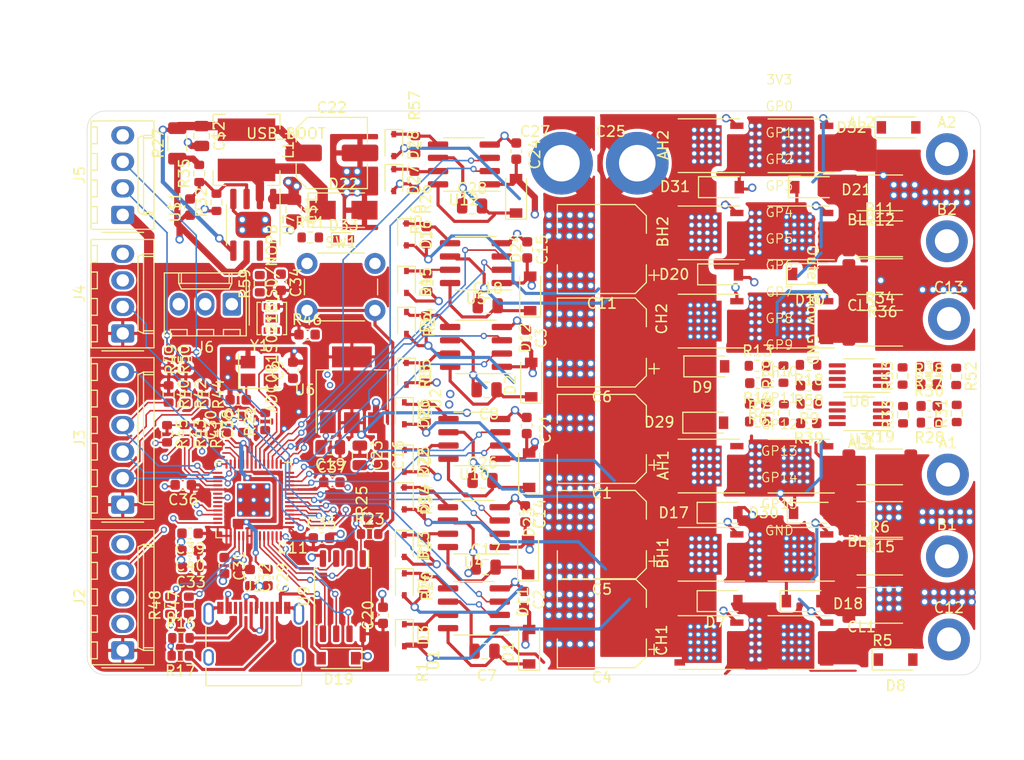
<source format=kicad_pcb>
(kicad_pcb (version 20211014) (generator pcbnew)
  (title_block (title "RP2040 Minimal Design Example") (date "2020-07-13") (rev "REV1") (company "Raspberry Pi (Trading) Ltd"))
  (layers (0 "F.Cu" signal) (1 "In1.Cu" signal) (2 "In2.Cu" signal) (31 "B.Cu" signal) (34 "B.Paste" user) (35 "F.Paste" user) (36 "B.SilkS" user "B.Silkscreen") (37 "F.SilkS" user "F.Silkscreen") (38 "B.Mask" user) (39 "F.Mask" user) (44 "Edge.Cuts" user))
  (net 0 "")
  (net 1 "GND")
  (net 2 "VBUS")
  (net 3 "+3V3")
  (net 4 "+1V1")
  (net 5 "ADC_CLK")
  (net 6 "ADC_DATA")
  (net 7 "ADC_CS")
  (net 8 "ENCA")
  (net 9 "ENCB")
  (net 10 "ENCC")
  (net 11 "VMOT")
  (net 12 "M1A")
  (net 13 "M1B")
  (net 14 "M1C")
  (net 15 "Net-(AH1-Pad2)")
  (net 16 "Net-(AL1-Pad2)")
  (net 17 "Net-(BH1-Pad2)")
  (net 18 "Net-(BL1-Pad2)")
  (net 19 "Net-(C$2-Pad1)")
  (net 20 "Net-(AH2-Pad2)")
  (net 21 "Net-(AL2-Pad2)")
  (net 22 "Net-(BH2-Pad2)")
  (net 23 "Net-(BL2-Pad2)")
  (net 24 "Net-(CH1-Pad2)")
  (net 25 "Net-(CL1-Pad2)")
  (net 26 "Net-(C8-Pad2)")
  (net 27 "Net-(D3-Pad1)")
  (net 28 "Net-(C10-Pad1)")
  (net 29 "Net-(C18-Pad2)")
  (net 30 "Net-(C7-Pad2)")
  (net 31 "Net-(D13-Pad1)")
  (net 32 "Net-(C26-Pad2)")
  (net 33 "Net-(J1-PadA5)")
  (net 35 "Net-(J1-PadB5)")
  (net 37 "Net-(D4-Pad1)")
  (net 38 "Net-(C17-Pad2)")
  (net 39 "Net-(D5-Pad1)")
  (net 40 "Net-(D6-Pad1)")
  (net 41 "Net-(C28-Pad2)")
  (net 42 "Net-(CH2-Pad2)")
  (net 43 "Net-(CL2-Pad2)")
  (net 44 "Net-(D14-Pad1)")
  (net 45 "Net-(D15-Pad1)")
  (net 46 "Net-(D16-Pad1)")
  (net 47 "Net-(D26-Pad1)")
  (net 48 "Net-(D22-Pad1)")
  (net 49 "Net-(D27-Pad1)")
  (net 50 "Net-(D25-Pad1)")
  (net 51 "Net-(D28-Pad1)")
  (net 52 "Net-(D33-Pad1)")
  (net 53 "Net-(R10-Pad2)")
  (net 54 "Net-(R9-Pad1)")
  (net 55 "Net-(R18-Pad1)")
  (net 56 "Net-(R28-Pad2)")
  (net 57 "Net-(R31-Pad1)")
  (net 58 "A1")
  (net 59 "A2")
  (net 60 "M2A")
  (net 61 "M2B")
  (net 62 "M2C")
  (net 63 "+12V")
  (net 64 "A3")
  (net 65 "Net-(R47-Pad2)")
  (net 66 "TXO")
  (net 67 "RXI")
  (net 68 "SCLK")
  (net 69 "SDA")
  (net 70 "A4")
  (net 71 "SPI0RX")
  (net 72 "SPI0CS")
  (net 73 "SPI0SCK")
  (net 74 "SPI0TX")
  (net 75 "VSENSE1A")
  (net 76 "VSENSE2B")
  (net 77 "VSENSE1B")
  (net 78 "VSENSE2C")
  (net 79 "Net-(R13-Pad2)")
  (net 80 "Net-(R52-Pad1)")
  (net 81 "Net-(R32-Pad2)")
  (net 82 "Net-(R37-Pad2)")
  (net 83 "Net-(R48-Pad2)")
  (net 84 "/gate_drive/GPIO4")
  (net 85 "/gate_drive/GPIO5")
  (net 86 "/gate_drive/GPIO10")
  (net 87 "/gate_drive/GPIO11")
  (net 88 "/gate_drive/GPIO6")
  (net 89 "/gate_drive/GPIO7")
  (net 90 "/gate_drive/GPIO12")
  (net 91 "/gate_drive/GPIO13")
  (net 92 "/gate_drive/GPIO8")
  (net 93 "/gate_drive/GPIO9")
  (net 94 "/gate_drive/GPIO14")
  (net 95 "/gate_drive/GPIO15")
  (net 96 "/power_and_cpu/XIN")
  (net 97 "/power_and_cpu/USB_D-")
  (net 98 "/power_and_cpu/USB_D+")
  (net 99 "/power_and_cpu/RUN")
  (net 100 "/power_and_cpu/SWCLK")
  (net 101 "/power_and_cpu/SWD")
  (net 102 "/power_and_cpu/XOUT")
  (net 103 "/power_and_cpu/QSPI_SS")
  (net 104 "/power_and_cpu/~{USB_BOOT}")
  (net 105 "/power_and_cpu/QSPI_SD1")
  (net 106 "/power_and_cpu/QSPI_SD2")
  (net 107 "/power_and_cpu/QSPI_SD0")
  (net 108 "/power_and_cpu/QSPI_SCLK")
  (net 109 "/power_and_cpu/QSPI_SD3")
  (net 110 "/power_and_cpu/GPIO15")
  (net 111 "/power_and_cpu/GPIO14")
  (net 112 "/power_and_cpu/GPIO13")
  (net 113 "/power_and_cpu/GPIO12")
  (net 114 "/power_and_cpu/GPIO11")
  (net 115 "/power_and_cpu/GPIO10")
  (net 116 "/power_and_cpu/GPIO9")
  (net 117 "/power_and_cpu/GPIO8")
  (net 118 "/power_and_cpu/GPIO7")
  (net 119 "/power_and_cpu/GPIO6")
  (net 120 "/power_and_cpu/GPIO5")
  (net 121 "/power_and_cpu/GPIO4")
  (footprint "Capacitor_SMD:C_0805_2012Metric" (layer "F.Cu") (at 97.605 100.2 180)
    (fp_text reference "C19")
    (fp_text value "10u")
  )
  (footprint "Capacitor_SMD:C_0603_1608Metric" (layer "F.Cu") (at 84.255 111.69 180)
    (fp_text reference "C33")
    (fp_text value "1u")
  )
  (footprint "Capacitor_SMD:C_0603_1608Metric" (layer "F.Cu") (at 87.48 111.535 -90)
    (fp_text reference "C31")
    (fp_text value "1u")
  )
  (footprint "Capacitor_SMD:C_0603_1608Metric" (layer "F.Cu") (at 97.765 103.55)
    (fp_text reference "C37")
    (fp_text value "100n")
  )
  (footprint "Capacitor_SMD:C_0603_1608Metric" (layer "F.Cu") (at 102.66 116.295 90)
    (fp_text reference "C20")
    (fp_text value "100n")
  )
  (footprint "Capacitor_SMD:C_0402_1005Metric" (layer "F.Cu") (at 100.625 107.01 180)
    (fp_text reference "R25")
    (fp_text value "DNS")
  )
  (footprint "Package_TO_SOT_SMD:SOT-223-3_TabPin2" (layer "F.Cu") (at 99.68 94.7 90)
    (fp_text reference "U6")
    (fp_text value "NCP1117-3.3_SOT223" hide)
  )
  (footprint "Package_SO:SOIC-8_5.23x5.23mm_P1.27mm" (layer "F.Cu") (at 98.815 114.46 -90)
    (fp_text reference "U9")
    (fp_text value "W25Q128JVS")
  )
  (footprint "Capacitor_SMD:C_0603_1608Metric" (layer "F.Cu") (at 88.795 95.65 180)
    (fp_text reference "C10")
    (fp_text value "20p")
  )
  (footprint "Resistor_SMD:R_0603_1608Metric" (layer "F.Cu") (at 101.375 108.51)
    (fp_text reference "R23")
    (fp_text value "1.1k")
  )
  (footprint "Capacitor_SMD:C_0603_1608Metric" (layer "F.Cu") (at 89.93 112.685 -90)
    (fp_text reference "C32")
    (fp_text value "100n")
  )
  (footprint "Capacitor_SMD:C_0603_1608Metric" (layer "F.Cu") (at 83.545 103.8 180)
    (fp_text reference "C36")
    (fp_text value "100n")
  )
  (footprint "Capacitor_SMD:C_0603_1608Metric" (layer "F.Cu") (at 89.249 98.015 90)
    (fp_text reference "C38")
    (fp_text value "100n")
  )
  (footprint "Resistor_SMD:R_0603_1608Metric" (layer "F.Cu") (at 84.08 115.335 90)
    (fp_text reference "R47")
    (fp_text value "27")
  )
  (footprint "Capacitor_SMD:C_0603_1608Metric" (layer "F.Cu") (at 87.63 98.065 90)
    (fp_text reference "C30")
    (fp_text value "100n")
  )
  (footprint "Capacitor_SMD:C_0805_2012Metric" (layer "F.Cu") (at 102.49 100.9475 -90)
    (fp_text reference "C16")
    (fp_text value "10u")
  )
  (footprint "Capacitor_SMD:C_0603_1608Metric" (layer "F.Cu") (at 96.765 108.9)
    (fp_text reference "C35")
    (fp_text value "100n")
  )
  (footprint "Capacitor_SMD:C_0603_1608Metric" (layer "F.Cu") (at 84.195 110.1 180)
    (fp_text reference "C40")
    (fp_text value "100n")
  )
  (footprint "RP2040_minimal:RP2040-QFN-56" (layer "F.Cu") (at 90.28 105.25 180)
    (fp_text reference "U11")
    (fp_text value "RP2040")
  )
  (footprint "Capacitor_SMD:C_0603_1608Metric" (layer "F.Cu") (at 94.04 92.825 90)
    (fp_text reference "C9")
    (fp_text value "20p")
  )
  (footprint "Resistor_SMD:R_0603_1608Metric" (layer "F.Cu") (at 82.28 115.335 90)
    (fp_text reference "R48")
    (fp_text value "27")
  )
  (footprint "Capacitor_SMD:C_0603_1608Metric" (layer "F.Cu") (at 91.63 112.685 -90)
    (fp_text reference "C29")
    (fp_text value "100n")
  )
  (footprint "Capacitor_SMD:C_0603_1608Metric" (layer "F.Cu") (at 84.195 108.45 180)
    (fp_text reference "C39")
    (fp_text value "100n")
  )
  (footprint "Resistor_SMD:R_0603_1608Metric" (layer "F.Cu") (at 91.38 97.735 90)
    (fp_text reference "R21")
    (fp_text value "1.1k")
  )
  (footprint "Capacitor_SMD:C_0805_2012Metric" (layer "F.Cu") (at 100.44 100.975 -90)
    (fp_text reference "C23")
    (fp_text value "10u")
  )
  (footprint "Capacitor_SMD:C_0603_1608Metric" (layer "F.Cu") (at 115.41 71.8409 -90)
    (fp_text reference "C24")
    (fp_text value "100nF 50V")
  )
  (footprint "Capacitor_SMD:C_0805_2012Metric" (layer "F.Cu") (at 112.1809 103.38)
    (fp_text reference "C26")
    (fp_text value "10uF 50V")
  )
  (footprint "Connector_Molex:Molex_KK-254_AE-6410-04A_1x04_P2.54mm_Vertical" (layer "F.Cu") (at 77.75 89.3 90)
    (fp_text reference "J4")
    (fp_text value "Conn_01x04")
  )
  (footprint "RP2040_minimal:SOIC-8_3.9x4.9mm_P1.27mm_POWERPAD" (layer "F.Cu") (at 90.24 78.9 -90)
    (fp_text reference "U7")
    (fp_text value "XL7045")
  )
  (footprint "Diode_SMD:D_SOD-123" (layer "F.Cu") (at 116.64 102.4 90)
    (fp_text reference "D23")
    (fp_text value "FR107")
  )
  (footprint "Capacitor_SMD:CP_Elec_8x10" (layer "F.Cu") (at 123.6 117.05 180)
    (fp_text reference "C4")
    (fp_text value "47uF 63V")
  )
  (footprint "Resistor_SMD:R_0603_1608Metric" (layer "F.Cu") (at 106.59 113.425 -90)
    (fp_text reference "R2")
    (fp_text value "22R")
  )
  (footprint "Capacitor_SMD:CP_Elec_6.3x7.7" (layer "F.Cu") (at 97.755 72.02)
    (fp_text reference "C22")
    (fp_text value "100uF 35V")
  )
  (footprint "Diode_SMD:D_SOD-523" (layer "F.Cu") (at 98.89 80.25)
    (fp_text reference "D33")
    (fp_text value "DNS")
  )
  (footprint "Button_Switch_THT:SW_PUSH_6mm_H4.3mm" (layer "F.Cu") (at 95.39 82.6)
    (fp_text reference "SW1")
    (fp_text value "SW_MEC_5G")
  )
  (footprint "Resistor_SMD:R_2512_6332Metric" (layer "F.Cu") (at 150.2 115.34 180)
    (fp_text reference "R5")
    (fp_text value "4mΩ")
  )
  (footprint "Capacitor_SMD:C_0603_1608Metric" (layer "F.Cu") (at 143.39 97.9 180)
    (fp_text reference "R39")
    (fp_text value "0.1uF")
  )
  (footprint "Resistor_SMD:R_0603_1608Metric" (layer "F.Cu") (at 143.38 92.31 180)
    (fp_text reference "R18")
    (fp_text value "4.64k")
  )
  (footprint "motor:PowerPAK_SO-8_123" (layer "F.Cu") (at 142.45 118.9 180)
    (fp_text reference "CL1")
    (fp_text value "MOSFETSO-8")
  )
  (footprint "Resistor_SMD:R_0603_1608Metric" (layer "F.Cu") (at 157.51 93.42 -90)
    (fp_text reference "R52")
    (fp_text value "4.64k")
  )
  (footprint "RP2040_minimal:PAD_12GA_WIRE" (layer "F.Cu") (at 156.819 87.92)
    (fp_text reference "C13")
    (fp_text value "HIGHCURRENTPAD2")
  )
  (footprint "Resistor_SMD:R_2512_6332Metric" (layer "F.Cu") (at 150.2 83.86 180)
    (fp_text reference "R36")
    (fp_text value "4mΩ")
  )
  (footprint "Resistor_SMD:R_0603_1608Metric" (layer "F.Cu") (at 82.14 95.1 -90)
    (fp_text reference "R40")
    (fp_text value "23.2k")
  )
  (footprint "Resistor_SMD:R_0603_1608Metric" (layer "F.Cu") (at 157.5591 96.965 90)
    (fp_text reference "R31")
    (fp_text value "4.64k")
  )
  (footprint "Capacitor_SMD:C_0603_1608Metric" (layer "F.Cu") (at 116.46 81.3009 -90)
    (fp_text reference "C15")
    (fp_text value "100nF 50V")
  )
  (footprint "Diode_SMD:D_SOD-123" (layer "F.Cu") (at 152 69.57)
    (fp_text reference "D32")
    (fp_text value "B5819W SL")
  )
  (footprint "Resistor_SMD:R_0603_1608Metric" (layer "F.Cu") (at 83.78 95.11 -90)
    (fp_text reference "R42")
    (fp_text value "23.2k")
  )
  (footprint "Resistor_SMD:R_0603_1608Metric" (layer "F.Cu") (at 83.32 118.46)
    (fp_text reference "R16")
    (fp_text value "5.1k")
  )
  (footprint "motor:PowerPAK_SO-8_123" (layer "F.Cu") (at 142.45 71.3295 180)
    (fp_text reference "AL2")
    (fp_text value "MOSFETSO-8")
  )
  (footprint "Resistor_SMD:R_0603_1608Metric" (layer "F.Cu") (at 106.759 96.915 -90)
    (fp_text reference "R55")
    (fp_text value "22R")
  )
  (footprint "Resistor_SMD:R_0603_1608Metric" (layer "F.Cu") (at 105.669 74.635 -90)
    (fp_text reference "R56")
    (fp_text value "22R")
  )
  (footprint "Diode_SMD:D_SOD-123" (layer "F.Cu") (at 134.971 106.475)
    (fp_text reference "D17")
    (fp_text value "B5819W SL")
  )
  (footprint "Resistor_SMD:R_0603_1608Metric" (layer "F.Cu") (at 83.26 120.17 180)
    (fp_text reference "R17")
    (fp_text value "5.1k")
  )
  (footprint "Diode_SMD:D_SMA" (layer "F.Cu") (at 98.885 77.5)
    (fp_text reference "D22")
    (fp_text value "SS210")
  )
  (footprint "Capacitor_SMD:C_0805_2012Metric" (layer "F.Cu") (at 112.5709 94.7)
    (fp_text reference "C8")
    (fp_text value "10uF 50V")
  )
  (footprint "RP2040_minimal:PAD_12GA_WIRE" (layer "F.Cu") (at 156.619 72.13)
    (fp_text reference "A2")
    (fp_text value "HIGHCURRENTPAD2")
  )
  (footprint "Package_SO:SOIC-8_3.9x4.9mm_P1.27mm" (layer "F.Cu") (at 111.3491 107.85 180)
    (fp_text reference "U4")
    (fp_text value "EG2131")
  )
  (footprint "Connector_Molex:Molex_KK-254_AE-6410-06A_1x06_P2.54mm_Vertical" (layer "F.Cu") (at 77.75 105.7 90)
    (fp_text reference "J3")
    (fp_text value "Conn_01x06")
  )
  (footprint "RP2040_minimal:PAD_8GA_WIRE" (layer "F.Cu") (at 119.74 73)
    (fp_text reference "C27")
    (fp_text value "HIGHCURRENTPAD2")
  )
  (footprint "Capacitor_SMD:CP_Elec_8x10" (layer "F.Cu") (at 123.6 81.22 180)
    (fp_text reference "C11")
    (fp_text value "47uF 63V")
  )
  (footprint "Capacitor_SMD:C_0805_2012Metric" (layer "F.Cu") (at 85.3 70.395 -90)
    (fp_text reference "C$2")
    (fp_text value "1uF 35V")
  )
  (footprint "Resistor_SMD:R_0603_1608Metric" (layer "F.Cu") (at 106.669 101.515 -90)
    (fp_text reference "R54")
    (fp_text value "22R")
  )
  (footprint "Resistor_SMD:R_0603_1608Metric" (layer "F.Cu") (at 83.81 91.8 90)
    (fp_text reference "R49")
    (fp_text value "5.1k")
  )
  (footprint "Capacitor_SMD:C_0603_1608Metric" (layer "F.Cu") (at 154.9216 96.245)
    (fp_text reference "R30")
    (fp_text value "0.1uF")
  )
  (footprint "Diode_SMD:D_SOD-323" (layer "F.Cu") (at 104.9 88.295 -90)
    (fp_text reference "D6")
    (fp_text value "1N4148WS")
  )
  (footprint "Resistor_SMD:R_0603_1608Metric" (layer "F.Cu") (at 152.4219 97.085 90)
    (fp_text reference "R33")
    (fp_text value "133k")
  )
  (footprint "Diode_SMD:D_SOD-123" (layer "F.Cu") (at 116.64 119.3 90)
    (fp_text reference "D1")
    (fp_text value "FR107")
  )
  (footprint "Capacitor_SMD:C_0603_1608Metric" (layer "F.Cu") (at 154.9 94.17)
    (fp_text reference "R38")
    (fp_text value "0.1uF")
  )
  (footprint "Capacitor_SMD:C_0603_1608Metric" (layer "F.Cu") (at 143.39 94.3 180)
    (fp_text reference "R58")
    (fp_text value "0.1uF")
  )
  (footprint "motor:PowerPAK_SO-8_123" (layer "F.Cu") (at 142.45 79.67 180)
    (fp_text reference "BL2")
    (fp_text value "MOSFETSO-8")
  )
  (footprint "RP2040_minimal:PAD_12GA_WIRE" (layer "F.Cu") (at 156.719 102.81)
    (fp_text reference "A1")
    (fp_text value "HIGHCURRENTPAD2")
  )
  (footprint "RP2040_minimal:SM5845" (layer "F.Cu") (at 89.595 71.72 90)
    (fp_text reference "L1")
    (fp_text value "100uH 0.5A")
  )
  (footprint "Connector_Molex:Molex_KK-254_AE-6410-04A_1x04_P2.54mm_Vertical" (layer "F.Cu") (at 77.75 77.95 90)
    (fp_text reference "J5")
    (fp_text value "Conn_01x04")
  )
  (footprint "Resistor_SMD:R_2512_6332Metric" (layer "F.Cu") (at 150.2 102.08 180)
    (fp_text reference "R19")
    (fp_text value "4mΩ")
  )
  (footprint "Resistor_SMD:R_0603_1608Metric" (layer "F.Cu") (at 86.72 76.745 90)
    (fp_text reference "R32")
    (fp_text value "2.7k")
  )
  (footprint "Resistor_SMD:R_2512_6332Metric" (layer "F.Cu") (at 150.2 75.84 180)
    (fp_text reference "R12")
    (fp_text value "4mΩ")
  )
  (footprint "Diode_SMD:D_SOD-323" (layer "F.Cu") (at 103.7 71.27 -90)
    (fp_text reference "D28")
    (fp_text value "1N4148WS")
  )
  (footprint "Resistor_SMD:R_0603_1608Metric" (layer "F.Cu") (at 140.98 93.2 90)
    (fp_text reference "R29")
    (fp_text value "133k")
  )
  (footprint "Diode_SMD:D_SOD-123" (layer "F.Cu") (at 115.39 76.12 90)
    (fp_text reference "D24")
    (fp_text value "FR107")
  )
  (footprint "motor:PowerPAK_SO-8_123" (layer "F.Cu") (at 133.85 79.67 180)
    (fp_text reference "BH2")
    (fp_text value "MOSFETSO-8")
  )
  (footprint "motor:PowerPAK_SO-8_123" (layer "F.Cu") (at 133.85 88.12 180)
    (fp_text reference "CH2")
    (fp_text value "MOSFETSO-8")
  )
  (footprint "Package_SO:SOIC-8_3.9x4.9mm_P1.27mm" (layer "F.Cu") (at 110.3991 73.12 180)
    (fp_text reference "U12")
    (fp_text value "EG2131")
  )
  (footprint "Resistor_SMD:R_0603_1608Metric" (layer "F.Cu") (at 105.759 71.235 -90)
    (fp_text reference "R57")
    (fp_text value "22R")
  )
  (footprint "Resistor_SMD:R_0603_1608Metric" (layer "F.Cu") (at 106.809 79.94 -90)
    (fp_text reference "R26")
    (fp_text value "22R")
  )
  (footprint "motor:PowerPAK_SO-8_123" (layer "F.Cu") (at 142.45 88.12 180)
    (fp_text reference "CL2")
    (fp_text value "MOSFETSO-8")
  )
  (footprint "Capacitor_SMD:C_0805_2012Metric" (layer "F.Cu") (at 111.1809 77.1)
    (fp_text reference "C28")
    (fp_text value "10uF 50V")
  )
  (footprint "Capacitor_SMD:C_0603_1608Metric" (layer "F.Cu") (at 92.89 84.4 -90)
    (fp_text reference "C34")
    (fp_text value "1u")
  )
  (footprint "Package_SO:SOIC-8_3.9x4.9mm_P1.27mm" (layer "F.Cu") (at 111.5591 90.59 180)
    (fp_text reference "U2")
    (fp_text value "EG2131")
  )
  (footprint "Resistor_SMD:R_2512_6332Metric" (layer "F.Cu") (at 150.2 107.12 180)
    (fp_text reference "R15")
    (fp_text value "4mΩ")
  )
  (footprint "Package_SO:SOIC-8_3.9x4.9mm_P1.27mm" (layer "F.Cu") (at 111.3591 115.62 180)
    (fp_text reference "U1")
    (fp_text value "EG2131")
  )
  (footprint "Resistor_SMD:R_0603_1608Metric" (layer "F.Cu") (at 90.8649 84.538 90)
    (fp_text reference "R59")
    (fp_text value "5.1k")
  )
  (footprint "Package_SO:SOIC-8_3.9x4.9mm_P1.27mm" (layer "F.Cu") (at 111.5491 82.57 180)
    (fp_text reference "U5")
    (fp_text value "EG2131")
  )
  (footprint "Resistor_SMD:R_0603_1608Metric" (layer "F.Cu") (at 106.711 109.73 -90)
    (fp_text reference "R20")
    (fp_text value "22R")
  )
  (footprint "Diode_SMD:D_SOD-323" (layer "F.Cu") (at 104.9 84.37 -90)
    (fp_text reference "D15")
    (fp_text value "1N4148WS")
  )
  (footprint "Resistor_SMD:R_0603_1608Metric" (layer "F.Cu") (at 95.6989 80.11)
    (fp_text reference "R51")
    (fp_text value "100k")
  )
  (footprint "Resistor_SMD:R_2512_6332Metric" (layer "F.Cu") (at 150.2 110.72 180)
    (fp_text reference "R6")
    (fp_text value "4mΩ")
  )
  (footprint "motor:PowerPAK_SO-8_123" (layer "F.Cu") (at 142.45 110.45 180)
    (fp_text reference "BL1")
    (fp_text value "MOSFETSO-8")
  )
  (footprint "Capacitor_SMD:CP_Elec_8x10" (layer "F.Cu") (at 123.6 108.6 180)
    (fp_text reference "C5")
    (fp_text value "47uF 63V")
  )
  (footprint "Diode_SMD:D_SOD-123" (layer "F.Cu") (at 142.911 114.935)
    (fp_text reference "D18")
    (fp_text value "B5819W SL")
  )
  (footprint "Connector_Molex:Molex_KK-254_AE-6410-03A_1x03_P2.54mm_Vertical" (layer "F.Cu") (at 88.19 86.5 180)
    (fp_text reference "J6")
    (fp_text value "Conn_01x03")
  )
  (footprint "Diode_SMD:D_SOD-123" (layer "F.Cu") (at 143.6 106.475)
    (fp_text reference "D30")
    (fp_text value "B5819W SL")
  )
  (footprint "Resistor_SMD:R_0603_1608Metric" (layer "F.Cu") (at 106.609 105.22 -90)
    (fp_text reference "R22")
    (fp_text value "22R")
  )
  (footprint "Capacitor_SMD:C_0805_2012Metric" (layer "F.Cu") (at 112.4809 111.68)
    (fp_text reference "C17")
    (fp_text value "10uF 50V")
  )
  (footprint "Resistor_SMD:R_0603_1608Metric" (layer "F.Cu") (at 106.79 88.395 -90)
    (fp_text reference "R4")
    (fp_text value "22R")
  )
  (footprint "Diode_SMD:D_SOD-123" (layer "F.Cu") (at 98.39 120.4 180)
    (fp_text reference "D19")
    (fp_text value "B5819W SL")
  )
  (footprint "motor:PowerPAK_SO-8_123" (layer "F.Cu") (at 133.85 71.32 180)
    (fp_text reference "AH2")
    (fp_text value "MOSFETSO-8")
  )
  (footprint "Diode_SMD:D_SOD-323" (layer "F.Cu") (at 104.9 93.17 -90)
    (fp_text reference "D5")
    (fp_text value "1N4148WS")
  )
  (footprint "Package_SO:MSOP-8_3x3mm_P0.65mm" (layer "F.Cu") (at 148.24 97 180)
    (fp_text reference "U3")
    (fp_text value "LM358")
  )
  (footprint "Diode_SMD:D_SOD-323" (layer "F.Cu") (at 104.9 79.82 -90)
    (fp_text reference "D16")
    (fp_text value "1N4148WS")
  )
  (footprint "Diode_SMD:D_SOD-323" (layer "F.Cu") (at 104.7 96.95 -90)
    (fp_text reference "D26")
    (fp_text value "1N4148WS")
  )
  (footprint "Diode_SMD:D_SOD-123" (layer "F.Cu") (at 135.021 83.645)
    (fp_text reference "D20")
    (fp_text value "B5819W SL")
  )
  (footprint "Resistor_SMD:R_0603_1608Metric" (layer "F.Cu") (at 138.5219 97.738)
    (fp_text reference "R7")
    (fp_text value "499R")
  )
  (footprint "Capacitor_SMD:C_0603_1608Metric" (layer "F.Cu") (at 138.53 94.06 180)
    (fp_text reference "R14")
    (fp_text value "0.1uF")
  )
  (footprint "Package_SO:SOIC-8_3.9x4.9mm_P1.27mm" (layer "F.Cu") (at 111.3991 99.4 180)
    (fp_text reference "U10")
    (fp_text value "EG2131")
  )
  (footprint "motor:PowerPAK_SO-8_123" (layer "F.Cu") (at 133.85 110.45 180)
    (fp_text reference "BH1")
    (fp_text value "MOSFETSO-8")
  )
  (footprint "Crystal:Crystal_SMD_3225-4Pin_3.2x2.5mm" (layer "F.Cu") (at 90.84 92.9)
    (fp_text reference "Y1")
    (fp_text value "Crystal_GND24")
  )
  (footprint "Resistor_SMD:R_0603_1608Metric" (layer "F.Cu") (at 143.435 96.0309 180)
    (fp_text reference "R9")
    (fp_text value "4.64k")
  )
  (footprint "Resistor_SMD:R_0603_1608Metric" (layer "F.Cu") (at 106.49 118.225 -90)
    (fp_text reference "R1")
    (fp_text value "22R")
  )
  (footprint "Capacitor_SMD:CP_Elec_8x10" (layer "F.Cu") (at 123.6 99.4 180)
    (fp_text reference "C1")
    (fp_text value "47uF 63V")
  )
  (footprint "Diode_SMD:D_SOD-323" (layer "F.Cu") (at 103.7 74.62 -90)
    (fp_text reference "D27")
    (fp_text value "1N4148WS")
  )
  (footprint "Resistor_SMD:R_0603_1608Metric" (layer "F.Cu") (at 81.99 98.91 -90)
    (fp_text reference "R45")
    (fp_text value "23.2k")
  )
  (footprint "Package_SO:MSOP-8_3x3mm_P0.65mm" (layer "F.Cu") (at 148.24 93.34 180)
    (fp_text reference "U8")
    (fp_text value "LM358")
  )
  (footprint "Connector_Molex:Molex_KK-254_AE-6410-05A_1x05_P2.54mm_Vertical" (layer "F.Cu") (at 77.75 119.65 90)
    (fp_text reference "J2")
    (fp_text value "Conn_01x05")
  )
  (footprint "Resistor_SMD:R_0603_1608Metric" (layer "F.Cu") (at 106.69 93.195 -90)
    (fp_text reference "R3")
    (fp_text value "22R")
  )
  (footprint "Capacitor_SMD:C_0603_1608Metric" (layer "F.Cu") (at 138.5084 96.025 180)
    (fp_text reference "R8")
    (fp_text value "0.1uF")
  )
  (footprint "Diode_SMD:D_SOD-123" (layer "F.Cu") (at 116.74 85.47 90)
    (fp_text reference "D12")
    (fp_text value "FR107")
  )
  (footprint "motor:PowerPAK_SO-8_123" (layer "F.Cu") (at 133.85 118.9 180)
    (fp_text reference "CH1")
    (fp_text value "MOSFETSO-8")
  )
  (footprint "Diode_SMD:D_SOD-123" (layer "F.Cu") (at 133.7 92.455)
    (fp_text reference "D9")
    (fp_text value "B5819W SL")
  )
  (footprint "Diode_SMD:D_SOD-123" (layer "F.Cu") (at 134.971 114.935)
    (fp_text reference "D7")
    (fp_text value "B5819W SL")
  )
  (footprint "Capacitor_SMD:C_0603_1608Metric" (layer "F.Cu") (at 116.16 114.7809 -90)
    (fp_text reference "C2")
    (fp_text value "100nF 50V")
  )
  (footprint "Resistor_SMD:R_0603_1608Metric" (layer "F.Cu") (at 152.38 93.38 90)
    (fp_text reference "R53")
    (fp_text value "133k")
  )
  (footprint "Capacitor_SMD:C_0603_1608Metric" (layer "F.Cu") (at 116.36 89.7509 -90)
    (fp_text reference "C3")
    (fp_text value "100nF 50V")
  )
  (footprint "Resistor_SMD:R_0603_1608Metric" (layer "F.Cu") (at 154.9581 97.842 180)
    (fp_text reference "R28")
    (fp_text value "499R")
  )
  (footprint "Diode_SMD:D_SOD-123" (layer "F.Cu") (at 135.1 75.295)
    (fp_text reference "D31")
    (fp_text value "B5819W SL")
  )
  (footprint "Diode_SMD:D_SOD-123" (layer "F.Cu") (at 143.711 75.295)
    (fp_text reference "D21")
    (fp_text value "B5819W SL")
  )
  (footprint "Diode_SMD:D_SOD-123" (layer "F.Cu") (at 133.6 97.85)
    (fp_text reference "D29")
    (fp_text value "B5819W SL")
  )
  (footprint "Capacitor_SMD:C_0603_1608Metric" (layer "F.Cu") (at 95.39 89.41)
    (fp_text reference "R46")
    (fp_text value "0.1uF")
  )
  (footprint "Diode_SMD:D_SOD-323" (layer "F.Cu") (at 104.7 113.325 -90)
    (fp_text reference "D4")
    (fp_text value "1N4148WS")
  )
  (footprint "Diode_SMD:D_SOD-123" (layer "F.Cu") (at 151.711 120.535)
    (fp_text reference "D8")
    (fp_text value "B5819W SL")
  )
  (footprint "motor:PowerPAK_SO-8_123" (layer "F.Cu") (at 142.45 102.0095 180)
    (fp_text reference "AL1")
    (fp_text value "MOSFETSO-8")
  )
  (footprint "motor:PowerPAK_SO-8_123" (layer "F.Cu") (at 133.85 102 180)
    (fp_text reference "AH1")
    (fp_text value "MOSFETSO-8")
  )
  (footprint "Resistor_SMD:R_0603_1608Metric" (layer "F.Cu") (at 85.49 95.12 -90)
    (fp_text reference "R44")
    (fp_text value "23.2k")
  )
  (footprint "Resistor_SMD:R_0603_1608Metric" (layer "F.Cu") (at 141.0219 96.915 90)
    (fp_text reference "R10")
    (fp_text value "133k")
  )
  (footprint "Resistor_SMD:R_2512_6332Metric" (layer "F.Cu") (at 150.2 80.24 180)
    (fp_text reference "R11")
    (fp_text value "4mΩ")
  )
  (footprint "ADC081S021:ADC081S021CISD&slash_NOPB" (layer "F.Cu") (at 92.014 87.8717 -90)
    (fp_text reference "U13")
    (fp_text value "ADC081S021CISD/NOPB")
  )
  (footprint "Resistor_SMD:R_2512_6332Metric" (layer "F.Cu") (at 150.2 88.8 180)
    (fp_text reference "R34")
    (fp_text value "4mΩ")
  )
  (footprint "RP2040_minimal:PAD_12GA_WIRE" (layer "F.Cu") (at 156.819 118.6)
    (fp_text reference "C12")
    (fp_text value "HIGHCURRENTPAD2")
  )
  (footprint "Diode_SMD:D_SOD-323" (layer "F.Cu") (at 104.7 105.1 -90)
    (fp_text reference "D14")
    (fp_text value "1N4148WS")
  )
  (footprint "Diode_SMD:D_SOD-323" (layer "F.Cu") (at 104.7 101.5 -90)
    (fp_text reference "D25")
    (fp_text value "1N4148WS")
  )
  (footprint "RP2040_minimal:PAD_12GA_WIRE" (layer "F.Cu") (at 156.619 80.47)
    (fp_text reference "B2")
    (fp_text value "HIGHCURRENTPAD2")
  )
  (footprint "Resistor_SMD:R_0603_1608Metric" (layer "F.Cu") (at 106.911 84.45 -90)
    (fp_text reference "R24")
    (fp_text value "22R")
  )
  (footprint "Capacitor_SMD:C_0805_2012Metric" (layer "F.Cu") (at 112.3709 119.73)
    (fp_text reference "C7")
    (fp_text value "10uF 50V")
  )
  (footprint "Diode_SMD:D_SOD-123" (layer "F.Cu") (at 116.54 110.75 90)
    (fp_text reference "D11")
    (fp_text value "FR107")
  )
  (footprint "Resistor_SMD:R_0603_1608Metric" (layer "F.Cu") (at 85.29 98.9 -90)
    (fp_text reference "R41")
    (fp_text value "23.2k")
  )
  (footprint "Capacitor_SMD:C_0603_1608Metric" (layer "F.Cu") (at 116.26 106.5809 -90)
    (fp_text reference "C14")
    (fp_text value "100nF 50V")
  )
  (footprint "RP2040_minimal:PAD_12GA_WIRE" (layer "F.Cu") (at 156.619 110.65)
    (fp_text reference "B1")
    (fp_text value "HIGHCURRENTPAD2")
  )
  (footprint "Resistor_SMD:R_0603_1608Metric" (layer "F.Cu") (at 83.68 98.9 -90)
    (fp_text reference "R43")
    (fp_text value "23.2k")
  )
  (footprint "Capacitor_SMD:CP_Elec_8x10" (layer "F.Cu") (at 123.6 90.17 180)
    (fp_text reference "C6")
    (fp_text value "47uF 63V")
  )
  (footprint "Diode_SMD:D_SOD-323" (layer "F.Cu") (at 104.7 118.2 -90)
    (fp_text reference "D3")
    (fp_text value "1N4148WS")
  )
  (footprint "Resistor_SMD:R_0603_1608Metric" (layer "F.Cu") (at 154.88 92.5 180)
    (fp_text reference "R37")
    (fp_text value "499R")
  )
  (footprint "Resistor_SMD:R_1206_3216Metric" (layer "F.Cu") (at 82.97 71.105 90)
    (fp_text reference "R27")
    (fp_text value "0.15R")
  )
  (footprint "Diode_SMD:D_SOD-323" (layer "F.Cu") (at 104.7 109.65 -90)
    (fp_text reference "D13")
    (fp_text value "1N4148WS")
  )
  (footprint "Capacitor_SMD:C_0805_2012Metric" (layer "F.Cu") (at 112.6809 86.65)
    (fp_text reference "C18")
    (fp_text value "10uF 50V")
  )
  (footprint "Diode_SMD:D_SOD-123" (layer "F.Cu") (at 116.84 93.72 90)
    (fp_text reference "D2")
    (fp_text value "FR107")
  )
  (footprint "Capacitor_SMD:C_0805_2012Metric" (layer "F.Cu") (at 94.11 77.445 -90)
    (fp_text reference "C$1")
    (fp_text value "100nF 100V")
  )
  (footprint "Diode_SMD:D_SOD-123" (layer "F.Cu") (at 143.511 83.605)
    (fp_text reference "D10")
    (fp_text value "B5819W SL")
  )
  (footprint "Resistor_SMD:R_0603_1608Metric" (layer "F.Cu") (at 85.07 73.985 90)
    (fp_text reference "R35")
    (fp_text value "23.2k")
  )
  (footprint "Capacitor_SMD:C_0603_1608Metric" (layer "F.Cu") (at 116.41 98.1209 -90)
    (fp_text reference "C21")
    (fp_text value "100nF 50V")
  )
  (footprint "Resistor_SMD:R_0603_1608Metric" (layer "F.Cu") (at 82.18 91.8 -90)
    (fp_text reference "R50")
    (fp_text value "5.1k")
  )
  (footprint "Capacitor_SMD:C_0603_1608Metric" (layer "F.Cu") (at 84.19 77.2 90)
    (fp_text reference "U$1")
    (fp_text value "33Nf")
  )
  (footprint "Connector_USB:USB_C_Receptacle_XKB_U262-16XN-4BVC11" (layer "F.Cu") (at 90.29 119.25)
    (fp_text reference "J1")
    (fp_text value "USB_C_Receptacle_USB2.0")
  )
  (footprint "Resistor_SMD:R_0603_1608Metric" (layer "F.Cu") (at 138.49 92.4)
    (fp_text reference "R13")
    (fp_text value "499R")
  )
  (footprint "RP2040_minimal:PAD_8GA_WIRE" (layer "F.Cu") (at 126.99 73)
    (fp_text reference "C25")
    (fp_text value "HIGHCURRENTPAD2")
  )
  (gr_line (start 74.34 120.25) (end 74.34 69.75) (layer "Edge.Cuts") (width 0.05))
  (gr_arc (start 159.84 120.25) (mid 159.327437 121.487437) (end 158.09 122) (layer "Edge.Cuts") (width 0.05))
  (gr_line (start 158.09 122) (end 76.09 122) (layer "Edge.Cuts") (width 0.05))
  (gr_arc (start 74.34 69.75) (mid 74.852563 68.512563) (end 76.09 68) (layer "Edge.Cuts") (width 0.05))
  (gr_arc (start 158.09 68) (mid 159.327437 68.512563) (end 159.84 69.75) (layer "Edge.Cuts") (width 0.05))
  (gr_arc (start 76.09 122) (mid 74.852563 121.487437) (end 74.34 120.25) (layer "Edge.Cuts") (width 0.05))
  (gr_line (start 158.09 68) (end 76.09 68) (layer "Edge.Cuts") (width 0.05))
  (gr_line (start 159.84 69.75) (end 159.84 120.25) (layer "Edge.Cuts") (width 0.05))
  (gr_text "GP1" (at 140.585 70.08) (layer "F.SilkS") (effects (font (size 0.9 0.9) (thickness 0.1))))
  (gr_text "GP2" (at 140.585 72.62) (layer "F.SilkS") (effects (font (size 0.9 0.9) (thickness 0.1))))
  (gr_text "GP3" (at 140.585 75.16) (layer "F.SilkS") (effects (font (size 0.9 0.9) (thickness 0.1))))
  (gr_text "GP4" (at 140.585 77.7) (layer "F.SilkS") (effects (font (size 0.9 0.9) (thickness 0.1))))
  (gr_text "GP5" (at 140.585 80.24) (layer "F.SilkS") (effects (font (size 0.9 0.9) (thickness 0.1))))
  (gr_text "GP6" (at 140.585 82.78) (layer "F.SilkS") (effects (font (size 0.9 0.9) (thickness 0.1))))
  (gr_text "GP7" (at 140.585 85.32) (layer "F.SilkS") (effects (font (size 0.9 0.9) (thickness 0.1))))
  (gr_text "GP8" (at 140.585 87.86) (layer "F.SilkS") (effects (font (size 0.9 0.9) (thickness 0.1))))
  (gr_text "GP9" (at 140.585 90.4) (layer "F.SilkS") (effects (font (size 0.9 0.9) (thickness 0.1))))
  (gr_text "GP11" (at 140.585 95.48) (layer "F.SilkS") (effects (font (size 0.9 0.9) (thickness 0.1))))
  (gr_text "GP10" (at 140.585 92.94) (layer "F.SilkS") (effects (font (size 0.9 0.9) (thickness 0.1))))
  (gr_text "GP12" (at 140.585 98.02) (layer "F.SilkS") (effects (font (size 0.9 0.9) (thickness 0.1))))
  (gr_text "GP13" (at 140.585 100.56) (layer "F.SilkS") (effects (font (size 0.9 0.9) (thickness 0.1))))
  (gr_text "GP15" (at 140.585 105.64) (layer "F.SilkS") (effects (font (size 0.9 0.9) (thickness 0.1))))
  (gr_text "GP14" (at 140.585 103.1) (layer "F.SilkS") (effects (font (size 0.9 0.9) (thickness 0.1))))
  (gr_text "GND" (at 140.585 108.18) (layer "F.SilkS") (effects (font (size 0.9 0.9) (thickness 0.1))))
  (gr_text "Outer Row GND" (at 143.76 86.59 270) (layer "F.SilkS") (effects (font (size 1 1))))
  (gr_text "\nUSB_BOOT" (at 93.38 69.35) (layer "F.SilkS") (effects (font (size 1 1))))
  (gr_text "3V3" (at 140.585 65) (layer "F.SilkS") (effects (font (size 0.9 0.9) (thickness 0.1))))
  (gr_text "GP0" (at 140.585 67.54) (layer "F.SilkS") (effects (font (size 0.9 0.9) (thickness 0.1))))
  (segment (start 87.34 112.45) (end 87.48 112.31) (width 0.3) (layer "F.Cu") (net 1))
  (segment (start 82.435 120.17) (end 82.435 119.345) (width 0.3) (layer "F.Cu") (net 1))
  (segment (start 94.045 115.58) (end 94.61 116.145) (width 0.3) (layer "F.Cu") (net 1))
  (segment (start 86.535 115.58) (end 85.97 116.145) (width 0.3) (layer "F.Cu") (net 1))
  (segment (start 116.36 88.9759) (end 116.36 88.94) (width 0.3) (layer "F.Cu") (net 1))
  (segment (start 96.91 110.56) (end 96.03 110.56) (width 0.3) (layer "F.Cu") (net 1))
  (segment (start 114.0341 88.685) (end 114.875 88.685) (width 0.3) (layer "F.Cu") (net 1))
  (segment (start 113.445 71.215) (end 114.29 70.37) (width 0.3) (layer "F.Cu") (net 1))
  (segment (start 114.875 88.685) (end 115.49 88.07) (width 0.3) (layer "F.Cu") (net 1))
  (segment (start 112.8741 71.215) (end 113.445 71.215) (width 0.3) (layer "F.Cu") (net 1))
  (segment (start 97.19 99.1) (end 97.19 97.94) (width 0.3) (layer "F.Cu") (net 1))
  (segment (start 100.6275 102.1) (end 100.44 101.9125) (width 0.3) (layer "F.Cu") (net 1))
  (segment (start 116.16 114.0059) (end 116.16 113.97) (width 0.3) (layer "F.Cu") (net 1))
  (segment (start 83.34 111) (end 83.34 110.18) (width 0.3) (layer "F.Cu") (net 1))
  (segment (start 82.495 118.46) (end 82.495 119.095) (width 0.3) (layer "F.Cu") (net 1))
  (segment (start 83.34 108.53) (end 83.42 108.45) (width 0.3) (layer "F.Cu") (net 1))
  (segment (start 85.76 77.57) (end 85.59 77.4) (width 0.3) (layer "F.Cu") (net 1))
  (segment (start 96.85 110.5) (end 96.91 110.56) (width 0.3) (layer "F.Cu") (net 1))
  (segment (start 88.08 97.29) (end 88.39 97.6) (width 0.2) (layer "F.Cu") (net 1))
  (segment (start 114.595 80.665) (end 115.49 79.77) (width 0.3) (layer "F.Cu") (net 1))
  (segment (start 116.16 113.97) (end 115.29 113.1) (width 0.3) (layer "F.Cu") (net 1))
  (segment (start 88.5 97.49) (end 88.39 97.6) (width 0.2) (layer "F.Cu") (net 1))
  (segment (start 91.28 100.5955) (end 93.201 98.6745) (width 0.15) (layer "F.Cu") (net 1))
  (segment (start 82.435 119.345) (end 82.34 119.25) (width 0.3) (layer "F.Cu") (net 1))
  (segment (start 101.49 102.1) (end 102.275 102.1) (width 0.3) (layer "F.Cu") (net 1))
  (segment (start 87.63 97.29) (end 88.08 97.29) (width 0.2) (layer "F.Cu") (net 1))
  (segment (start 82.495 119.095) (end 82.34 119.25) (width 0.3) (layer "F.Cu") (net 1))
  (segment (start 114.395 105.945) (end 115.29 105.05) (width 0.3) (layer "F.Cu") (net 1))
  (segment (start 115.9859 97.3459) (end 115.29 96.65) (width 0.3) (layer "F.Cu") (net 1))
  (segment (start 86.72 77.57) (end 85.76 77.57) (width 0.3) (layer "F.Cu") (net 1))
  (segment (start 88.335 77.545) (end 89.19 78.4) (width 0.3) (layer "F.Cu") (net 1))
  (segment (start 113.8341 113.715) (end 114.675 113.715) (width 0.3) (layer "F.Cu") (net 1))
  (segment (start 116.46 80.5259) (end 116.2459 80.5259) (width 0.3) (layer "F.Cu") (net 1))
  (segment (start 96.03 110.56) (end 95.84 110.75) (width 0.3) (layer "F.Cu") (net 1))
  (segment (start 84.335 71.345) (end 83.99 71) (width 0.6) (layer "F.Cu") (net 1))
  (segment (start 116.0459 105.8059) (end 115.29 105.05) (width 0.3) (layer "F.Cu") (net 1))
  (segment (start 87.34 113) (end 87.34 112.45) (width 0.3) (layer "F.Cu") (net 1))
  (segment (start 83.34 109.25) (end 83.34 108.53) (width 0.3) (layer "F.Cu") (net 1))
  (segment (start 99.28 104.05) (end 99.04 104.05) (width 0.15) (layer "F.Cu") (net 1))
  (segment (start 97.19 99.8775) (end 96.8675 100.2) (width 0.3) (layer "F.Cu") (net 1))
  (segment (start 114.0241 80.665) (end 114.595 80.665) (width 0.3) (layer "F.Cu") (net 1))
  (segment (start 116.26 105.8059) (end 116.0459 105.8059) (width 0.3) (layer "F.Cu") (net 1))
  (segment (start 114.675 113.715) (end 115.29 113.1) (width 0.3) (layer "F.Cu") (net 1))
  (segment (start 88.335 76.425) (end 88.335 77.545) (width 0.3) (layer "F.Cu") (net 1))
  (segment (start 91.59 113.5) (end 91.63 113.46) (width 0.3) (layer "F.Cu") (net 1))
  (segment (start 116.36 88.94) (end 115.49 88.07) (width 0.3) (layer "F.Cu") (net 1))
  (segment (start 116.41 97.3459) (end 115.9859 97.3459) (width 0.3) (layer "F.Cu") (net 1))
  (segment (start 115.41 71.0659) (end 114.9859 71.0659) (width 0.3) (layer "F.Cu") (net 1))
  (segment (start 97.54 108.5) (end 98.59 108.5) (width 0.3) (layer "F.Cu") (net 1))
  (segment (start 85.3 71.345) (end 84.335 71.345) (width 0.6) (layer "F.Cu") (net 1))
  (segment (start 94.11 79.08) (end 93.79 79.4) (width 0.6) (layer "F.Cu") (net 1))
  (segment (start 90.84 113.5) (end 91.59 113.5) (width 0.3) (layer "F.Cu") (net 1))
  (segment (start 116.2459 80.5259) (end 115.49 79.77) (width 0.3) (layer "F.Cu") (net 1))
  (segment (start 91.28 101.8125) (end 91.28 100.5955) (width 0.15) (layer "F.Cu") (net 1))
  (segment (start 83.34 110.18) (end 83.42 110.1) (width 0.3) (layer "F.Cu") (net 1))
  (segment (start 97.19 99.1) (end 97.19 99.8775) (width 0.3) (layer "F.Cu") (net 1))
  (segment (start 89.249 97.49) (end 88.5 97.49) (width 0.2) (layer "F.Cu") (net 1))
  (segment (start 89.97 113.5) (end 89.93 113.46) (width 0.3) (layer "F.Cu") (net 1))
  (segment (start 101.49 102.1) (end 100.6275 102.1) (width 0.3) (layer "F.Cu") (net 1))
  (segment (start 102.59 114.25) (end 102.59 115.45) (width 0.3) (layer "F.Cu") (net 1))
  (segment (start 114.9859 71.0659) (end 114.29 70.37) (width 0.3) (layer "F.Cu") (net 1))
  (segment (start 82.705 103.945) (end 81.78 103.945) (width 0.2) (layer "F.Cu") (net 1))
  (segment (start 102.275 102.1) (end 102.49 101.885) (width 0.3) (layer "F.Cu") (net 1))
  (segment (start 86.94 115.58) (end 86.535 115.58) (width 0.3) (layer "F.Cu") (net 1))
  (segment (start 113.8741 97.495) (end 114.445 97.495) (width 0.3) (layer "F.Cu") (net 1))
  (segment (start 113.8241 105.945) (end 114.395 105.945) (width 0.3) (layer "F.Cu") (net 1))
  (segment (start 114.445 97.495) (end 115.29 96.65) (width 0.3) (layer "F.Cu") (net 1))
  (segment (start 90.84 113.5) (end 89.97 113.5) (width 0.3) (layer "F.Cu") (net 1))
  (segment (start 97.19 97.94) (end 97.38 97.75) (width 0.3) (layer "F.Cu") (net 1))
  (segment (start 94.11 78.395) (end 94.11 79.08) (width 0.6) (layer "F.Cu") (net 1))
  (segment (start 99.04 104.05) (end 98.54 103.55) (width 0.15) (layer "F.Cu") (net 1))
  (segment (start 93.201 98.6745) (end 93.201 98.4205) (width 0.15) (layer "F.Cu") (net 1))
  (segment (start 93.34 115.58) (end 94.045 115.58) (width 0.3) (layer "F.Cu") (net 1))
  (segment (start 102.59 115.45) (end 102.66 115.52) (width 0.3) (layer "F.Cu") (net 1))
  (via (at 90.5245 97.8935) (size 0.6) (drill 0.35) (layers "F.Cu" "B.Cu") (net 1))
  (via (at 94.19 91) (size 0.6) (drill 0.35) (layers "F.Cu" "B.Cu") (net 1))
  (via (at 94.59 95) (size 0.6) (drill 0.35) (layers "F.Cu" "B.Cu") (net 1))
  (via (at 87.79 93.5) (size 0.6) (drill 0.35) (layers "F.Cu" "B.Cu") (net 1))
  (via (at 158.99 115) (size 0.8) (drill 0.5) (layers "F.Cu" "B.Cu") (net 1))
  (via (at 152.54 76.07) (size 0.8) (drill 0.5) (layers "F.Cu" "B.Cu") (net 1))
  (via (at 88.39 97.6) (size 0.6) (drill 0.35) (layers "F.Cu" "B.Cu") (net 1))
  (via (at 118.54 83.72) (size 0.8) (drill 0.5) (layers "F.Cu" "B.Cu") (net 1))
  (via (at 119.54 114.3) (size 0.8) (drill 0.5) (layers "F.Cu" "B.Cu") (net 1))
  (via (at 121.54 98.4) (size 0.8) (drill 0.5) (layers "F.Cu" "B.Cu") (net 1))
  (via (at 118.54 87.42) (size 0.8) (drill 0.5) (layers "F.Cu" "B.Cu") (net 1))
  (via (at 102.59 114.25) (size 0.8) (drill 0.5) (layers "F.Cu" "B.Cu") (net 1))
  (via (at 151.09 106) (size 0.8) (drill 0.5) (layers "F.Cu" "B.Cu") (net 1))
  (via (at 118.54 114.3) (size 0.8) (drill 0.5) (layers "F.Cu" "B.Cu") (net 1))
  (via (at 151.99 115.6) (size 0.8) (drill 0.5) (layers "F.Cu" "B.Cu") (net 1))
  (via (at 158.54 76.77) (size 0.8) (drill 0.5) (layers "F.Cu" "B.Cu") (net 1))
  (via (at 118.54 93.17) (size 0.8) (drill 0.5) (layers "F.Cu" "B.Cu") (net 1))
  (via (at 121.54 105.85) (size 0.8) (drill 0.5) (layers "F.Cu" "B.Cu") (net 1))
  (via (at 118.54 104.15) (size 0.8) (drill 0.5) (layers "F.Cu" "B.Cu") (net 1))
  (via (at 121.54 87.42) (size 0.8) (drill 0.5) (layers "F.Cu" "B.Cu") (net 1))
  (via (at 118.54 119.05) (size 0.8) (drill 0.5) (layers "F.Cu" "B.Cu") (net 1))
  (via (at 97.19 99.1) (size 0.6) (drill 0.35) (layers "F.Cu" "B.Cu") (net 1))
  (via (at 155.29 85.12) (size 0.8) (drill 0.5) (layers "F.Cu" "B.Cu") (net 1))
  (via (at 150.29 84.22) (size 0.8) (drill 0.5) (layers "F.Cu" "B.Cu") (net 1))
  (via (at 115.29 105.05) (size 0.8) (drill 0.5) (layers "F.Cu" "B.Cu") (net 1))
  (via (at 120.49 107.85) (size 0.8) (drill 0.5) (layers "F.Cu" "B.Cu") (net 1))
  (via (at 157.54 76.77) (size 0.8) (drill 0.5) (layers "F.Cu" "B.Cu") (net 1))
  (via (at 151.09 115.6) (size 0.8) (drill 0.5) (layers "F.Cu" "B.Cu") (net 1))
  (via (at 89.19 78.4) (size 0.8) (drill 0.5) (layers "F.Cu" "B.Cu") (net 1))
  (via (at 156.09 106.4) (size 0.8) (drill 0.5) (layers "F.Cu" "B.Cu") (net 1))
  (via (at 122.54 98.4) (size 0.8) (drill 0.5) (layers "F.Cu" "B.Cu") (net 1))
  (via (at 119.49 79.97) (size 0.8) (drill 0.5) (layers "F.Cu" "B.Cu") (net 1))
  (via (at 118.54 77.97) (size 0.8) (drill 0.5) (layers "F.Cu" "B.Cu") (net 1))
  (via (at 119.54 87.42) (size 0.8) (drill 0.5) (layers "F.Cu" "B.Cu") (net 1))
  (via (at 122.54 93.17) (size 0.8) (drill 0.5) (layers "F.Cu" "B.Cu") (net 1))
  (via (at 156.29 114.1) (size 0.8) (drill 0.5) (layers "F.Cu" "B.Cu") (net 1))
  (via (at 118.54 98.4) (size 0.8) (drill 0.5) (layers "F.Cu" "B.Cu") (net 1))
  (via (at 156.99 107.3) (size 0.8) (drill 0.5) (layers "F.Cu" "B.Cu") (net 1))
  (via (at 120.54 77.97) (size 0.8) (drill 0.5) (layers "F.Cu" "B.Cu") (net 1))
  (via (at 158.99 114.1) (size 0.8) (drill 0.5) (layers "F.Cu" "B.Cu") (net 1))
  (via (at 119.54 83.72) (size 0.8) (drill 0.5) (layers "F.Cu" "B.Cu") (net 1))
  (via (at 156.54 75.77) (size 0.8) (drill 0.5) (layers "F.Cu" "B.Cu") (net 1))
  (via (at 94.59 96.8) (size 0.6) (drill 0.35) (layers "F.Cu" "B.Cu") (net 1))
  (via (at 156.54 76.77) (size 0.8) (drill 0.5) (layers "F.Cu" "B.Cu") (net 1))
  (via (at 100.19 75.8) (size 0.8) (drill 0.5) (layers "F.Cu" "B.Cu") (net 1))
  (via (at 151.54 75.07) (size 0.8) (drill 0.5) (layers "F.Cu" "B.Cu") (net 1))
  (via (at 121.49 107.85) (size 0.8) (drill 0.5) (layers "F.Cu" "B.Cu") (net 1))
  (via (at 122.54 97.4) (size 0.8) (drill 0.5) (layers "F.Cu" "B.Cu") (net 1))
  (via (at 122.54 92.17) (size 0.8) (drill 0.5) (layers "F.Cu" "B.Cu") (net 1))
  (via (at 119.49 116.3) (size 0.8) (drill 0.5) (layers "F.Cu" "B.Cu") (net 1))
  (via (at 118.54 112.6) (size 0.8) (drill 0.5) (layers "F.Cu" "B.Cu") (net 1))
  (via (at 156.99 106.4) (size 0.8) (drill 0.5) (layers "F.Cu" "B.Cu") (net 1))
  (via (at 121.54 103.15) (size 0.8) (drill 0.5) (layers "F.Cu" "B.Cu") (net 1))
  (via (at 157.54 75.77) (size 0.8) (drill 0.5) (layers "F.Cu" "B.Cu") (net 1))
  (via (at 85.59 77.4) (size 0.8) (drill 0.5) (layers "F.Cu" "B.Cu") (net 1))
  (via (at 99.19 74.8) (size 0.8) (drill 0.5) (layers "F.Cu" "B.Cu") (net 1))
  (via (at 120.54 103.15) (size 0.8) (drill 0.5) (layers "F.Cu" "B.Cu") (net 1))
  (via (at 121.54 112.6) (size 0.8) (drill 0.5) (layers "F.Cu" "B.Cu") (net 1))
  (via (at 154.49 114.1) (size 0.8) (drill 0.5) (layers "F.Cu" "B.Cu") (net 1))
  (via (at 158.29 85.12) (size 0.8) (drill 0.5) (layers "F.Cu" "B.Cu") (net 1))
  (via (at 122.49 79.97) (size 0.8) (drill 0.5) (layers "F.Cu" "B.Cu") (net 1))
  (via (at 119.54 97.4) (size 0.8) (drill 0.5) (layers "F.Cu" "B.Cu") (net 1))
  (via (at 120.54 106.85) (size 0.8) (drill 0.5) (layers "F.Cu" "B.Cu") (net 1))
  (via (at 121.54 111.6) (size 0.8) (drill 0.5) (layers "F.Cu" "B.Cu") (net 1))
  (via (at 122.54 77.97) (size 0.8) (drill 0.5) (layers "F.Cu" "B.Cu") (net 1))
  (via (at 119.54 84.72) (size 0.8) (drill 0.5) (layers "F.Cu" "B.Cu") (net 1))
  (via (at 156.29 85.12) (size 0.8) (drill 0.5) (layers "F.Cu" "B.Cu") (net 1))
  (via (at 157.89 106.4) (size 0.8) (drill 0.5) (layers "F.Cu" "B.Cu") (net 1))
  (via (at 151.99 106) (size 0.8) (drill 0.5) (layers "F.Cu" "B.Cu") (net 1))
  (via (at 118.54 92.17) (size 0.8) (drill 0.5) (layers "F.Cu" "B.Cu") (net 1))
  (via (at 83.99 71) (size 0.8) (drill 0.5) (layers "F.Cu" "B.Cu") (net 1))
  (via (at 121.54 104.15) (size 0.8) (drill 0.5) (layers "F.Cu" "B.Cu") (net 1))
  (via (at 120.54 105.85) (size 0.8) (drill 0.5) (layers "F.Cu" "B.Cu") (net 1))
  (via (at 122.54 114.3) (size 0.8) (drill 0.5) (layers "F.Cu" "B.Cu") (net 1))
  (via (at 157.19 115) (size 0.8) (drill 0.5) (layers "F.Cu" "B.Cu") (net 1))
  (via (at 157.29 85.12) (size 0.8) (drill 0.5) (layers "F.Cu" "B.Cu") (net 1))
  (via (at 121.54 106.85) (size 0.8) (drill 0.5) (layers "F.Cu" "B.Cu") (net 1))
  (via (at 120.54 92.17) (size 0.8) (drill 0.5) (layers "F.Cu" "B.Cu") (net 1))
  (via (at 155.39 114.1) (size 0.8) (drill 0.5) (layers "F.Cu" "B.Cu") (net 1))
  (via (at 121.49 88.42) (size 0.8) (drill 0.5) (layers "F.Cu" "B.Cu") (net 1))
  (via (at 153.54 75.07) (size 0.8) (drill 0.5) (layers "F.Cu" "B.Cu") (net 1))
  (via (at 122.54 119.05) (size 0.8) (drill 0.5) (layers "F.Cu" "B.Cu") (net 1))
  (via (at 150.19 115.6) (size 0.8) (drill 0.5) (layers "F.Cu" "B.Cu") (net 1))
  (via (at 119.54 112.6) (size 0.8) (drill 0.5) (layers "F.Cu" "B.Cu") (net 1))
  (via (at 151.54 76.07) (size 0.8) (drill 0.5) (layers "F.Cu" "B.Cu") (net 1))
  (via (at 122.54 83.72) (size 0.8) (drill 0.5) (layers "F.Cu" "B.Cu") (net 1))
  (via (at 120.54 119.05) (size 0.8) (drill 0.5) (layers "F.Cu" "B.Cu") (net 1))
  (via (at 119.54 111.6) (size 0.8) (drill 0.5) (layers "F.Cu" "B.Cu") (net 1))
  (via (at 155.19 107.3) (size 0.8) (drill 0.5) (layers "F.Cu" "B.Cu") (net 1))
  (via (at 119.54 77.97) (size 0.8) (drill 0.5) (layers "F.Cu" "B.Cu") (net 1))
  (via (at 158.54 75.77) (size 0.8) (drill 0.5) (layers "F.Cu" "B.Cu") (net 1))
  (via (at 120.54 112.6) (size 0.8) (drill 0.5) (layers "F.Cu" "B.Cu") (net 1))
  (via (at 118.54 84.72) (size 0.8) (drill 0.5) (layers "F.Cu" "B.Cu") (net 1))
  (via (at 91.39 79.4) (size 0.8) (drill 0.5) (layers "F.Cu" "B.Cu") (net 1))
  (via (at 120.54 78.97) (size 0.8) (drill 0.5) (layers "F.Cu" "B.Cu") (net 1))
  (via (at 154.54 75.77) (size 0.8) (drill 0.5) (layers "F.Cu" "B.Cu") (net 1))
  (via (at 91.39 78.4) (size 0.8) (drill 0.5) (layers "F.Cu" "B.Cu") (net 1))
  (via (at 99.19 75.8) (size 0.8) (drill 0.5) (layers "F.Cu" "B.Cu") (net 1))
  (via (at 89.19 79.4) (size 0.8) (drill 0.5) (layers "F.Cu" "B.Cu") (net 1))
  (via (at 95.84 110.75) (size 0.8) (drill 0.5) (layers "F.Cu" "B.Cu") (net 1))
  (via (at 90.84 113.5) (size 0.8) (drill 0.5) (layers "F.Cu" "B.Cu") (net 1))
  (via (at 122.54 104.15) (size 0.8) (drill 0.5) (layers "F.Cu" "B.Cu") (net 1))
  (via (at 150.19 113.8) (size 0.8) (drill 0.5) (layers "F.Cu" "B.Cu") (net 1))
  (via (at 120.49 88.42) (size 0.8) (drill 0.5) (layers "F.Cu" "B.Cu") (net 1))
  (via (at 119.49 107.85) (size 0.8) (drill 0.5) (layers "F.Cu" "B.Cu") (net 1))
  (via (at 157.89 107.3) (size 0.8) (drill 0.5) (layers "F.Cu" "B.Cu") (net 1))
  (via (at 119.54 78.97) (size 0.8) (drill 0.5) (layers "F.Cu" "B.Cu") (net 1))
  (via (at 152.54 75.07) (size 0.8) (drill 0.5) (layers "F.Cu" "B.Cu") (net 1))
  (via (at 122.54 106.85) (size 0.8) (drill 0.5) (layers "F.Cu" "B.Cu") (net 1))
  (via (at 158.79 107.3) (size 0.8) (drill 0.5) (layers "F.Cu" "B.Cu") (net 1))
  (via (at 115.29 113.1) (size 0.8) (drill 0.5) (layers "F.Cu" "B.Cu") (net 1))
  (via (at 118.49 88.42) (size 0.8) (drill 0.5) (layers "F.Cu" "B.Cu") (net 1))
  (via (at 120.49 79.97) (size 0.8) (drill 0.5) (layers "F.Cu" "B.Cu") (net 1))
  (via (at 150.19 106) (size 0.8) (drill 0.5) (layers "F.Cu" "B.Cu") (net 1))
  (via (at 118.54 106.85) (size 0.8) (drill 0.5) (layers "F.Cu" "B.Cu") (net 1))
  (via (at 118.49 107.85) (size 0.8) (drill 0.5) (layers "F.Cu" "B.Cu") (net 1))
  (via (at 122.49 88.42) (size 0.8) (drill 0.5) (layers "F.Cu" "B.Cu") (net 1))
  (via (at 119.54 103.15) (size 0.8) (drill 0.5) (layers "F.Cu" "B.Cu") (net 1))
  (via (at 121.54 84.72) (size 0.8) (drill 0.5) (layers "F.Cu" "B.Cu") (net 1))
  (via (at 118.54 105.85) (size 0.8) (drill 0.5) (layers "F.Cu" "B.Cu") (net 1))
  (via (at 121.54 97.4) (size 0.8) (drill 0.5) (layers "F.Cu" "B.Cu") (net 1))
  (via (at 122.54 112.6) (size 0.8) (drill 0.5) (layers "F.Cu" "B.Cu") (net 1))
  (via (at 122.54 84.72) (size 0.8) (drill 0.5) (layers "F.Cu" "B.Cu") (net 1))
  (via (at 154.29 106.4) (size 0.8) (drill 0.5) (layers "F.Cu" "B.Cu") (net 1))
  (via (at 151.99 106.9) (size 0.8) (drill 0.5) (layers "F.Cu" "B.Cu") (net 1))
  (via (at 87.34 113) (size 0.8) (drill 0.5) (layers "F.Cu" "B.Cu") (net 1))
  (via (at 120.49 116.3) (size 0.8) (drill 0.5) (layers "F.Cu" "B.Cu") (net 1))
  (via (at 151.09 106.9) (size 0.8) (drill 0.5) (layers "F.Cu" "B.Cu") (net 1))
  (via (at 119.54 119.05) (size 0.8) (drill 0.5) (layers "F.Cu" "B.Cu") (net 1))
  (via (at 153.54 76.07) (size 0.8) (drill 0.5) (layers "F.Cu" "B.Cu") (net 1))
  (via (at 120.54 111.6) (size 0.8) (drill 0.5) (layers "F.Cu" "B.Cu") (net 1))
  (via (at 150.19 114.7) (size 0.8) (drill 0.5) (layers "F.Cu" "B.Cu") (net 1))
  (via (at 151.99 113.8) (size 0.8) (drill 0.5) (layers "F.Cu" "B.Cu") (net 1))
  (via (at 121.54 77.97) (size 0.8) (drill 0.5) (layers "F.Cu" "B.Cu") (net 1))
  (via (at 118.54 103.15) (size 0.8) (drill 0.5) (layers "F.Cu" "B.Cu") (net 1))
  (via (at 114.29 70.37) (size 0.8) (drill 0.5) (layers "F.Cu" "B.Cu") (net 1))
  (via (at 115.49 79.77) (size 0.8) (drill 0.5) (layers "F.Cu" "B.Cu") (net 1))
  (via (at 83.34 111) (size 0.8) (drill 0.5) (layers "F.Cu" "B.Cu") (net 1))
  (via (at 93.201 98.4205) (size 0.6) (drill 0.35) (layers "F.Cu" "B.Cu") (net 1))
  (via (at 119.54 98.4) (size 0.8) (drill 0.5) (layers "F.Cu" "B.Cu") (net 1))
  (via (at 98.59 108.5) (size 0.8) (drill 0.5) (layers "F.Cu" "B.Cu") (net 1))
  (via (at 119.54 92.17) (size 0.8) (drill 0.5) (layers "F.Cu" "B.Cu") (net 1))
  (via (at 122.54 103.15) (size 0.8) (drill 0.5) (layers "F.Cu" "B.Cu") (net 1))
  (via (at 120.54 104.15) (size 0.8) (drill 0.5) (layers "F.Cu" "B.Cu") (net 1))
  (via (at 99.19 73.8) (size 0.8) (drill 0.5) (layers "F.Cu" "B.Cu") (net 1))
  (via (at 115.49 88.07) (size 0.8) (drill 0.5) (layers "F.Cu" "B.Cu") (net 1))
  (via (at 121.54 114.3) (size 0.8) (drill 0.5) (layers "F.Cu" "B.Cu") (net 1))
  (via (at 118.54 111.6) (size 0.8) (drill 0.5) (layers "F.Cu" "B.Cu") (net 1))
  (via (at 154.49 115) (size 0.8) (drill 0.5) (layers "F.Cu" "B.Cu") (net 1))
  (via (at 154.54 76.77) (size 0.8) (drill 0.5) (layers "F.Cu" "B.Cu") (net 1))
  (via (at 121.54 92.17) (size 0.8) (drill 0.5) (layers "F.Cu" "B.Cu") (net 1))
  (via (at 155.54 76.77) (size 0.8) (drill 0.5) (layers "F.Cu" "B.Cu") (net 1))
  (via (at 155.54 75.77) (size 0.8) (drill 0.5) (layers "F.Cu" "B.Cu") (net 1))
  (via (at 122.54 105.85) (size 0.8) (drill 0.5) (layers "F.Cu" "B.Cu") (net 1))
  (via (at 122.49 116.3) (size 0.8) (drill 0.5) (layers "F.Cu" "B.Cu") (net 1))
  (via (at 99.28 104.05) (size 0.6) (drill 0.35) (layers "F.Cu" "B.Cu") (net 1))
  (via (at 150.19 106.9) (size 0.8) (drill 0.5) (layers "F.Cu" "B.Cu") (net 1))
  (via (at 81.78 103.945) (size 0.6) (drill 0.35) (layers "F.Cu" "B.Cu") (net 1))
  (via (at 120.54 97.4) (size 0.8) (drill 0.5) (layers "F.Cu" "B.Cu") (net 1))
  (via (at 93.79 79.4) (size 0.8) (drill 0.5) (layers "F.Cu" "B.Cu") (net 1))
  (via (at 100.19 73.8) (size 0.8) (drill 0.5) (layers "F.Cu" "B.Cu") (net 1))
  (via (at 121.54 115.3) (size 0.8) (drill 0.5) (layers "F.Cu" "B.Cu") (net 1))
  (via (at 120.54 93.17) (size 0.8) (drill 0.5) (layers "F.Cu" "B.Cu") (net 1))
  (via (at 151.09 113.8) (size 0.8) (drill 0.5) (layers "F.Cu" "B.Cu") (net 1))
  (via (at 119.54 104.15) (size 0.8) (drill 0.5) (layers "F.Cu" "B.Cu") (net 1))
  (via (at 121.54 93.17) (size 0.8) (drill 0.5) (layers "F.Cu" "B.Cu") (net 1))
  (via (at 151.99 114.7) (size 0.8) (drill 0.5) (layers "F.Cu" "B.Cu") (net 1))
  (via (at 119.54 105.85) (size 0.8) (drill 0.5) (layers "F.Cu" "B.Cu") (net 1))
  (via (at 87.84 91.65) (size 0.6) (drill 0.35) (layers "F.Cu" "B.Cu") (net 1))
  (via (at 121.54 119.05) (size 0.8) (drill 0.5) (layers "F.Cu" "B.Cu") (net 1))
  (via (at 158.79 106.4) (size 0.8) (drill 0.5) (layers "F.Cu" "B.Cu") (net 1))
  (via (at 119.49 88.42) (size 0.8) (drill 0.5) (layers "F.Cu" "B.Cu") (net 1))
  (via (at 120.54 83.72) (size 0.8) (drill 0.5) (layers "F.Cu" "B.Cu") (net 1))
  (via (at 118.54 115.3) (size 0.8) (drill 0.5) (layers "F.Cu" "B.Cu") (net 1))
  (via (at 158.09 115) (size 0.8) (drill 0.5) (layers "F.Cu" "B.Cu") (net 1))
  (via (at 83.34 109.25) (size 0.8) (drill 0.5) (layers "F.Cu" "B.Cu") (net 1))
  (via (at 154.29 85.12) (size 0.8) (drill 0.5) (layers "F.Cu" "B.Cu") (net 1))
  (via (at 122.54 87.42) (size 0.8) (drill 0.5) (layers "F.Cu" "B.Cu") (net 1))
  (via (at 151.09 114.7) (size 0.8) (drill 0.5) (layers "F.Cu" "B.Cu") (net 1))
  (via (at 120.54 114.3) (size 0.8) (drill 0.5) (layers "F.Cu" "B.Cu") (net 1))
  (via (at 120.54 87.42) (size 0.8) (drill 0.5) (layers "F.Cu" "B.Cu") (net 1))
  (via (at 121.49 79.97) (size 0.8) (drill 0.5) (layers "F.Cu" "B.Cu") (net 1))
  (via (at 122.49 107.85) (size 0.8) (drill 0.5) (layers "F.Cu" "B.Cu") (net 1))
  (via (at 118.54 78.97) (size 0.8) (drill 0.5) (layers "F.Cu" "B.Cu") (net 1))
  (via (at 156.29 115) (size 0.8) (drill 0.5) (layers "F.Cu" "B.Cu") (net 1))
  (via (at 118.49 116.3) (size 0.8) (drill 0.5) (layers "F.Cu" "B.Cu") (net 1))
  (via (at 119.54 93.17) (size 0.8) (drill 0.5) (layers "F.Cu" "B.Cu") (net 1))
  (via (at 118.49 79.97) (size 0.8) (drill 0.5) (layers "F.Cu" "B.Cu") (net 1))
  (via (at 119.54 106.85) (size 0.8) (drill 0.5) (layers "F.Cu" "B.Cu") (net 1))
  (via (at 122.54 111.6) (size 0.8) (drill 0.5) (layers "F.Cu" "B.Cu") (net 1))
  (via (at 158.09 114.1) (size 0.8) (drill 0.5) (layers "F.Cu" "B.Cu") (net 1))
  (via (at 121.49 116.3) (size 0.8) (drill 0.5) (layers "F.Cu" "B.Cu") (net 1))
  (via (at 100.19 74.8) (size 0.8) (drill 0.5) (layers "F.Cu" "B.Cu") (net 1))
  (via (at 157.19 114.1) (size 0.8) (drill 0.5) (layers "F.Cu" "B.Cu") (net 1))
  (via (at 120.54 84.72) (size 0.8) (drill 0.5) (layers "F.Cu" "B.Cu") (net 1))
  (via (at 120.54 98.4) (size 0.8) (drill 0.5) (layers "F.Cu" "B.Cu") (net 1))
  (via (at 115.29 96.65) (size 0.8) (drill 0.5) (layers "F.Cu" "B.Cu") (net 1))
  (via (at 156.09 107.3) (size 0.8) (drill 0.5) (layers "F.Cu" "B.Cu") (net 1))
  (via (at 150.54 74.17) (size 0.8) (drill 0.5) (layers "F.Cu" "B.Cu") (net 1))
  (via (at 155.39 115) (size 0.8) (drill 0.5) (layers "F.Cu" "B.Cu") (net 1))
  (via (at 122.54 115.3) (size 0.8) (drill 0.5) (layers "F.Cu" "B.Cu") (net 1))
  (via (at 120.54 115.3) (size 0.8) (drill 0.5) (layers "F.Cu" "B.Cu") (net 1))
  (via (at 82.34 119.25) (size 0.6) (drill 0.35) (layers "F.Cu" "B.Cu") (net 1))
  (via (at 122.54 78.97) (size 0.8) (drill 0.5) (layers "F.Cu" "B.Cu") (net 1))
  (via (at 118.54 97.4) (size 0.8) (drill 0.5) (layers "F.Cu" "B.Cu") (net 1))
  (via (at 121.54 78.97) (size 0.8) (drill 0.5) (layers "F.Cu" "B.Cu") (net 1))
  (via (at 121.54 83.72) (size 0.8) (drill 0.5) (layers "F.Cu" "B.Cu") (net 1))
  (via (at 119.54 115.3) (size 0.8) (drill 0.5) (layers "F.Cu" "B.Cu") (net 1))
  (via (at 155.19 106.4) (size 0.8) (drill 0.5) (layers "F.Cu" "B.Cu") (net 1))
  (via (at 101.49 102.1) (size 0.6) (drill 0.35) (layers "F.Cu" "B.Cu") (net 1))
  (via (at 154.29 107.3) (size 0.8) (drill 0.5) (layers "F.Cu" "B.Cu") (net 1))
  (segment (start 92.84 114.25) (end 94.766752 114.25) (width 0.3) (layer "F.Cu") (net 2))
  (segment (start 95.84 119.3) (end 96.74 120.2) (width 0.3) (layer "F.Cu") (net 2))
  (segment (start 92.84 115.58) (end 92.84 114.25) (width 0.3) (layer "F.Cu") (net 2))
  (segment (start 94.766752 114.25) (end 95.84 115.323248) (width 0.3) (layer "F.Cu") (net 2))
  (segment (start 93.34 113.75) (end 92.84 114.25) (width 0.3) (layer "F.Cu") (net 2))
  (segment (start 95.84 115.323248) (end 95.84 119.3) (width 0.3) (layer "F.Cu") (net 2))
  (segment (start 87.74 115.58) (end 87.74 114.35) (width 0.3) (layer "F.Cu") (net 2))
  (segment (start 87.74 114.35) (end 87.84 114.25) (width 0.3) (layer "F.Cu") (net 2))
  (via (at 87.84 114.25) (size 0.6) (drill 0.35) (layers "F.Cu" "B.Cu") (net 2))
  (via (at 93.34 113.75) (size 0.6) (drill 0.35) (layers "F.Cu" "B.Cu") (net 2))
  (segment (start 93.7175 104.25) (end 96.29 104.25) (width 0.2) (layer "F.Cu") (net 3))
  (segment (start 89.929999 111.137465) (end 89.929999 110.597843) (width 0.2) (layer "F.Cu") (net 3))
  (segment (start 90.08 99.7445) (end 89.3755 99.04) (width 0.2) (layer "F.Cu") (net 3))
  (segment (start 89.929999 110.597843) (end 89.880489 110.548333) (width 0.2) (layer "F.Cu") (net 3))
  (segment (start 90.08 101.8125) (end 90.08 99.7445) (width 0.2) (layer "F.Cu") (net 3))
  (segment (start 90.08 102.45) (end 90.28 102.65) (width 0.2) (layer "F.Cu") (net 3))
  (segment (start 87.68 108.6875) (end 87.68 107.85) (width 0.2) (layer "F.Cu") (net 3))
  (segment (start 89.929999 110.002169) (end 89.929999 109.700001) (width 0.2) (layer "F.Cu") (net 3))
  (segment (start 80.29 79.95) (end 78.29 77.95) (width 1) (layer "F.Cu") (net 3))
  (segment (start 90.08 107.85) (end 90.08 108.25) (width 0.2) (layer "F.Cu") (net 3))
  (segment (start 95.99 108.5) (end 95.59 108.9) (width 0.15) (layer "F.Cu") (net 3))
  (segment (start 84.48 104.25) (end 84.28 104.05) (width 0.2) (layer "F.Cu") (net 3))
  (segment (start 88.08 108.6875) (end 88.08 108.05) (width 0.2) (layer "F.Cu") (net 3))
  (segment (start 93.7175 107.85) (end 92.88 107.85) (width 0.2) (layer "F.Cu") (net 3))
  (segment (start 89.880489 110.548333) (end 89.880489 110.051679) (width 0.2) (layer "F.Cu") (net 3))
  (segment (start 80.29 83.9) (end 80.29 79.95) (width 1) (layer "F.Cu") (net 3))
  (segment (start 86.8425 104.25) (end 84.48 104.25) (width 0.2) (layer "F.Cu") (net 3))
  (segment (start 100.59 99) (end 99.68 98.09) (width 0.3) (layer "F.Cu") (net 3))
  (segment (start 89.68 108.6875) (end 89.68 109.450002) (width 0.2) (layer "F.Cu") (net 3))
  (segment (start 96.29 104.25) (end 96.99 103.55) (width 0.2) (layer "F.Cu") (net 3))
  (segment (start 90.08 109.55) (end 90.08 108.6875) (width 0.2) (layer "F.Cu") (net 3))
  (segment (start 96.99 103.55) (end 96.99 103.6) (width 0.2) (layer "F.Cu") (net 3))
  (segment (start 88.08 108.05) (end 87.88 107.85) (width 0.2) (layer "F.Cu") (net 3))
  (segment (start 78.29 77.95) (end 77.75 77.95) (width 1) (layer "F.Cu") (net 3))
  (segment (start 90.08 101.8125) (end 90.08 102.45) (width 0.2) (layer "F.Cu") (net 3))
  (segment (start 95.59 108.9) (end 94.7675 108.9) (width 0.15) (layer "F.Cu") (net 3))
  (segment (start 78.09 89.64) (end 77.75 89.3) (width 1) (layer "F.Cu") (net 3))
  (segment (start 99.68 98.09) (end 99.68 97.75) (width 0.3) (layer "F.Cu") (net 3))
  (segment (start 81.99 98.085) (end 83.67 98.085) (width 0.15) (layer "F.Cu") (net 3))
  (segment (start 89.880489 110.051679) (end 89.929999 110.002169) (width 0.2) (layer "F.Cu") (net 3))
  (segment (start 89.3755 99.04) (end 89.249 99.04) (width 0.2) (layer "F.Cu") (net 3))
  (segment (start 89.68 108.6875) (end 89.68 108.05) (width 0.2) (layer "F.Cu") (net 3))
  (segment (start 89.68 108.05) (end 89.88 107.85) (width 0.2) (layer "F.Cu") (net 3))
  (segment (start 89.68 109.450002) (end 89.929999 109.700001) (width 0.2) (layer "F.Cu") (net 3))
  (segment (start 86.8425 107.85) (end 87.68 107.85) (width 0.2) (layer "F.Cu") (net 3))
  (segment (start 90.08 108.6875) (end 90.08 107.85) (width 0.2) (layer "F.Cu") (net 3))
  (segment (start 94.7675 108.9) (end 93.7175 107.85) (width 0.15) (layer "F.Cu") (net 3))
  (segment (start 89.929999 109.700001) (end 90.08 109.55) (width 0.2) (layer "F.Cu") (net 3))
  (segment (start 88.08 108.6875) (end 88.08 109.15) (width 0.2) (layer "F.Cu") (net 3))
  (segment (start 93.7175 104.25) (end 92.88 104.25) (width 0.2) (layer "F.Cu") (net 3))
  (segment (start 96.99 103.6) (end 97.69 104.3) (width 0.2) (layer "F.Cu") (net 3))
  (segment (start 83.67 98.085) (end 83.68 98.075) (width 0.15) (layer "F.Cu") (net 3))
  (segment (start 86.8425 104.25) (end 87.68 104.25) (width 0.2) (layer "F.Cu") (net 3))
  (via (at 110.69 96.9) (size 0.8) (drill 0.5) (layers "F.Cu" "B.Cu") (net 3))
  (via (at 100.59 99) (size 0.8) (drill 0.5) (layers "F.Cu" "B.Cu") (net 3))
  (segment (start 100.59 99) (end 102.69 96.9) (width 0.3) (layer "B.Cu") (net 3))
  (segment (start 102.69 96.9) (end 110.69 96.9) (width 0.3) (layer "B.Cu") (net 3))
  (segment (start 90.48 108.6875) (end 90.48 110.050006) (width 0.2) (layer "F.Cu") (net 4))
  (segment (start 89.288839 99.801161) (end 88.591161 99.801161) (width 0.2) (layer "F.Cu") (net 4))
  (segment (start 88.48 108.6875) (end 88.48 107.85) (width 0.2) (layer "F.Cu") (net 4))
  (segment (start 91.25 111.91) (end 91.63 111.91) (width 0.2) (layer "F.Cu") (net 4))
  (segment (start 89.88 107.25) (end 89.78 107.35) (width 0.15) (layer "F.Cu") (net 4))
  (segment (start 89.68 100.192322) (end 89.68 101.8125) (width 0.2) (layer "F.Cu") (net 4))
  (segment (start 88.48 108.6875) (end 88.48 109.76) (width 0.2) (layer "F.Cu") (net 4))
  (segment (start 90.48 110.050006) (end 90.48 111.14) (width 0.2) (layer "F.Cu") (net 4))
  (segment (start 88.591161 99.801161) (end 87.63 98.84) (width 0.2) (layer "F.Cu") (net 4))
  (segment (start 90.48 111.14) (end 91.25 111.91) (width 0.2) (layer "F.Cu") (net 4))
  (segment (start 89.78 107.35) (end 89.58 107.35) (width 0.15) (layer "F.Cu") (net 4))
  (segment (start 89.288839 99.801161) (end 89.68 100.192322) (width 0.2) (layer "F.Cu") (net 4))
  (segment (start 88.48 109.76) (end 87.48 110.76) (width 0.2) (layer "F.Cu") (net 4))
  (via (at 90.48 110.300006) (size 0.6) (drill 0.35) (layers "F.Cu" "B.Cu") (net 4))
  (via (at 89.68003 103.15) (size 0.6) (drill 0.35) (layers "F.Cu" "B.Cu") (net 4))
  (via (at 89.288839 99.801161) (size 0.6) (drill 0.35) (layers "F.Cu" "B.Cu") (net 4))
  (via (at 89.58 107.35) (size 0.6) (drill 0.35) (layers "F.Cu" "B.Cu") (net 4))
  (segment (start 89.09 102.55997) (end 89.68003 103.15) (width 0.4) (layer "B.Cu") (net 4))
  (segment (start 89.09 100) (end 89.09 102.55997) (width 0.4) (layer "B.Cu") (net 4))
  (segment (start 90.48 108.24) (end 89.59 107.35) (width 0.4) (layer "B.Cu") (net 4))
  (segment (start 90.48 110.300006) (end 90.48 108.24) (width 0.4) (layer "B.Cu") (net 4))
  (segment (start 89.59 107.35) (end 89.58 107.35) (width 0.4) (layer "B.Cu") (net 4))
  (segment (start 89.288839 99.801161) (end 89.09 100) (width 0.4) (layer "B.Cu") (net 4))
  (segment (start 84.42952 100.121552) (end 84.42952 99.328448) (width 0.15) (layer "F.Cu") (net 8))
  (segment (start 85.805546 103.45) (end 84.906025 102.55048) (width 0.15) (layer "F.Cu") (net 8))
  (segment (start 82.67452 99.05048) (end 81.99 99.735) (width 0.15) (layer "F.Cu") (net 8))
  (segment (start 84.09 100.461072) (end 84.42952 100.121552) (width 0.15) (layer "F.Cu") (net 8))
  (segment (start 84.09 102.205704) (end 84.09 100.461072) (width 0.15) (layer "F.Cu") (net 8))
  (segment (start 84.434777 102.550481) (end 84.09 102.205704) (width 0.15) (layer "F.Cu") (net 8))
  (segment (start 84.151552 99.05048) (end 82.67452 99.05048) (width 0.15) (layer "F.Cu") (net 8))
  (segment (start 80.955 99.735) (end 80.89 99.8) (width 0.15) (layer "F.Cu") (net 8))
  (segment (start 84.906025 102.55048) (end 84.434777 102.550481) (width 0.15) (layer "F.Cu") (net 8))
  (segment (start 84.42952 99.328448) (end 84.151552 99.05048) (width 0.15) (layer "F.Cu") (net 8))
  (segment (start 86.8425 103.45) (end 85.805546 103.45) (width 0.15) (layer "F.Cu") (net 8))
  (segment (start 81.99 99.735) (end 80.955 99.735) (width 0.15) (layer "F.Cu") (net 8))
  (via (at 80.89 99.8) (size 0.6) (drill 0.35) (layers "F.Cu" "B.Cu") (net 8))
  (segment (start 83.68 99.725) (end 83.265 99.725) (width 0.15) (layer "F.Cu") (net 9))
  (segment (start 83.68 102.29) (end 83.68 99.725) (width 0.15) (layer "F.Cu") (net 9))
  (segment (start 83.265 99.725) (end 81.79 101.2) (width 0.15) (layer "F.Cu") (net 9))
  (segment (start 86.8425 103.85) (end 85.71125 103.85) (width 0.15) (layer "F.Cu") (net 9))
  (segment (start 85.71125 103.85) (end 84.76125 102.9) (width 0.15) (layer "F.Cu") (net 9))
  (segment (start 84.29 102.9) (end 83.68 102.29) (width 0.15) (layer "F.Cu") (net 9))
  (segment (start 84.76125 102.9) (end 84.29 102.9) (width 0.15) (layer "F.Cu") (net 9))
  (via (at 81.79 101.2) (size 0.6) (drill 0.35) (layers "F.Cu" "B.Cu") (net 9))
  (segment (start 86.8425 105.05) (end 87.7295 105.05) (width 0.15) (layer "F.Cu") (net 10))
  (segment (start 87.7295 105.05) (end 87.7795 105) (width 0.15) (layer "F.Cu") (net 10))
  (segment (start 81.69 108.1) (end 81.68 108.1) (width 0.15) (layer "F.Cu") (net 10))
  (segment (start 81.68 108.1) (end 77.75 112.03) (width 0.15) (layer "F.Cu") (net 10))
  (segment (start 85.344954 100.594546) (end 85.344954 99.779954) (width 0.15) (layer "F.Cu") (net 10))
  (segment (start 85.344954 99.779954) (end 85.29 99.725) (width 0.15) (layer "F.Cu") (net 10))
  (via (at 85.344954 100.594546) (size 0.6) (drill 0.35) (layers "F.Cu" "B.Cu") (net 10))
  (via (at 81.69 108.1) (size 0.6) (drill 0.35) (layers "F.Cu" "B.Cu") (net 10))
  (via (at 87.7795 105) (size 0.6) (drill 0.35) (layers "F.Cu" "B.Cu") (net 10))
  (segment (start 93.99 74.8) (end 93.59 74.8) (width 1) (layer "F.Cu") (net 11))
  (segment (start 94.04 76.425) (end 94.11 76.495) (width 1) (layer "F.Cu") (net 11))
  (segment (start 92.145 76.425) (end 94.04 76.425) (width 1) (layer "F.Cu") (net 11))
  (segment (start 132.779 71.675) (end 133.024 71.43) (width 1.016) (layer "F.Cu") (net 11))
  (segment (start 94.11 75.32) (end 93.59 74.8) (width 1) (layer "F.Cu") (net 11))
  (segment (start 94.11 76.495) (end 94.11 75.32) (width 1) (layer "F.Cu") (net 11))
  (segment (start 94.39 75.2) (end 93.99 74.8) (width 1) (layer "F.Cu") (net 11))
  (segment (start 95.19 77.575) (end 94.11 76.495) (width 0.3) (layer "F.Cu") (net 11))
  (segment (start 132.779 102.355) (end 133.024 102.11) (width 1.016) (layer "F.Cu") (net 11))
  (via (at 133.19 69.82) (size 0.6) (drill 0.4) (layers "F.Cu" "B.Cu") (net 11))
  (via (at 132.0809 120.38) (size 0.6) (drill 0.35) (layers "F.Cu" "B.Cu") (net 11))
  (via (at 132.44 100.5) (size 0.6) (drill 0.4) (layers "F.Cu" "B.Cu") (net 11))
  (via (at 132.94 111.95) (size 0.6) (drill 0.4) (layers "F.Cu" "B.Cu") (net 11))
  (via (at 133.94 72.07) (size 0.6) (drill 0.4) (layers "F.Cu" "B.Cu") (net 11))
  (via (at 133.19 102) (size 0.6) (drill 0.4) (layers "F.Cu" "B.Cu") (net 11))
  (via (at 133.19 71.32) (size 0.6) (drill 0.4) (layers "F.Cu" "B.Cu") (net 11))
  (via (at 134.3309 120.38) (size 0.6) (drill 0.35) (layers "F.Cu" "B.Cu") (net 11))
  (via (at 132.19 108.95) (size 0.6) (drill 0.4) (layers "F.Cu" "B.Cu") (net 11))
  (via (at 134.69 72.07) (size 0.6) (drill 0.4) (layers "F.Cu" "B.Cu") (net 11))
  (via (at 134.3309 119.63) (size 0.6) (drill 0.35) (layers "F.Cu" "B.Cu") (net 11))
  (via (at 133.7023 111.2) (size 0.6) (drill 0.4) (layers "F.Cu" "B.Cu") (net 11))
  (via (at 132.94 108.95) (size 0.6) (drill 0.4) (layers "F.Cu" "B.Cu") (net 11))
  (via (at 132.8309 117.38) (size 0.6) (drill 0.35) (layers "F.Cu" "B.Cu") (net 11))
  (via (at 133.94 103.5) (size 0.6) (drill 0.4) (layers "F.Cu" "B.Cu") (net 11))
  (via (at 132.44 101.25) (size 0.6) (drill 0.4) (layers "F.Cu" "B.Cu") (net 11))
  (via (at 134.44 79.67) (size 0.6) (drill 0.4) (layers "F.Cu" "B.Cu") (net 11))
  (via (at 132.0809 87.35) (size 0.6) (drill 0.35) (layers "F.Cu" "B.Cu") (net 11))
  (via (at 133.19 102.75) (size 0.6) (drill 0.4) (layers "F.Cu" "B.Cu") (net 11))
  (via (at 132.8309 119.63) (size 0.6) (drill 0.35) (layers "F.Cu" "B.Cu") (net 11))
  (via (at 134.69 72.82) (size 0.6) (drill 0.4) (layers "F.Cu" "B.Cu") (net 11))
  (via (at 132.44 70.57) (size 0.6) (drill 0.4) (layers "F.Cu" "B.Cu") (net 11))
  (via (at 134.44 81.17) (size 0.6) (drill 0.4) (layers "F.Cu" "B.Cu") (net 11))
  (via (at 132.94 78.92) (size 0.6) (drill 0.4) (layers "F.Cu" "B.Cu") (net 11))
  (via (at 133.7023 80.42) (size 0.6) (drill 0.4) (layers "F.Cu" "B.Cu") (net 11))
  (via (at 133.69 78.92) (size 0.6) (drill 0.4) (layers "F.Cu" "B.Cu") (net 11))
  (via (at 134.44 80.42) (size 0.6) (drill 0.4) (layers "F.Cu" "B.Cu") (net 11))
  (via (at 132.19 78.17) (size 0.6) (drill 0.4) (layers "F.Cu" "B.Cu") (net 11))
  (via (at 133.69 81.17) (size 0.6) (drill 0.4) (layers "F.Cu" "B.Cu") (net 11))
  (via (at 134.69 102.75) (size 0.6) (drill 0.4) (layers "F.Cu" "B.Cu") (net 11))
  (via (at 133.69 78.17) (size 0.6) (drill 0.4) (layers "F.Cu" "B.Cu") (net 11))
  (via (at 133.7023 110.45) (size 0.6) (drill 0.4) (layers "F.Cu" "B.Cu") (net 11))
  (via (at 133.5809 87.35) (size 0.6) (drill 0.35) (layers "F.Cu" "B.Cu") (net 11))
  (via (at 132.19 110.45) (size 0.6) (drill 0.4) (layers "F.Cu" "B.Cu") (net 11))
  (via (at 134.3309 88.85) (size 0.6) (drill 0.35) (layers "F.Cu" "B.Cu") (net 11))
  (via (at 134.69 70.57) (size 0.6) (drill 0.4) (layers "F.Cu" "B.Cu") (net 11))
  (via (at 132.44 72.07) (size 0.6) (drill 0.4) (layers "F.Cu" "B.Cu") (net 11))
  (via (at 132.8309 88.1) (size 0.6) (drill 0.35) (layers "F.Cu" "B.Cu") (net 11))
  (via (at 132.19 79.67) (size 0.6) (drill 0.4) (layers "F.Cu" "B.Cu") (net 11))
  (via (at 132.44 71.32) (size 0.6) (drill 0.4) (layers "F.Cu" "B.Cu") (net 11))
  (via (at 133.5809 120.38) (size 0.6) (drill 0.35) (layers "F.Cu" "B.Cu") (net 11))
  (via (at 94.39 75.2) (size 0.8) (drill 0.5) (layers "F.Cu" "B.Cu") (net 11))
  (via (at 134.3309 87.35) (size 0.6) (drill 0.35) (layers "F.Cu" "B.Cu") (net 11))
  (via (at 132.19 80.42) (size 0.6) (drill 0.4) (layers "F.Cu" "B.Cu") (net 11))
  (via (at 133.69 111.95) (size 0.6) (drill 0.4) (layers "F.Cu" "B.Cu") (net 11))
  (via (at 133.19 100.5) (size 0.6) (drill 0.4) (layers "F.Cu" "B.Cu") (net 11))
  (via (at 132.19 78.92) (size 0.6) (drill 0.4) (layers "F.Cu" "B.Cu") (net 11))
  (via (at 132.94 80.42) (size 0.6) (drill 0.4) (layers "F.Cu" "B.Cu") (net 11))
  (via (at 133.94 102.75) (size 0.6) (drill 0.4) (layers "F.Cu" "B.Cu") (net 11))
  (via (at 133.9223 70.57) (size 0.6) (drill 0.4) (layers "F.Cu" "B.Cu") (net 11))
  (via (at 133.7023 79.67) (size 0.6) (drill 0.4) (layers "F.Cu" "B.Cu") (net 11))
  (via (at 133.5809 89.6) (size 0.6) (drill 0.35) (layers "F.Cu" "B.Cu") (net 11))
  (via (at 132.0809 88.85) (size 0.6) (drill 0.35) (layers "F.Cu" "B.Cu") (net 11))
  (via (at 132.0809 117.38) (size 0.6) (drill 0.35) (layers "F.Cu" "B.Cu") (net 11))
  (via (at 133.5809 88.1) (size 0.6) (drill 0.35) (layers "F.Cu" "B.Cu") (net 11))
  (via (at 133.19 103.5) (size 0.6) (drill 0.4) (layers "F.Cu" "B.Cu") (net 11))
  (via (at 132.19 111.95) (size 0.6) (drill 0.4) (layers "F.Cu" "B.Cu") (net 11))
  (via (at 132.94 109.7) (size 0.6) (drill 0.4) (layers "F.Cu" "B.Cu") (net 11))
  (via (at 134.3309 117.38) (size 0.6) (drill 0.35) (layers "F.Cu" "B.Cu") (net 11))
  (via (at 132.44 103.5) (size 0.6) (drill 0.4) (layers "F.Cu" "B.Cu") (net 11))
  (via (at 132.0809 119.63) (size 0.6) (drill 0.35) (layers "F.Cu" "B.Cu") (net 11))
  (via (at 134.69 103.5) (size 0.6) (drill 0.4) (layers "F.Cu" "B.Cu") (net 11))
  (via (at 133.5809 86.6) (size 0.6) (drill 0.35) (layers "F.Cu" "B.Cu") (net 11))
  (via (at 133.69 108.95) (size 0.6) (drill 0.4) (layers "F.Cu" "B.Cu") (net 11))
  (via (at 133.94 72.82) (size 0.6) (drill 0.4) (layers "F.Cu" "B.Cu") (net 11))
  (via (at 133.9223 71.32) (size 0.6) (drill 0.4) (layers "F.Cu" "B.Cu") (net 11))
  (via (at 132.44 72.82) (size 0.6) (drill 0.4) (layers "F.Cu" "B.Cu") (net 11))
  (via (at 133.19 70.57) (size 0.6) (drill 0.4) (layers "F.Cu" "B.Cu") (net 11))
  (via (at 134.69 100.5) (size 0.6) (drill 0.4) (layers "F.Cu" "B.Cu") (net 11))
  (via (at 133.69 109.7) (size 0.6) (drill 0.4) (layers "F.Cu" "B.Cu") (net 11))
  (via (at 132.94 81.17) (size 0.6) (drill 0.4) (layers "F.Cu" "B.Cu") (net 11))
  (via (at 134.3309 88.1) (size 0.6) (drill 0.35) (layers "F.Cu" "B.Cu") (net 11))
  (via (at 132.8309 86.6) (size 0.6) (drill 0.35) (layers "F.Cu" "B.Cu") (net 11))
  (via (at 132.44 102) (size 0.6) (drill 0.4) (layers "F.Cu" "B.Cu") (net 11))
  (via (at 132.8309 89.6) (size 0.6) (drill 0.35) (layers "F.Cu" "B.Cu") (net 11))
  (via (at 132.8309 120.38) (size 0.6) (drill 0.35) (layers "F.Cu" "B.Cu") (net 11))
  (via (at 132.44 69.82) (size 0.6) (drill 0.4) (layers "F.Cu" "B.Cu") (net 11))
  (via (at 134.44 109.7) (size 0.6) (drill 0.4) (layers "F.Cu" "B.Cu") (net 11))
  (via (at 134.69 102) (size 0.6) (drill 0.4) (layers "F.Cu" "B.Cu") (net 11))
  (via (at 132.19 111.2) (size 0.6) (drill 0.4) (layers "F.Cu" "B.Cu") (net 11))
  (via (at 132.0809 89.6) (size 0.6) (drill 0.35) (layers "F.Cu" "B.Cu") (net 11))
  (via (at 134.3309 89.6) (size 0.6) (drill 0.35) (layers "F.Cu" "B.Cu") (net 11))
  (via (at 134.3309 86.6) (size 0.6) (drill 0.35) (layers "F.Cu" "B.Cu") (net 11))
  (via (at 134.44 111.95) (size 0.6) (drill 0.4) (layers "F.Cu" "B.Cu") (net 11))
  (via (at 133.5809 117.38) (size 0.6) (drill 0.35) (layers "F.Cu" "B.Cu") (net 11))
  (via (at 133.5809 118.13) (size 0.6) (drill 0.35) (layers "F.Cu" "B.Cu") (net 11))
  (via (at 132.0809 118.13) (size 0.6) (drill 0.35) (layers "F.Cu" "B.Cu") (net 11))
  (via (at 133.5809 118.88) (size 0.6) (drill 0.35) (layers "F.Cu" "B.Cu") (net 11))
  (via (at 133.5809 119.63) (size 0.6) (drill 0.35) (layers "F.Cu" "B.Cu") (net 11))
  (via (at 132.19 109.7) (size 0.6) (drill 0.4) (layers "F.Cu" "B.Cu") (net 11))
  (via (at 134.44 110.45) (size 0.6) (drill 0.4) (layers "F.Cu" "B.Cu") (net 11))
  (via (at 133.94 100.5) (size 0.6) (drill 0.4) (layers "F.Cu" "B.Cu") (net 11))
  (via (at 132.94 110.45) (size 0.6) (drill 0.4) (layers "F.Cu" "B.Cu") (net 11))
  (via (at 132.44 102.75) (size 0.6) (drill 0.4) (layers "F.Cu" "B.Cu") (net 11))
  (via (at 133.9223 102) (size 0.6) (drill 0.4) (layers "F.Cu" "B.Cu") (net 11))
  (via (at 134.69 101.25) (size 0.6) (drill 0.4) (layers "F.Cu" "B.Cu") (net 11))
  (via (at 133.94 69.82) (size 0.6) (drill 0.4) (layers "F.Cu" "B.Cu") (net 11))
  (via (at 134.44 78.17) (size 0.6) (drill 0.4) (layers "F.Cu" "B.Cu") (net 11))
  (via (at 132.0809 118.88) (size 0.6) (drill 0.35) (layers "F.Cu" "B.Cu") (net 11))
  (via (at 132.0809 88.1) (size 0.6) (drill 0.35) (layers "F.Cu" "B.Cu") (net 11))
  (via (at 134.3309 118.13) (size 0.6) (drill 0.35) (layers "F.Cu" "B.Cu") (net 11))
  (via (at 134.69 69.82) (size 0.6) (drill 0.4) (layers "F.Cu" "B.Cu") (net 11))
  (via (at 132.8309 87.35) (size 0.6) (drill 0.35) (layers "F.Cu" "B.Cu") (net 11))
  (via (at 133.19 101.25) (size 0.6) (drill 0.4) (layers "F.Cu" "B.Cu") (net 11))
  (via (at 132.94 78.17) (size 0.6) (drill 0.4) (layers "F.Cu" "B.Cu") (net 11))
  (via (at 134.69 71.32) (size 0.6) (drill 0.4) (layers "F.Cu" "B.Cu") (net 11))
  (via (at 132.8309 88.85) (size 0.6) (drill 0.35) (layers "F.Cu" "B.Cu") (net 11))
  (via (at 133.9223 101.25) (size 0.6) (drill 0.4) (layers "F.Cu" "B.Cu") (net 11))
  (via (at 134.44 78.92) (size 0.6) (drill 0.4) (layers "F.Cu" "B.Cu") (net 11))
  (via (at 134.44 111.2) (size 0.6) (drill 0.4) (layers "F.Cu" "B.Cu") (net 11))
  (via (at 93.59 74.8) (size 0.8) (drill 0.5) (layers "F.Cu" "B.Cu") (net 11))
  (via (at 132.0809 86.6) (size 0.6) (drill 0.35) (layers "F.Cu" "B.Cu") (net 11))
  (via (at 133.5809 88.85) (size 0.6) (drill 0.35) (layers "F.Cu" "B.Cu") (net 11))
  (via (at 132.94 79.67) (size 0.6) (drill 0.4) (layers "F.Cu" "B.Cu") (net 11))
  (via (at 132.19 81.17) (size 0.6) (drill 0.4) (layers "F.Cu" "B.Cu") (net 11))
  (via (at 134.44 108.95) (size 0.6) (drill 0.4) (layers "F.Cu" "B.Cu") (net 11))
  (via (at 133.19 72.82) (size 0.6) (drill 0.4) (layers "F.Cu" "B.Cu") (net 11))
  (via (at 132.8309 118.13) (size 0.6) (drill 0.35) (layers "F.Cu" "B.Cu") (net 11))
  (via (at 132.8309 118.88) (size 0.6) (drill 0.35) (layers "F.Cu" "B.Cu") (net 11))
  (via (at 133.19 72.07) (size 0.6) (drill 0.4) (layers "F.Cu" "B.Cu") (net 11))
  (via (at 134.3309 118.88) (size 0.6) (drill 0.35) (layers "F.Cu" "B.Cu") (net 11))
  (via (at 132.94 111.2) (size 0.6) (drill 0.4) (layers "F.Cu" "B.Cu") (net 11))
  (segment (start 136.52 103.905) (end 136.52 103.98) (width 0.3) (layer "F.Cu") (net 12))
  (segment (start 108.9241 98.765) (end 110.405 98.765) (width 0.3) (layer "F.Cu") (net 12))
  (segment (start 137.9209 99.1209) (end 137.9209 100.1114) (width 0.3) (layer "F.Cu") (net 12))
  (segment (start 111.29 99.65) (end 111.29 101.65) (width 0.3) (layer "F.Cu") (net 12))
  (segment (start 141.7709 103.9809) (end 141.7709 103.48) (width 0.3) (layer "F.Cu") (net 12))
  (segment (start 142.05 104.26) (end 141.7709 103.9809) (width 0.3) (layer "F.Cu") (net 12))
  (segment (start 142.05 106.55) (end 142.05 104.56) (width 0.3) (layer "F.Cu") (net 12))
  (segment (start 141.64 106.05) (end 140.69 105.1) (width 0.3) (layer "F.Cu") (net 12))
  (segment (start 111.29 103.3209) (end 111.2309 103.38) (width 0.3) (layer "F.Cu") (net 12))
  (segment (start 111.29 101.65) (end 111.29 103.3209) (width 0.3) (layer "F.Cu") (net 12))
  (segment (start 142.05 106.05) (end 141.64 106.05) (width 0.3) (layer "F.Cu") (net 12))
  (segment (start 110.405 98.765) (end 111.29 99.65) (width 0.3) (layer "F.Cu") (net 12))
  (via (at 137.9209 102.3614) (size 0.6) (drill 0.4) (layers "F.Cu" "B.Cu") (net 12))
  (via (at 143.2709 103.48) (size 0.6) (drill 0.35) (layers "F.Cu" "B.Cu") (net 12))
  (via (at 138.6709 102.3614) (size 0.6) (drill 0.4) (layers "F.Cu" "B.Cu") (net 12))
  (via (at 141.0209 103.48) (size 0.6) (drill 0.35) (layers "F.Cu" "B.Cu") (net 12))
  (via (at 143.2709 101.98) (size 0.6) (drill 0.35) (layers "F.Cu" "B.Cu") (net 12))
  (via (at 141.7709 101.23) (size 0.6) (drill 0.35) (layers "F.Cu" "B.Cu") (net 12))
  (via (at 141.7709 100.48) (size 0.6) (drill 0.35) (layers "F.Cu" "B.Cu") (net 12))
  (via (at 137.9209 100.1114) (size 0.6) (drill 0.4) (layers "F.Cu" "B.Cu") (net 12))
  (via (at 143.2709 101.23) (size 0.6) (drill 0.35) (layers "F.Cu" "B.Cu") (net 12))
  (via (at 141.0209 102.73) (size 0.6) (drill 0.35) (layers "F.Cu" "B.Cu") (net 12))
  (via (at 142.5209 100.48) (size 0.6) (drill 0.35) (layers "F.Cu" "B.Cu") (net 12))
  (via (at 138.6709 101.6114) (size 0.6) (drill 0.4) (layers "F.Cu" "B.Cu") (net 12))
  (via (at 138.6709 103.8614) (size 0.6) (drill 0.4) (layers "F.Cu" "B.Cu") (net 12))
  (via (at 138.6709 103.1114) (size 0.6) (drill 0.4) (layers "F.Cu" "B.Cu") (net 12))
  (via (at 111.29 101.65) (size 0.8) (drill 0.5) (layers "F.Cu" "B.Cu") (net 12))
  (via (at 141.0209 101.98) (size 0.6) (drill 0.35) (layers "F.Cu" "B.Cu") (net 12))
  (via (at 141.7709 103.48) (size 0.6) (drill 0.35) (layers "F.Cu" "B.Cu") (net 12))
  (via (at 142.5209 102.73) (size 0.6) (drill 0.35) (layers "F.Cu" "B.Cu") (net 12))
  (via (at 141.7709 102.73) (size 0.6) (drill 0.35) (layers "F.Cu" "B.Cu") (net 12))
  (via (at 141.7709 101.98) (size 0.6) (drill 0.35) (layers "F.Cu" "B.Cu") (net 12))
  (via (at 142.5209 101.98) (size 0.6) (drill 0.35) (layers "F.Cu" "B.Cu") (net 12))
  (via (at 137.9209 103.8614) (size 0.6) (drill 0.4) (layers "F.Cu" "B.Cu") (net 12))
  (via (at 138.6709 100.8614) (size 0.6) (drill 0.4) (layers "F.Cu" "B.Cu") (net 12))
  (via (at 141.0209 101.23) (size 0.6) (drill 0.35) (layers "F.Cu" "B.Cu") (net 12))
  (via (at 143.2709 100.48) (size 0.6) (drill 0.35) (layers "F.Cu" "B.Cu") (net 12))
  (via (at 137.9209 103.1114) (size 0.6) (drill 0.4) (layers "F.Cu" "B.Cu") (net 12))
  (via (at 140.69 104.6) (size 0.8) (drill 0.5) (layers "F.Cu" "B.Cu") (net 12))
  (via (at 142.5209 103.48) (size 0.6) (drill 0.35) (layers "F.Cu" "B.Cu") (net 12))
  (via (at 138.6709 100.1114) (size 0.6) (drill 0.4) (layers "F.Cu" "B.Cu") (net 12))
  (via (at 141.0209 100.48) (size 0.6) (drill 0.35) (layers "F.Cu" "B.Cu") (net 12))
  (via (at 143.2709 102.73) (size 0.6) (drill 0.35) (layers "F.Cu" "B.Cu") (net 12))
  (via (at 137.9209 100.8614) (size 0.6) (drill 0.4) (layers "F.Cu" "B.Cu") (net 12))
  (via (at 137.9209 101.6114) (size 0.6) (drill 0.4) (layers "F.Cu" "B.Cu") (net 12))
  (via (at 142.5209 101.23) (size 0.6) (drill 0.35) (layers "F.Cu" "B.Cu") (net 12))
  (segment (start 114.09 104.2) (end 111.29 101.4) (width 0.3) (layer "B.Cu") (net 12))
  (segment (start 116.39 104.9) (end 115.69 104.2) (width 0.3) (layer "B.Cu") (net 12))
  (segment (start 123.54997 104.2) (end 122.84997 104.9) (width 0.3) (layer "B.Cu") (net 12))
  (segment (start 115.69 104.2) (end 114.09 104.2) (width 0.3) (layer "B.Cu") (net 12))
  (segment (start 122.84997 104.9) (end 116.39 104.9) (width 0.3) (layer "B.Cu") (net 12))
  (segment (start 111.29 110.25) (end 111.29 111.6891) (width 0.3) (layer "F.Cu") (net 13))
  (segment (start 111.41 111.68) (end 111.5309 111.68) (width 0.3) (layer "F.Cu") (net 13))
  (segment (start 136.371 112.504) (end 136.52 112.355) (width 0.3) (layer "F.Cu") (net 13))
  (segment (start 110.69 107.45) (end 111.29 108.05) (width 0.3) (layer "F.Cu") (net 13))
  (segment (start 111.29 111.6891) (end 111.5309 111.93) (width 0.3) (layer "F.Cu") (net 13))
  (segment (start 111.29 108.05) (end 111.29 110.25) (width 0.3) (layer "F.Cu") (net 13))
  (segment (start 141.261 111.9399) (end 141.2709 111.93) (width 0.3) (layer "F.Cu") (net 13))
  (segment (start 109.520527 107.45) (end 110.69 107.45) (width 0.3) (layer "F.Cu") (net 13))
  (segment (start 108.8741 107.215) (end 109.285527 107.215) (width 0.3) (layer "F.Cu") (net 13))
  (segment (start 137.99 107) (end 137.9209 107.0691) (width 0.3) (layer "F.Cu") (net 13))
  (segment (start 137.9209 106.7691) (end 137.9209 108.3614) (width 0.3) (layer "F.Cu") (net 13))
  (segment (start 137.265 105.975) (end 136.621 105.975) (width 0.3) (layer "F.Cu") (net 13))
  (segment (start 141.261 114.675) (end 141.261 111.9399) (width 0.3) (layer "F.Cu") (net 13))
  (segment (start 110.84 112.25) (end 111.41 111.68) (width 0.3) (layer "F.Cu") (net 13))
  (segment (start 109.285527 107.215) (end 109.520527 107.45) (width 0.3) (layer "F.Cu") (net 13))
  (segment (start 137.99 106.7) (end 137.265 105.975) (width 0.3) (layer "F.Cu") (net 13))
  (via (at 143.5209 110.43) (size 0.6) (drill 0.35) (layers "F.Cu" "B.Cu") (net 13))
  (via (at 142.7709 111.93) (size 0.6) (drill 0.35) (layers "F.Cu" "B.Cu") (net 13))
  (via (at 141.2709 109.68) (size 0.6) (drill 0.35) (layers "F.Cu" "B.Cu") (net 13))
  (via (at 142.7709 110.43) (size 0.6) (drill 0.35) (layers "F.Cu" "B.Cu") (net 13))
  (via (at 143.5209 109.68) (size 0.6) (drill 0.35) (layers "F.Cu" "B.Cu") (net 13))
  (via (at 138.6709 109.3114) (size 0.6) (drill 0.4) (layers "F.Cu" "B.Cu") (net 13))
  (via (at 138.6709 112.3114) (size 0.6) (drill 0.4) (layers "F.Cu" "B.Cu") (net 13))
  (via (at 137.9209 108.5614) (size 0.6) (drill 0.4) (layers "F.Cu" "B.Cu") (net 13))
  (via (at 138.6709 110.0614) (size 0.6) (drill 0.4) (layers "F.Cu" "B.Cu") (net 13))
  (via (at 137.9209 109.3114) (size 0.6) (drill 0.4) (layers "F.Cu" "B.Cu") (net 13))
  (via (at 142.0209 110.43) (size 0.6) (drill 0.35) (layers "F.Cu" "B.Cu") (net 13))
  (via (at 142.0209 109.68) (size 0.6) (drill 0.35) (layers "F.Cu" "B.Cu") (net 13))
  (via (at 142.7709 109.68) (size 0.6) (drill 0.35) (layers "F.Cu" "B.Cu") (net 13))
  (via (at 138.6709 110.8114) (size 0.6) (drill 0.4) (layers "F.Cu" "B.Cu") (net 13))
  (via (at 137.9209 111.5614) (size 0.6) (drill 0.4) (layers "F.Cu" "B.Cu") (net 13))
  (via (at 138.6709 111.5614) (size 0.6) (drill 0.4) (layers "F.Cu" "B.Cu") (net 13))
  (via (at 141.2709 111.93) (size 0.6) (drill 0.35) (layers "F.Cu" "B.Cu") (net 13))
  (via (at 142.7709 111.18) (size 0.6) (drill 0.35) (layers "F.Cu" "B.Cu") (net 13))
  (via (at 110.84 112.25) (size 0.8) (drill 0.5) (layers "F.Cu" "B.Cu") (net 13))
  (via (at 142.7709 108.93) (size 0.6) (drill 0.35) (layers "F.Cu" "B.Cu") (net 13))
  (via (at 143.5209 108.93) (size 0.6) (drill 0.35) (layers "F.Cu" "B.Cu") (net 13))
  (via (at 137.9209 110.0614) (size 0.6) (drill 0.4) (layers "F.Cu" "B.Cu") (net 13))
  (via (at 142.0209 111.18) (size 0.6) (drill 0.35) (layers "F.Cu" "B.Cu") (net 13))
  (via (at 137.99 106.7) (size 0.8) (drill 0.5) (layers "F.Cu" "B.Cu") (net 13))
  (via (at 111.29 110.25) (size 0.8) (drill 0.5) (layers "F.Cu" "B.Cu") (net 13))
  (via (at 138.6709 108.5614) (size 0.6) (drill 0.4) (layers "F.Cu" "B.Cu") (net 13))
  (via (at 141.2709 108.93) (size 0.6) (drill 0.35) (layers "F.Cu" "B.Cu") (net 13))
  (via (at 142.0209 108.93) (size 0.6) (drill 0.35) (layers "F.Cu" "B.Cu") (net 13))
  (via (at 137.9209 110.8114) (size 0.6) (drill 0.4) (layers "F.Cu" "B.Cu") (net 13))
  (via (at 143.5209 111.18) (size 0.6) (drill 0.35) (layers "F.Cu" "B.Cu") (net 13))
  (via (at 142.0209 111.93) (size 0.6) (drill 0.35) (layers "F.Cu" "B.Cu") (net 13))
  (via (at 141.2709 110.43) (size 0.6) (drill 0.35) (layers "F.Cu" "B.Cu") (net 13))
  (via (at 141.2709 111.18) (size 0.6) (drill 0.35) (layers "F.Cu" "B.Cu") (net 13))
  (via (at 143.5209 111.93) (size 0.6) (drill 0.35) (layers "F.Cu" "B.Cu") (net 13))
  (via (at 137.9209 112.3114) (size 0.6) (drill 0.4) (layers "F.Cu" "B.Cu") (net 13))
  (segment (start 113.99 118.3) (end 111.09 118.3) (width 0.3) (layer "F.Cu") (net 14))
  (segment (start 136.52 120.805) (end 135.425489 121.899511) (width 0.3) (layer "F.Cu") (net 14))
  (segment (start 115.69 120) (end 113.99 118.3) (width 0.3) (layer "F.Cu") (net 14))
  (segment (start 141.76 119.77) (end 141.76 118.9) (width 0.2) (layer "F.Cu") (net 14))
  (segment (start 109.975 114.985) (end 111.09 116.1) (width 0.3) (layer "F.Cu") (net 14))
  (segment (start 108.8841 114.985) (end 109.975 114.985) (width 0.3) (layer "F.Cu") (net 14))
  (segment (start 143.59 121.6) (end 147.896 121.6) (width 0.2) (layer "F.Cu") (net 14))
  (segment (start 111.09 118.3) (end 111.09 119.3991) (width 0.3) (layer "F.Cu") (net 14))
  (segment (start 111.09 116.1) (end 111.09 118.3) (width 0.3) (layer "F.Cu") (net 14))
  (segment (start 111.09 119.3991) (end 111.4209 119.73) (width 0.3) (layer "F.Cu") (net 14))
  (segment (start 143.59 121.6) (end 141.76 119.77) (width 0.2) (layer "F.Cu") (net 14))
  (segment (start 117.239511 120) (end 115.69 120) (width 0.3) (layer "F.Cu") (net 14))
  (segment (start 118.039022 120.799511) (end 117.239511 120) (width 0.3) (layer "F.Cu") (net 14))
  (segment (start 136.121 121.0158) (end 136.2323 120.9045) (width 0.4) (layer "F.Cu") (net 14))
  (via (at 143.2709 118.13) (size 0.6) (drill 0.35) (layers "F.Cu" "B.Cu") (net 14))
  (via (at 138.6709 119.0114) (size 0.6) (drill 0.4) (layers "F.Cu" "B.Cu") (net 14))
  (via (at 143.2709 120.38) (size 0.6) (drill 0.35) (layers "F.Cu" "B.Cu") (net 14))
  (via (at 138.6709 118.2614) (size 0.6) (drill 0.4) (layers "F.Cu" "B.Cu") (net 14))
  (via (at 141.7709 118.88) (size 0.6) (drill 0.35) (layers "F.Cu" "B.Cu") (net 14))
  (via (at 141.0209 119.63) (size 0.6) (drill 0.35) (layers "F.Cu" "B.Cu") (net 14))
  (via (at 143.2709 118.88) (size 0.6) (drill 0.35) (layers "F.Cu" "B.Cu") (net 14))
  (via (at 142.5209 120.38) (size 0.6) (drill 0.35) (layers "F.Cu" "B.Cu") (net 14))
  (via (at 141.0209 117.38) (size 0.6) (drill 0.35) (layers "F.Cu" "B.Cu") (net 14))
  (via (at 141.7709 120.38) (size 0.6) (drill 0.35) (layers "F.Cu" "B.Cu") (net 14))
  (via (at 142.5209 119.63) (size 0.6) (drill 0.35) (layers "F.Cu" "B.Cu") (net 14))
  (via (at 141.7709 118.13) (size 0.6) (drill 0.35) (layers "F.Cu" "B.Cu") (net 14))
  (via (at 137.9209 119.0114) (size 0.6) (drill 0.4) (layers "F.Cu" "B.Cu") (net 14))
  (via (at 141.0209 120.38) (size 0.6) (drill 0.35) (layers "F.Cu" "B.Cu") (net 14))
  (via (at 141.7709 119.63) (size 0.6) (drill 0.35) (layers "F.Cu" "B.Cu") (net 14))
  (via (at 138.6709 116.7614) (size 0.6) (drill 0.4) (layers "F.Cu" "B.Cu") (net 14))
  (via (at 143.2709 119.63) (size 0.6) (drill 0.35) (layers "F.Cu" "B.Cu") (net 14))
  (via (at 138.6709 117.5114) (size 0.6) (drill 0.4) (layers "F.Cu" "B.Cu") (net 14))
  (via (at 137.9209 118.2614) (size 0.6) (drill 0.4) (layers "F.Cu" "B.Cu") (net 14))
  (via (at 142.5209 118.13) (size 0.6) (drill 0.35) (layers "F.Cu" "B.Cu") (net 14))
  (via (at 137.9209 120.5114) (size 0.6) (drill 0.4) (layers "F.Cu" "B.Cu") (net 14))
  (via (at 138.6709 119.7614) (size 0.6) (drill 0.4) (layers "F.Cu" "B.Cu") (net 14))
  (via (at 137.9209 117.5114) (size 0.6) (drill 0.4) (layers "F.Cu" "B.Cu") (net 14))
  (via (at 141.7709 117.38) (size 0.6) (drill 0.35) (layers "F.Cu" "B.Cu") (net 14))
  (via (at 141.0209 118.88) (size 0.6) (drill 0.35) (layers "F.Cu" "B.Cu") (net 14))
  (via (at 141.0209 118.13) (size 0.6) (drill 0.35) (layers "F.Cu" "B.Cu") (net 14))
  (via (at 143.2709 117.38) (size 0.6) (drill 0.35) (layers "F.Cu" "B.Cu") (net 14))
  (via (at 142.5209 117.38) (size 0.6) (drill 0.35) (layers "F.Cu" "B.Cu") (net 14))
  (via (at 137.9209 119.7614) (size 0.6) (drill 0.4) (layers "F.Cu" "B.Cu") (net 14))
  (via (at 142.5209 118.88) (size 0.6) (drill 0.35) (layers "F.Cu" "B.Cu") (net 14))
  (via (at 137.9209 116.7614) (size 0.6) (drill 0.4) (layers "F.Cu" "B.Cu") (net 14))
  (via (at 138.6709 120.5114) (size 0.6) (drill 0.4) (layers "F.Cu" "B.Cu") (net 14))
  (segment (start 106.669 102.34) (end 107.18 102.34) (width 0.3) (layer "F.Cu") (net 15))
  (segment (start 106.459 102.55) (end 106.669 102.34) (width 0.3) (layer "F.Cu") (net 15))
  (segment (start 104.7 102.55) (end 106.459 102.55) (width 0.3) (layer "F.Cu") (net 15))
  (segment (start 107.18 102.34) (end 107.89 103.05) (width 0.3) (layer "F.Cu") (net 15))
  (via (at 107.89 103.05) (size 0.8) (drill 0.5) (layers "F.Cu" "B.Cu") (net 15))
  (segment (start 145.12 100.1045) (end 145.12 100.03) (width 0.3) (layer "F.Cu") (net 16))
  (segment (start 106.79 98.8) (end 105.99 98) (width 0.3) (layer "F.Cu") (net 16))
  (segment (start 145.12 100.03) (end 144.59 99.5) (width 0.3) (layer "F.Cu") (net 16))
  (segment (start 106.79 98.8) (end 106.759 98.769) (width 0.3) (layer "F.Cu") (net 16))
  (segment (start 106.759 98.769) (end 106.759 97.74) (width 0.3) (layer "F.Cu") (net 16))
  (segment (start 105.99 98) (end 104.7 98) (width 0.3) (layer "F.Cu") (net 16))
  (via (at 106.79 98.8) (size 0.8) (drill 0.5) (layers "F.Cu" "B.Cu") (net 16))
  (segment (start 122.84 101.45) (end 115.49 101.45) (width 0.3) (layer "B.Cu") (net 16))
  (segment (start 107.74 97.85) (end 106.79 98.8) (width 0.3) (layer "B.Cu") (net 16))
  (segment (start 124.800911 103.410911) (end 122.84 101.45) (width 0.3) (layer "B.Cu") (net 16))
  (segment (start 111.89 97.85) (end 107.74 97.85) (width 0.3) (layer "B.Cu") (net 16))
  (segment (start 115.49 101.45) (end 111.89 97.85) (width 0.3) (layer "B.Cu") (net 16))
  (segment (start 136.52 108.43) (end 135.64 107.55) (width 0.3) (layer "F.Cu") (net 17))
  (segment (start 107.79 111.4) (end 105.54 111.4) (width 0.3) (layer "F.Cu") (net 17))
  (segment (start 136.52 108.545) (end 136.52 108.43) (width 0.3) (layer "F.Cu") (net 17))
  (segment (start 105.54 111.4) (end 104.84 110.7) (width 0.3) (layer "F.Cu") (net 17))
  (segment (start 104.84 110.7) (end 104.55 110.7) (width 0.3) (layer "F.Cu") (net 17))
  (segment (start 106.945 110.555) (end 106.711 110.555) (width 0.3) (layer "F.Cu") (net 17))
  (segment (start 107.79 111.4) (end 106.945 110.555) (width 0.3) (layer "F.Cu") (net 17))
  (via (at 107.79 111.4) (size 0.8) (drill 0.5) (layers "F.Cu" "B.Cu") (net 17))
  (via (at 135.64 107.35) (size 0.8) (drill 0.5) (layers "F.Cu" "B.Cu") (net 17))
  (segment (start 105.74 106.15) (end 104.55 106.15) (width 0.3) (layer "F.Cu") (net 18))
  (segment (start 145.12 108.545) (end 145.12 108.43) (width 0.3) (layer "F.Cu") (net 18))
  (segment (start 106.99 107.4) (end 105.74 106.15) (width 0.3) (layer "F.Cu") (net 18))
  (segment (start 145.12 108.23) (end 144.04 107.15) (width 0.3) (layer "F.Cu") (net 18))
  (segment (start 106.99 107.4) (end 106.609 107.019) (width 0.3) (layer "F.Cu") (net 18))
  (segment (start 106.609 107.019) (end 106.609 106.045) (width 0.3) (layer "F.Cu") (net 18))
  (via (at 144.04 107.45) (size 0.8) (drill 0.5) (layers "F.Cu" "B.Cu") (net 18))
  (via (at 106.99 107.4) (size 0.8) (drill 0.5) (layers "F.Cu" "B.Cu") (net 18))
  (segment (start 144.170411 112.419589) (end 143.629089 112.960911) (width 0.3) (layer "B.Cu") (net 18))
  (segment (start 144.170411 107.480411) (end 144.170411 112.419589) (width 0.3) (layer "B.Cu") (net 18))
  (segment (start 144.59 81.599448) (end 142.358989 83.830459) (width 0.3) (layer "B.Cu") (net 18))
  (segment (start 144.04 107.45) (end 144.170411 107.580411) (width 0.3) (layer "B.Cu") (net 18))
  (segment (start 112.04 107.4) (end 113.89 109.25) (width 0.3) (layer "B.Cu") (net 18))
  (segment (start 123.950911 111.860911) (end 121.34 109.25) (width 0.3) (layer "B.Cu") (net 18))
  (segment (start 106.99 107.4) (end 112.04 107.4) (width 0.3) (layer "B.Cu") (net 18))
  (segment (start 121.34 109.25) (end 113.89 109.25) (width 0.3) (layer "B.Cu") (net 18))
  (segment (start 88.335 81.375) (end 88.165 81.375) (width 0.4) (layer "F.Cu") (net 19))
  (segment (start 88.165 81.375) (end 86.99 80.2) (width 0.4) (layer "F.Cu") (net 19))
  (segment (start 85.3 69.445) (end 89.245 69.445) (width 0.8) (layer "F.Cu") (net 19))
  (segment (start 89.595 69.795) (end 92.83 69.795) (width 0.8) (layer "F.Cu") (net 19))
  (segment (start 85.3 69.445) (end 83.1675 69.445) (width 0.8) (layer "F.Cu") (net 19))
  (segment (start 92.83 69.795) (end 95.055 72.02) (width 0.8) (layer "F.Cu") (net 19))
  (segment (start 82.8125 69.8) (end 82.97 69.6425) (width 0.4) (layer "F.Cu") (net 19))
  (segment (start 83.1675 69.445) (end 82.97 69.6425) (width 0.8) (layer "F.Cu") (net 19))
  (segment (start 81.59 69.8) (end 82.8125 69.8) (width 0.4) (layer "F.Cu") (net 19))
  (segment (start 89.245 69.445) (end 89.595 69.795) (width 0.8) (layer "F.Cu") (net 19))
  (via (at 81.59 69.8) (size 0.8) (drill 0.5) (layers "F.Cu" "B.Cu") (net 19))
  (via (at 86.99 80.2) (size 0.8) (drill 0.5) (layers "F.Cu" "B.Cu") (net 19))
  (segment (start 86.99 80.2) (end 81.59 74.8) (width 0.4) (layer "B.Cu") (net 19))
  (segment (start 81.59 74.8) (end 81.59 69.8) (width 0.4) (layer "B.Cu") (net 19))
  (segment (start 105.179 74.97) (end 105.669 75.46) (width 0.3) (layer "F.Cu") (net 20))
  (segment (start 104.29 74.97) (end 104.25 74.97) (width 0.3) (layer "F.Cu") (net 20))
  (segment (start 104.25 74.97) (end 103.55 75.67) (width 0.3) (layer "F.Cu") (net 20))
  (segment (start 135.8045 68.6995) (end 136.52 69.415) (width 0.3) (layer "F.Cu") (net 20))
  (segment (start 104.29 74.97) (end 105.179 74.97) (width 0.3) (layer "F.Cu") (net 20))
  (segment (start 135.49 68.6995) (end 135.8045 68.6995) (width 0.3) (layer "F.Cu") (net 20))
  (via (at 104.29 74.97) (size 0.8) (drill 0.5) (layers "F.Cu" "B.Cu") (net 20))
  (via (at 135.49 68.6995) (size 0.8) (drill 0.5) (layers "F.Cu" "B.Cu") (net 20))
  (segment (start 104.69 71.57) (end 105.269 71.57) (width 0.3) (layer "F.Cu") (net 21))
  (segment (start 103.94 72.32) (end 104.69 71.57) (width 0.3) (layer "F.Cu") (net 21))
  (segment (start 145.12 69.4245) (end 145.12 69.03) (width 0.3) (layer "F.Cu") (net 21))
  (segment (start 145.12 69.03) (end 144.79 68.7) (width 0.3) (layer "F.Cu") (net 21))
  (segment (start 103.55 72.32) (end 103.94 72.32) (width 0.3) (layer "F.Cu") (net 21))
  (segment (start 105.269 71.57) (end 105.759 72.06) (width 0.3) (layer "F.Cu") (net 21))
  (via (at 144.79 68.7) (size 0.8) (drill 0.5) (layers "F.Cu" "B.Cu") (net 21))
  (via (at 104.69 71.57) (size 0.8) (drill 0.5) (layers "F.Cu" "B.Cu") (net 21))
  (segment (start 115.72 76.4) (end 110.89 71.57) (width 0.3) (layer "B.Cu") (net 21))
  (segment (start 144.59 99.5) (end 144.59 103.079448) (width 0.3) (layer "B.Cu") (net 21))
  (segment (start 110.89 71.57) (end 104.69 71.57) (width 0.3) (layer "B.Cu") (net 21))
  (segment (start 144.79 73.8) (end 143.79 74.8) (width 0.3) (layer "B.Cu") (net 21))
  (segment (start 144.59 103.079448) (end 143.158537 104.510911) (width 0.3) (layer "B.Cu") (net 21))
  (segment (start 144.79 68.7) (end 144.79 73.7) (width 0.3) (layer "B.Cu") (net 21))
  (segment (start 136.52 77.765) (end 135.455 76.7) (width 0.3) (layer "F.Cu") (net 22))
  (segment (start 107.065 85.275) (end 106.911 85.275) (width 0.3) (layer "F.Cu") (net 22))
  (segment (start 135.455 76.8) (end 135.39 76.8) (width 0.3) (layer "F.Cu") (net 22))
  (segment (start 105.04 85.42) (end 104.9 85.42) (width 0.3) (layer "F.Cu") (net 22))
  (segment (start 107.99 86.2) (end 105.82 86.2) (width 0.3) (layer "F.Cu") (net 22))
  (segment (start 105.82 86.2) (end 105.04 85.42) (width 0.3) (layer "F.Cu") (net 22))
  (segment (start 107.99 86.2) (end 107.065 85.275) (width 0.3) (layer "F.Cu") (net 22))
  (segment (start 136.52 77.765) (end 136.52 77.65) (width 0.3) (layer "F.Cu") (net 22))
  (via (at 135.39 77) (size 0.8) (drill 0.5) (layers "F.Cu" "B.Cu") (net 22))
  (via (at 107.99 86.2) (size 0.8) (drill 0.5) (layers "F.Cu" "B.Cu") (net 22))
  (segment (start 144.155 76.9) (end 144.09 76.9) (width 0.3) (layer "F.Cu") (net 23))
  (segment (start 145.12 77.765) (end 144.155 76.8) (width 0.3) (layer "F.Cu") (net 23))
  (segment (start 106.99 82.2) (end 105.66 80.87) (width 0.3) (layer "F.Cu") (net 23))
  (segment (start 105.66 80.87) (end 104.75 80.87) (width 0.3) (layer "F.Cu") (net 23))
  (segment (start 106.99 82.2) (end 106.809 82.019) (width 0.3) (layer "F.Cu") (net 23))
  (segment (start 106.809 82.019) (end 106.809 80.765) (width 0.3) (layer "F.Cu") (net 23))
  (via (at 144.09 77.1) (size 0.8) (drill 0.5) (layers "F.Cu" "B.Cu") (net 23))
  (via (at 106.99 82.2) (size 0.8) (drill 0.5) (layers "F.Cu" "B.Cu") (net 23))
  (segment (start 112.56 79.97) (end 115.09 82.5) (width 0.3) (layer "B.Cu") (net 23))
  (segment (start 109.22 79.97) (end 112.56 79.97) (width 0.3) (layer "B.Cu") (net 23))
  (segment (start 115.09 82.5) (end 115.09 84.25) (width 0.3) (layer "B.Cu") (net 23))
  (segment (start 144.59 77.3) (end 144.59 80.999448) (width 0.3) (layer "B.Cu") (net 23))
  (segment (start 144.09 76.8) (end 144.59 77.3) (width 0.3) (layer "B.Cu") (net 23))
  (segment (start 116.309511 85.469511) (end 115.09 84.25) (width 0.3) (layer "B.Cu") (net 23))
  (segment (start 123.289511 85.030459) (end 122.850459 85.469511) (width 0.3) (layer "B.Cu") (net 23))
  (segment (start 106.99 82.2) (end 109.22 79.97) (width 0.3) (layer "B.Cu") (net 23))
  (segment (start 122.850459 85.469511) (end 116.309511 85.469511) (width 0.3) (layer "B.Cu") (net 23))
  (segment (start 106.49 119.05) (end 104.9 119.05) (width 0.3) (layer "F.Cu") (net 24))
  (segment (start 135.375 115.85) (end 136.52 116.995) (width 0.3) (layer "F.Cu") (net 24))
  (segment (start 106.04 119.25) (end 104.64 119.25) (width 0.3) (layer "F.Cu") (net 24))
  (segment (start 104.9 119.05) (end 104.7 119.25) (width 0.3) (layer "F.Cu") (net 24))
  (segment (start 107.19 120.4) (end 106.04 119.25) (width 0.3) (layer "F.Cu") (net 24))
  (segment (start 135.24 115.95) (end 135.375 115.95) (width 0.3) (layer "F.Cu") (net 24))
  (via (at 135.24 115.85) (size 0.8) (drill 0.5) (layers "F.Cu" "B.Cu") (net 24))
  (via (at 107.19 120.4) (size 0.8) (drill 0.5) (layers "F.Cu" "B.Cu") (net 24))
  (segment (start 123.39 117.6) (end 113.79 117.6) (width 0.3) (layer "B.Cu") (net 24))
  (segment (start 110.99 120.4) (end 107.19 120.4) (width 0.3) (layer "B.Cu") (net 24))
  (segment (start 113.79 117.6) (end 110.99 120.4) (width 0.3) (layer "B.Cu") (net 24))
  (segment (start 135.24 115.95) (end 135.19 115.9) (width 0.3) (layer "B.Cu") (net 24))
  (segment (start 126.24 114.75) (end 123.39 117.6) (width 0.3) (layer "B.Cu") (net 24))
  (segment (start 104.59 114.375) (end 104.59 114.4) (width 0.3) (layer "F.Cu") (net 25))
  (segment (start 105.69 115.15) (end 106.59 114.25) (width 0.3) (layer "F.Cu") (net 25))
  (segment (start 145.12 116.995) (end 144.835 116.995) (width 0.3) (layer "F.Cu") (net 25))
  (segment (start 144.835 116.995) (end 143.64 115.8) (width 0.3) (layer "F.Cu") (net 25))
  (segment (start 104.59 114.4) (end 105.69 115.5) (width 0.3) (layer "F.Cu") (net 25))
  (segment (start 105.69 115.5) (end 105.69 115.15) (width 0.3) (layer "F.Cu") (net 25))
  (via (at 105.69 115.5) (size 0.8) (drill 0.5) (layers "F.Cu" "B.Cu") (net 25))
  (via (at 143.64 115.9) (size 0.8) (drill 0.5) (layers "F.Cu" "B.Cu") (net 25))
  (segment (start 115.939511 113.550489) (end 113.49 116) (width 0.3) (layer "B.Cu") (net 25))
  (segment (start 106.19 116) (end 105.69 115.5) (width 0.3) (layer "B.Cu") (net 25))
  (segment (start 143.64 115.9) (end 142.490489 114.750489) (width 0.3) (layer "B.Cu") (net 25))
  (segment (start 113.49 116) (end 106.19 116) (width 0.3) (layer "B.Cu") (net 25))
  (segment (start 113.5209 95.2391) (end 112.69 96.07) (width 0.3) (layer "F.Cu") (net 26))
  (segment (start 112.69 96.07) (end 111.29 96.07) (width 0.3) (layer "F.Cu") (net 26))
  (segment (start 111.29 96.07) (end 109.0841 93.8641) (width 0.3) (layer "F.Cu") (net 26))
  (segment (start 116.84 95.37) (end 114.1909 95.37) (width 0.3) (layer "F.Cu") (net 26))
  (segment (start 109.0841 93.8641) (end 109.0841 92.495) (width 0.3) (layer "F.Cu") (net 26))
  (segment (start 114.1909 95.37) (end 113.5209 94.7) (width 0.3) (layer "F.Cu") (net 26))
  (segment (start 113.5209 94.7) (end 113.5209 95.2391) (width 0.3) (layer "F.Cu") (net 26))
  (segment (start 106.24 117.15) (end 106.49 117.4) (width 0.3) (layer "F.Cu") (net 27))
  (segment (start 108.8841 116.255) (end 107.635 116.255) (width 0.3) (layer "F.Cu") (net 27))
  (segment (start 104.7 117.15) (end 106.24 117.15) (width 0.3) (layer "F.Cu") (net 27))
  (segment (start 107.635 116.255) (end 106.49 117.4) (width 0.3) (layer "F.Cu") (net 27))
  (segment (start 89.57 93.92) (end 89.74 93.75) (width 0.2) (layer "F.Cu") (net 28))
  (segment (start 89.57 95.65) (end 89.57 93.92) (width 0.2) (layer "F.Cu") (net 28))
  (segment (start 90.83 96.91) (end 89.57 95.65) (width 0.2) (layer "F.Cu") (net 28))
  (segment (start 91.38 96.91) (end 90.83 96.91) (width 0.2) (layer "F.Cu") (net 28))
  (segment (start 91.58 97.05) (end 91.28 96.75) (width 0.15) (layer "F.Cu") (net 28))
  (segment (start 110.24452 87.72452) (end 109.0741 86.5541) (width 0.3) (layer "F.Cu") (net 29))
  (segment (start 109.0741 86.5541) (end 109.0741 84.475) (width 0.3) (layer "F.Cu") (net 29))
  (segment (start 114.1009 87.12) (end 113.6309 86.65) (width 0.3) (layer "F.Cu") (net 29))
  (segment (start 113.6309 86.65) (end 113.6309 87.2291) (width 0.3) (layer "F.Cu") (net 29))
  (segment (start 112.55638 87.72452) (end 110.24452 87.72452) (width 0.3) (layer "F.Cu") (net 29))
  (segment (start 116.74 87.12) (end 114.1009 87.12) (width 0.3) (layer "F.Cu") (net 29))
  (segment (start 113.6309 86.65) (end 112.55638 87.72452) (width 0.3) (layer "F.Cu") (net 29))
  (segment (start 113.3209 120.2691) (end 112.49 121.1) (width 0.3) (layer "F.Cu") (net 30))
  (segment (start 112.49 121.1) (end 111.09 121.1) (width 0.3) (layer "F.Cu") (net 30))
  (segment (start 116.64 120.95) (end 114.5409 120.95) (width 0.3) (layer "F.Cu") (net 30))
  (segment (start 108.8841 118.8941) (end 108.8841 117.525) (width 0.3) (layer "F.Cu") (net 30))
  (segment (start 111.09 121.1) (end 108.8841 118.8941) (width 0.3) (layer "F.Cu") (net 30))
  (segment (start 113.3209 119.73) (end 113.3209 120.2691) (width 0.3) (layer "F.Cu") (net 30))
  (segment (start 114.5409 120.95) (end 113.3209 119.73) (width 0.3) (layer "F.Cu") (net 30))
  (segment (start 106.406 108.6) (end 104.55 108.6) (width 0.3) (layer "F.Cu") (net 31))
  (segment (start 108.8741 108.485) (end 107.091 108.485) (width 0.3) (layer "F.Cu") (net 31))
  (segment (start 106.711 108.905) (end 106.406 108.6) (width 0.3) (layer "F.Cu") (net 31))
  (segment (start 116.64 104.05) (end 113.8009 104.05) (width 0.3) (layer "F.Cu") (net 32))
  (segment (start 113.1309 104.2091) (end 112.49 104.85) (width 0.3) (layer "F.Cu") (net 32))
  (segment (start 113.1309 103.38) (end 113.1309 104.2091) (width 0.3) (layer "F.Cu") (net 32))
  (segment (start 113.8009 104.05) (end 113.1309 103.38) (width 0.3) (layer "F.Cu") (net 32))
  (segment (start 112.49 104.85) (end 110.49 104.85) (width 0.3) (layer "F.Cu") (net 32))
  (segment (start 108.9241 103.2841) (end 108.9241 101.305) (width 0.3) (layer "F.Cu") (net 32))
  (segment (start 110.49 104.85) (end 108.9241 103.2841) (width 0.3) (layer "F.Cu") (net 32))
  (segment (start 84.145 118.46) (end 87.88 118.46) (width 0.3) (layer "F.Cu") (net 33))
  (segment (start 89.04 115.58) (end 89.04 117.3) (width 0.3) (layer "F.Cu") (net 33))
  (segment (start 89.04 117.3) (end 87.88 118.46) (width 0.3) (layer "F.Cu") (net 33))
  (segment (start 92.04 118.7) (end 92.04 115.58) (width 0.3) (layer "F.Cu") (net 35))
  (segment (start 92.09 118.75) (end 92.04 118.7) (width 0.3) (layer "F.Cu") (net 35))
  (segment (start 85.38952 121.47452) (end 89.36548 121.47452) (width 0.3) (layer "F.Cu") (net 35))
  (segment (start 84.085 120.17) (end 85.38952 121.47452) (width 0.3) (layer "F.Cu") (net 35))
  (segment (start 89.36548 121.47452) (end 92.09 118.75) (width 0.3) (layer "F.Cu") (net 35))
  (segment (start 106.59 112.6) (end 107.7691 112.6) (width 0.3) (layer "F.Cu") (net 37))
  (segment (start 104.59 112.275) (end 106.265 112.275) (width 0.3) (layer "F.Cu") (net 37))
  (segment (start 107.7691 112.6) (end 108.8841 113.715) (width 0.3) (layer "F.Cu") (net 37))
  (segment (start 112.1109 113) (end 110.09 113) (width 0.3) (layer "F.Cu") (net 38))
  (segment (start 110.09 113) (end 108.8741 111.7841) (width 0.3) (layer "F.Cu") (net 38))
  (segment (start 113.4309 111.68) (end 112.1109 113) (width 0.3) (layer "F.Cu") (net 38))
  (segment (start 115.82 111.68) (end 116.54 112.4) (width 0.3) (layer "F.Cu") (net 38))
  (segment (start 113.4309 111.68) (end 115.82 111.68) (width 0.3) (layer "F.Cu") (net 38))
  (segment (start 108.8741 111.7841) (end 108.8741 109.755) (width 0.3) (layer "F.Cu") (net 38))
  (segment (start 109.0841 91.225) (end 107.835 91.225) (width 0.3) (layer "F.Cu") (net 39))
  (segment (start 104.69 92.12) (end 106.44 92.12) (width 0.3) (layer "F.Cu") (net 39))
  (segment (start 107.835 91.225) (end 106.69 92.37) (width 0.3) (layer "F.Cu") (net 39))
  (segment (start 106.44 92.12) (end 106.69 92.37) (width 0.3) (layer "F.Cu") (net 39))
  (segment (start 105.225 87.57) (end 107.2191 87.57) (width 0.3) (layer "F.Cu") (net 40))
  (segment (start 107.9691 87.57) (end 109.0841 88.685) (width 0.3) (layer "F.Cu") (net 40))
  (segment (start 104.9 87.245) (end 105.225 87.57) (width 0.3) (layer "F.Cu") (net 40))
  (segment (start 106.79 87.57) (end 107.9691 87.57) (width 0.3) (layer "F.Cu") (net 40))
  (segment (start 115.64 77.77) (end 112.8009 77.77) (width 0.3) (layer "F.Cu") (net 41))
  (segment (start 109.49 78.57) (end 107.9241 77.0041) (width 0.3) (layer "F.Cu") (net 41))
  (segment (start 107.9241 77.0041) (end 107.9241 75.025) (width 0.3) (layer "F.Cu") (net 41))
  (segment (start 113.3309 77.9291) (end 112.69 78.57) (width 0.3) (layer "F.Cu") (net 41))
  (segment (start 112.69 78.57) (end 109.49 78.57) (width 0.3) (layer "F.Cu") (net 41))
  (segment (start 112.8009 77.77) (end 112.1309 77.1) (width 0.3) (layer "F.Cu") (net 41))
  (segment (start 136.52 85.53) (end 136.39 85.4) (width 0.3) (layer "F.Cu") (net 42))
  (segment (start 136.52 86.215) (end 136.52 85.53) (width 0.3) (layer "F.Cu") (net 42))
  (segment (start 107.77 94.02) (end 107.79 94) (width 0.3) (layer "F.Cu") (net 42))
  (segment (start 106.69 94.02) (end 107.77 94.02) (width 0.3) (layer "F.Cu") (net 42))
  (segment (start 106.69 94.02) (end 104.89 94.02) (width 0.3) (layer "F.Cu") (net 42))
  (via (at 136.39 84.9) (size 0.8) (drill 0.5) (layers "F.Cu" "B.Cu") (net 42))
  (via (at 107.79 94) (size 0.8) (drill 0.5) (layers "F.Cu" "B.Cu") (net 42))
  (segment (start 106.99 90.47) (end 106.79 90.27) (width 0.3) (layer "F.Cu") (net 43))
  (segment (start 145.12 86.215) (end 144.835 86.215) (width 0.3) (layer "F.Cu") (net 43))
  (segment (start 145.12 86.215) (end 145.12 85.53) (width 0.3) (layer "F.Cu") (net 43))
  (segment (start 145.12 85.53) (end 144.79 85.2) (width 0.3) (layer "F.Cu") (net 43))
  (segment (start 106.79 90.27) (end 106.79 89.22) (width 0.3) (layer "F.Cu") (net 43))
  (segment (start 106.025 90.47) (end 104.9 89.345) (width 0.3) (layer "F.Cu") (net 43))
  (segment (start 106.99 90.47) (end 106.025 90.47) (width 0.3) (layer "F.Cu") (net 43))
  (via (at 106.99 90.47) (size 0.8) (drill 0.5) (layers "F.Cu" "B.Cu") (net 43))
  (via (at 144.79 85.7) (size 0.8) (drill 0.5) (layers "F.Cu" "B.Cu") (net 43))
  (segment (start 141.502352 85.3) (end 144.79 85.3) (width 0.3) (layer "B.Cu") (net 43))
  (segment (start 140.371389 86.330963) (end 141.502352 85.2) (width 0.3) (layer "B.Cu") (net 43))
  (segment (start 106.99 90.47) (end 108.12 91.6) (width 0.3) (layer "B.Cu") (net 43))
  (segment (start 140.371389 89.449559) (end 140.371389 86.330963) (width 0.3) (layer "B.Cu") (net 43))
  (segment (start 112.79 91.6) (end 115.19 94) (width 0.3) (layer "B.Cu") (net 43))
  (segment (start 108.12 91.6) (end 112.79 91.6) (width 0.3) (layer "B.Cu") (net 43))
  (segment (start 108.8741 105.8341) (end 107.435 104.395) (width 0.3) (layer "F.Cu") (net 44))
  (segment (start 107.435 104.395) (end 106.609 104.395) (width 0.3) (layer "F.Cu") (net 44))
  (segment (start 106.264 104.05) (end 106.609 104.395) (width 0.3) (layer "F.Cu") (net 44))
  (segment (start 104.64 104.05) (end 106.264 104.05) (width 0.3) (layer "F.Cu") (net 44))
  (segment (start 104.55 104.05) (end 104.49 104.05) (width 0.3) (layer "F.Cu") (net 44))
  (segment (start 108.8741 105.945) (end 108.8741 105.8341) (width 0.3) (layer "F.Cu") (net 44))
  (segment (start 109.0741 83.205) (end 107.331 83.205) (width 0.2) (layer "F.Cu") (net 45))
  (segment (start 107.331 83.205) (end 106.911 83.625) (width 0.2) (layer "F.Cu") (net 45))
  (segment (start 106.606 83.32) (end 104.9 83.32) (width 0.3) (layer "F.Cu") (net 45))
  (segment (start 106.911 83.625) (end 106.606 83.32) (width 0.3) (layer "F.Cu") (net 45))
  (segment (start 109.0741 80.5541) (end 107.635 79.115) (width 0.3) (layer "F.Cu") (net 46))
  (segment (start 106.464 78.77) (end 106.809 79.115) (width 0.3) (layer "F.Cu") (net 46))
  (segment (start 109.0741 80.665) (end 109.0741 80.5541) (width 0.3) (layer "F.Cu") (net 46))
  (segment (start 104.84 78.77) (end 106.464 78.77) (width 0.3) (layer "F.Cu") (net 46))
  (segment (start 107.635 79.115) (end 106.809 79.115) (width 0.3) (layer "F.Cu") (net 46))
  (segment (start 104.75 78.77) (end 104.69 78.77) (width 0.3) (layer "F.Cu") (net 46))
  (segment (start 107.5191 96.09) (end 108.9241 97.495) (width 0.3) (layer "F.Cu") (net 47))
  (segment (start 106.569 95.9) (end 106.759 96.09) (width 0.3) (layer "F.Cu") (net 47))
  (segment (start 104.89 96.09) (end 104.7 95.9) (width 0.3) (layer "F.Cu") (net 47))
  (segment (start 106.759 96.09) (end 107.5191 96.09) (width 0.3) (layer "F.Cu") (net 47))
  (segment (start 106.759 96.09) (end 104.89 96.09) (width 0.3) (layer "F.Cu") (net 47))
  (segment (start 90.875 74.925) (end 89.595 73.645) (width 0.8) (layer "F.Cu") (net 48))
  (segment (start 90.875 76.425) (end 90.875 74.925) (width 0.8) (layer "F.Cu") (net 48))
  (segment (start 96.885 77.5) (end 96.885 75.495) (width 1) (layer "F.Cu") (net 48))
  (segment (start 96.885 75.495) (end 94.90952 73.51952) (width 1) (layer "F.Cu") (net 48))
  (segment (start 89.72048 73.51952) (end 89.595 73.645) (width 1) (layer "F.Cu") (net 48))
  (segment (start 94.90952 73.51952) (end 89.72048 73.51952) (width 1) (layer "F.Cu") (net 48))
  (segment (start 103.55 73.57) (end 105.429 73.57) (width 0.3) (layer "F.Cu") (net 49))
  (segment (start 107.8691 73.81) (end 107.9241 73.755) (width 0.3) (layer "F.Cu") (net 49))
  (segment (start 105.429 73.57) (end 105.669 73.81) (width 0.3) (layer "F.Cu") (net 49))
  (segment (start 105.669 73.81) (end 107.8691 73.81) (width 0.3) (layer "F.Cu") (net 49))
  (segment (start 104.7 100.45) (end 106.429 100.45) (width 0.3) (layer "F.Cu") (net 50))
  (segment (start 106.669 100.69) (end 107.324 100.035) (width 0.3) (layer "F.Cu") (net 50))
  (segment (start 108.8691 100.09) (end 108.9241 100.035) (width 0.3) (layer "F.Cu") (net 50))
  (segment (start 107.324 100.035) (end 108.9241 100.035) (width 0.3) (layer "F.Cu") (net 50))
  (segment (start 106.429 100.45) (end 106.669 100.69) (width 0.3) (layer "F.Cu") (net 50))
  (segment (start 103.55 70.22) (end 105.569 70.22) (width 0.3) (layer "F.Cu") (net 51))
  (segment (start 105.759 70.41) (end 107.1191 70.41) (width 0.3) (layer "F.Cu") (net 51))
  (segment (start 105.569 70.22) (end 105.759 70.41) (width 0.3) (layer "F.Cu") (net 51))
  (segment (start 107.1191 70.41) (end 107.9241 71.215) (width 0.3) (layer "F.Cu") (net 51))
  (segment (start 84.8513 105.75) (end 84.848475 105.752825) (width 0.15) (layer "F.Cu") (net 58))
  (segment (start 85.34 105.75) (end 84.8513 105.75) (width 0.15) (layer "F.Cu") (net 58))
  (segment (start 85.84 106.25) (end 85.34 105.75) (width 0.15) (layer "F.Cu") (net 58))
  (segment (start 86.8425 106.25) (end 85.84 106.25) (width 0.15) (layer "F.Cu") (net 58))
  (via (at 84.848475 105.752825) (size 0.6) (drill 0.35) (layers "F.Cu" "B.Cu") (net 58))
  (via (at 109.09 95.1) (size 0.8) (drill 0.5) (layers "F.Cu" "B.Cu") (net 58))
  (via (at 97.34 93.25) (size 0.6) (drill 0.35) (layers "F.Cu" "B.Cu") (net 58))
  (segment (start 86.8425 106.65) (end 85.230816 106.65) (width 0.15) (layer "F.Cu") (net 59))
  (segment (start 85.230816 106.65) (end 85.094386 106.51357) (width 0.15) (layer "F.Cu") (net 59))
  (via (at 97.59 94.25) (size 0.6) (drill 0.35) (layers "F.Cu" "B.Cu") (net 59))
  (via (at 85.094386 106.51357) (size 0.6) (drill 0.35) (layers "F.Cu" "B.Cu") (net 59))
  (via (at 108.99 96.1) (size 0.8) (drill 0.5) (layers "F.Cu" "B.Cu") (net 59))
  (segment (start 137.8695 75.47) (end 137.99 75.3495) (width 0.3) (layer "F.Cu") (net 60))
  (segment (start 107.9241 72.485) (end 109.405 72.485) (width 0.3) (layer "F.Cu") (net 60))
  (segment (start 136.75 73.455) (end 136.52 73.225) (width 0.3) (layer "F.Cu") (net 60))
  (segment (start 141.7709 73.3009) (end 141.7709 72.8) (width 0.3) (layer "F.Cu") (net 60))
  (segment (start 136.75 75.47) (end 137.8695 75.47) (width 0.3) (layer "F.Cu") (net 60))
  (segment (start 136.75 75.67) (end 136.75 73.555) (width 0.3) (layer "F.Cu") (net 60))
  (segment (start 110.29 77.0409) (end 110.2309 77.1) (width 0.3) (layer "F.Cu") (net 60))
  (segment (start 136.52 73.225) (end 136.52 73.3) (width 0.3) (layer "F.Cu") (net 60))
  (segment (start 110.29 73.37) (end 110.29 75.37) (width 0.3) (layer "F.Cu") (net 60))
  (segment (start 109.405 72.485) (end 110.29 73.37) (width 0.3) (layer "F.Cu") (net 60))
  (segment (start 110.29 75.37) (end 110.29 77.0409) (width 0.3) (layer "F.Cu") (net 60))
  (via (at 142.5209 72.05) (size 0.6) (drill 0.35) (layers "F.Cu" "B.Cu") (net 60))
  (via (at 141.0209 71.3) (size 0.6) (drill 0.35) (layers "F.Cu" "B.Cu") (net 60))
  (via (at 143.2709 71.3) (size 0.6) (drill 0.35) (layers "F.Cu" "B.Cu") (net 60))
  (via (at 138.6709 72.4314) (size 0.6) (drill 0.4) (layers "F.Cu" "B.Cu") (net 60))
  (via (at 110.29 75.37) (size 0.8) (drill 0.5) (layers "F.Cu" "B.Cu") (net 60))
  (via (at 137.9209 71.6814) (size 0.6) (drill 0.4) (layers "F.Cu" "B.Cu") (net 60))
  (via (at 137.99 75.3495) (size 0.8) (drill 0.5) (layers "F.Cu" "B.Cu") (net 60))
  (via (at 142.5209 71.3) (size 0.6) (drill 0.35) (layers "F.Cu" "B.Cu") (net 60))
  (via (at 142.5209 69.8) (size 0.6) (drill 0.35) (layers "F.Cu" "B.Cu") (net 60))
  (via (at 142.5209 72.8) (size 0.6) (drill 0.35) (layers "F.Cu" "B.Cu") (net 60))
  (via (at 141.0209 70.55) (size 0.6) (drill 0.35) (layers "F.Cu" "B.Cu") (net 60))
  (via (at 137.9209 70.1814) (size 0.6) (drill 0.4) (layers "F.Cu" "B.Cu") (net 60))
  (via (at 141.7709 69.8) (size 0.6) (drill 0.35) (layers "F.Cu" "B.Cu") (net 60))
  (via (at 143.2709 72.8) (size 0.6) (drill 0.35) (layers "F.Cu" "B.Cu") (net 60))
  (via (at 141.7709 72.8) (size 0.6) (drill 0.35) (layers "F.Cu" "B.Cu") (net 60))
  (via (at 137.9209 73.1814) (size 0.6) (drill 0.4) (layers "F.Cu" "B.Cu") (net 60))
  (via (at 138.6709 71.6814) (size 0.6) (drill 0.4) (layers "F.Cu" "B.Cu") (net 60))
  (via (at 138.6709 70.9314) (size 0.6) (drill 0.4) (layers "F.Cu" "B.Cu") (net 60))
  (via (at 138.6709 70.1814) (size 0.6) (drill 0.4) (layers "F.Cu" "B.Cu") (net 60))
  (via (at 143.2709 70.55) (size 0.6) (drill 0.35) (layers "F.Cu" "B.Cu") (net 60))
  (via (at 141.7709 71.3) (size 0.6) (drill 0.35) (layers "F.Cu" "B.Cu") (net 60))
  (via (at 138.6709 73.1814) (size 0.6) (drill 0.4) (layers "F.Cu" "B.Cu") (net 60))
  (via (at 137.9209 72.4314) (size 0.6) (drill 0.4) (layers "F.Cu" "B.Cu") (net 60))
  (via (at 141.7709 70.55) (size 0.6) (drill 0.35) (layers "F.Cu" "B.Cu") (net 60))
  (via (at 142.5209 70.55) (size 0.6) (drill 0.35) (layers "F.Cu" "B.Cu") (net 60))
  (via (at 141.0209 72.05) (size 0.6) (drill 0.35) (layers "F.Cu" "B.Cu") (net 60))
  (via (at 137.9209 70.9314) (size 0.6) (drill 0.4) (layers "F.Cu" "B.Cu") (net 60))
  (via (at 141.0209 69.8) (size 0.6) (drill 0.35) (layers "F.Cu" "B.Cu") (net 60))
  (via (at 137.9209 69.4314) (size 0.6) (drill 0.4) (layers "F.Cu" "B.Cu") (net 60))
  (via (at 141.0209 72.8) (size 0.6) (drill 0.35) (layers "F.Cu" "B.Cu") (net 60))
  (via (at 141.7709 72.05) (size 0.6) (drill 0.35) (layers "F.Cu" "B.Cu") (net 60))
  (via (at 138.6709 69.4314) (size 0.6) (drill 0.4) (layers "F.Cu" "B.Cu") (net 60))
  (via (at 143.2709 72.05) (size 0.6) (drill 0.35) (layers "F.Cu" "B.Cu") (net 60))
  (via (at 143.2709 69.8) (size 0.6) (drill 0.35) (layers "F.Cu" "B.Cu") (net 60))
  (segment (start 112.0695 77.1495) (end 110.29 75.37) (width 0.3) (layer "B.Cu") (net 60))
  (segment (start 136.52 82.175) (end 136.52 83.894) (width 0.3) (layer "F.Cu") (net 61))
  (segment (start 136.971 83.945) (end 137.735 83.945) (width 0.3) (layer "F.Cu") (net 61))
  (segment (start 142.261 77.6401) (end 142.7709 78.15) (width 0.3) (layer "F.Cu") (net 61))
  (segment (start 109.720527 82.17) (end 109.485527 81.935) (width 0.3) (layer "F.Cu") (net 61))
  (segment (start 112.34 83.62) (end 110.89 82.17) (width 0.3) (layer "F.Cu") (net 61))
  (segment (start 111.7309 85.5791) (end 111.7309 86.65) (width 0.3) (layer "F.Cu") (net 61))
  (segment (start 137.735 83.945) (end 138.19 84.4) (width 0.3) (layer "F.Cu") (net 61))
  (segment (start 136.52 83.494) (end 136.971 83.945) (width 0.3) (layer "F.Cu") (net 61))
  (segment (start 112.34 84.97) (end 112.34 83.62) (width 0.3) (layer "F.Cu") (net 61))
  (segment (start 141.261 81.1599) (end 141.2709 81.15) (width 0.3) (layer "F.Cu") (net 61))
  (segment (start 112.34 84.97) (end 111.7309 85.5791) (width 0.3) (layer "F.Cu") (net 61))
  (segment (start 136.371 81.724) (end 136.52 81.575) (width 0.3) (layer "F.Cu") (net 61))
  (segment (start 142.261 75.595) (end 142.261 77.8401) (width 0.3) (layer "F.Cu") (net 61))
  (segment (start 109.485527 81.935) (end 109.0741 81.935) (width 0.3) (layer "F.Cu") (net 61))
  (segment (start 110.89 82.17) (end 109.720527 82.17) (width 0.3) (layer "F.Cu") (net 61))
  (via (at 142.7709 80.4) (size 0.6) (drill 0.35) (layers "F.Cu" "B.Cu") (net 61))
  (via (at 137.9209 80.0314) (size 0.6) (drill 0.4) (layers "F.Cu" "B.Cu") (net 61))
  (via (at 137.9209 77.7814) (size 0.6) (drill 0.4) (layers "F.Cu" "B.Cu") (net 61))
  (via (at 141.2709 79.65) (size 0.6) (drill 0.35) (layers "F.Cu" "B.Cu") (net 61))
  (via (at 142.0209 80.4) (size 0.6) (drill 0.35) (layers "F.Cu" "B.Cu") (net 61))
  (via (at 142.0209 81.15) (size 0.6) (drill 0.35) (layers "F.Cu" "B.Cu") (net 61))
  (via (at 143.5209 80.4) (size 0.6) (drill 0.35) (layers "F.Cu" "B.Cu") (net 61))
  (via (at 138.6709 78.5314) (size 0.6) (drill 0.4) (layers "F.Cu" "B.Cu") (net 61))
  (via (at 141.2709 80.4) (size 0.6) (drill 0.35) (layers "F.Cu" "B.Cu") (net 61))
  (via (at 137.9209 78.5314) (size 0.6) (drill 0.4) (layers "F.Cu" "B.Cu") (net 61))
  (via (at 141.2709 78.15) (size 0.6) (drill 0.35) (layers "F.Cu" "B.Cu") (net 61))
  (via (at 142.7709 81.15) (size 0.6) (drill 0.35) (layers "F.Cu" "B.Cu") (net 61))
  (via (at 112.34 84.97) (size 0.8) (drill 0.5) (layers "F.Cu" "B.Cu") (net 61))
  (via (at 142.0209 79.65) (size 0.6) (drill 0.35) (layers "F.Cu" "B.Cu") (net 61))
  (via (at 141.2709 81.15) (size 0.6) (drill 0.35) (layers "F.Cu" "B.Cu") (net 61))
  (via (at 137.9209 80.7814) (size 0.6) (drill 0.4) (layers "F.Cu" "B.Cu") (net 61))
  (via (at 138.6709 80.7814) (size 0.6) (drill 0.4) (layers "F.Cu" "B.Cu") (net 61))
  (via (at 142.7709 78.9) (size 0.6) (drill 0.35) (layers "F.Cu" "B.Cu") (net 61))
  (via (at 138.6709 77.7814) (size 0.6) (drill 0.4) (layers "F.Cu" "B.Cu") (net 61))
  (via (at 142.7709 78.15) (size 0.6) (drill 0.35) (layers "F.Cu" "B.Cu") (net 61))
  (via (at 138.19 84.4) (size 0.8) (drill 0.5) (layers "F.Cu" "B.Cu") (net 61))
  (via (at 142.0209 78.15) (size 0.6) (drill 0.35) (layers "F.Cu" "B.Cu") (net 61))
  (via (at 137.9209 79.2814) (size 0.6) (drill 0.4) (layers "F.Cu" "B.Cu") (net 61))
  (via (at 142.7709 79.65) (size 0.6) (drill 0.35) (layers "F.Cu" "B.Cu") (net 61))
  (via (at 142.0209 78.9) (size 0.6) (drill 0.35) (layers "F.Cu" "B.Cu") (net 61))
  (via (at 141.2709 78.9) (size 0.6) (drill 0.35) (layers "F.Cu" "B.Cu") (net 61))
  (via (at 138.6709 80.0314) (size 0.6) (drill 0.4) (layers "F.Cu" "B.Cu") (net 61))
  (via (at 143.5209 81.15) (size 0.6) (drill 0.35) (layers "F.Cu" "B.Cu") (net 61))
  (via (at 143.5209 79.65) (size 0.6) (drill 0.35) (layers "F.Cu" "B.Cu") (net 61))
  (via (at 137.9209 81.5314) (size 0.6) (drill 0.4) (layers "F.Cu" "B.Cu") (net 61))
  (via (at 138.6709 79.2814) (size 0.6) (drill 0.4) (layers "F.Cu" "B.Cu") (net 61))
  (via (at 143.5209 78.15) (size 0.6) (drill 0.35) (layers "F.Cu" "B.Cu") (net 61))
  (via (at 143.5209 78.9) (size 0.6) (drill 0.35) (layers "F.Cu" "B.Cu") (net 61))
  (via (at 138.6709 81.5314) (size 0.6) (drill 0.4) (layers "F.Cu" "B.Cu") (net 61))
  (segment (start 113.77 86.4) (end 123.79 86.4) (width 0.3) (layer "B.Cu") (net 61))
  (segment (start 123.79 86.4) (end 124.19 86) (width 0.3) (layer "B.Cu") (net 61))
  (segment (start 112.34 84.97) (end 113.77 86.4) (width 0.3) (layer "B.Cu") (net 61))
  (segment (start 110.175 89.955) (end 111.29 91.07) (width 0.3) (layer "F.Cu") (net 62))
  (segment (start 111.29 93.27) (end 111.29 94.3691) (width 0.3) (layer "F.Cu") (net 62))
  (segment (start 109.0841 89.955) (end 110.175 89.955) (width 0.3) (layer "F.Cu") (net 62))
  (segment (start 136.121 90.2358) (end 136.2323 90.1245) (width 0.4) (layer "F.Cu") (net 62))
  (segment (start 111.29 94.3691) (end 111.6209 94.7) (width 0.3) (layer "F.Cu") (net 62))
  (segment (start 111.29 91.07) (end 111.29 93.27) (width 0.3) (layer "F.Cu") (net 62))
  (via (at 143.2709 88.85) (size 0.6) (drill 0.35) (layers "F.Cu" "B.Cu") (net 62))
  (via (at 141.0209 88.85) (size 0.6) (drill 0.35) (layers "F.Cu" "B.Cu") (net 62))
  (via (at 143.2709 86.6) (size 0.6) (drill 0.35) (layers "F.Cu" "B.Cu") (net 62))
  (via (at 141.7709 89.6) (size 0.6) (drill 0.35) (layers "F.Cu" "B.Cu") (net 62))
  (via (at 141.7709 88.1) (size 0.6) (drill 0.35) (layers "F.Cu" "B.Cu") (net 62))
  (via (at 142.5209 88.1) (size 0.6) (drill 0.35) (layers "F.Cu" "B.Cu") (net 62))
  (via (at 142.5209 87.35) (size 0.6) (drill 0.35) (layers "F.Cu" "B.Cu") (net 62))
  (via (at 137.9209 88.2314) (size 0.6) (drill 0.4) (layers "F.Cu" "B.Cu") (net 62))
  (via (at 141.7709 88.85) (size 0.6) (drill 0.35) (layers "F.Cu" "B.Cu") (net 62))
  (via (at 141.0209 87.35) (size 0.6) (drill 0.35) (layers "F.Cu" "B.Cu") (net 62))
  (via (at 137.9209 89.7314) (size 0.6) (drill 0.4) (layers "F.Cu" "B.Cu") (net 62))
  (via (at 137.9209 87.4814) (size 0.6) (drill 0.4) (layers "F.Cu" "B.Cu") (net 62))
  (via (at 143.2709 87.35) (size 0.6) (drill 0.35) (layers "F.Cu" "B.Cu") (net 62))
  (via (at 141.0209 88.1) (size 0.6) (drill 0.35) (layers "F.Cu" "B.Cu") (net 62))
  (via (at 142.5209 89.6) (size 0.6) (drill 0.35) (layers "F.Cu" "B.Cu") (net 62))
  (via (at 141.0209 89.6) (size 0.6) (drill 0.35) (layers "F.Cu" "B.Cu") (net 62))
  (via (at 142.5209 86.6) (size 0.6) (drill 0.35) (layers "F.Cu" "B.Cu") (net 62))
  (via (at 138.6709 86.7314) (size 0.6) (drill 0.4) (layers "F.Cu" "B.Cu") (net 62))
  (via (at 137.9209 88.9814) (size 0.6) (drill 0.4) (layers "F.Cu" "B.Cu") (net 62))
  (via (at 138.6709 88.2314) (size 0.6) (drill 0.4) (layers "F.Cu" "B.Cu") (net 62))
  (via (at 143.2709 88.1) (size 0.6) (drill 0.35) (layers "F.Cu" "B.Cu") (net 62))
  (via (at 142.5209 88.85) (size 0.6) (drill 0.35) (layers "F.Cu" "B.Cu") (net 62))
  (via (at 141.7709 86.6) (size 0.6) (drill 0.35) (layers "F.Cu" "B.Cu") (net 62))
  (via (at 138.6709 88.9814) (size 0.6) (drill 0.4) (layers "F.Cu" "B.Cu") (net 62))
  (via (at 143.2709 89.6) (size 0.6) (drill 0.35) (layers "F.Cu" "B.Cu") (net 62))
  (via (at 138.6709 87.4814) (size 0.6) (drill 0.4) (layers "F.Cu" "B.Cu") (net 62))
  (via (at 138.6709 89.7314) (size 0.6) (drill 0.4) (layers "F.Cu" "B.Cu") (net 62))
  (via (at 137.9209 85.9814) (size 0.6) (drill 0.4) (layers "F.Cu" "B.Cu") (net 62))
  (via (at 137.9209 86.7314) (size 0.6) (drill 0.4) (layers "F.Cu" "B.Cu") (net 62))
  (via (at 141.0209 86.6) (size 0.6) (drill 0.35) (layers "F.Cu" "B.Cu") (net 62))
  (via (at 138.6709 85.9814) (size 0.6) (drill 0.4) (layers "F.Cu" "B.Cu") (net 62))
  (via (at 141.7709 87.35) (size 0.6) (drill 0.35) (layers "F.Cu" "B.Cu") (net 62))
  (via (at 111.29 93.27) (size 0.8) (drill 0.5) (layers "F.Cu" "B.Cu") (net 62))
  (segment (start 112.51952 94.49952) (end 111.29 93.27) (width 0.3) (layer "B.Cu") (net 62))
  (segment (start 84.4775 72.5675) (end 85.07 73.16) (width 0.6) (layer "F.Cu") (net 63))
  (segment (start 83.19 79) (end 82.97 78.78) (width 0.6) (layer "F.Cu") (net 63))
  (segment (start 116.64 117.65) (end 116.64 116.0359) (width 0.4) (layer "F.Cu") (net 63))
  (segment (start 101.99 95.9) (end 101.99 97.74) (width 0.6) (layer "F.Cu") (net 63))
  (segment (start 114.0241 84.475) (end 116.085 84.475) (width 0.3) (layer "F.Cu") (net 63))
  (segment (start 101.19 120.2) (end 100.04 120.2) (width 0.6) (layer "F.Cu") (net 63))
  (segment (start 117.19 99.7) (end 117.19 100.2) (width 0.6) (layer "F.Cu") (net 63))
  (segment (start 116.26 108.82) (end 116.54 109.1) (width 0.3) (layer "F.Cu") (net 63))
  (segment (start 116.085 101.305) (end 116.64 100.75) (width 0.3) (layer "F.Cu") (net 63))
  (segment (start 116.99 92.22) (end 116.84 92.07) (width 0.6) (layer "F.Cu") (net 63))
  (segment (start 89.605 81.375) (end 89.605 82.385) (width 0.6) (layer "F.Cu") (net 63))
  (segment (start 116.46 83.54) (end 116.74 83.82) (width 0.3) (layer "F.Cu") (net 63))
  (segment (start 102.49 98.26) (end 101.98 97.75) (width 0.8) (layer "F.Cu") (net 63))
  (segment (start 89.605 82.385) (end 88.59 83.4) (width 0.6) (layer "F.Cu") (net 63))
  (segment (start 116.84 91.0059) (end 116.84 92.07) (width 0.4) (layer "F.Cu") (net 63))
  (segment (start 116.085 84.475) (end 116.74 83.82) (width 0.3) (layer "F.Cu") (net 63))
  (segment (start 116.64 116.0359) (end 116.16 115.5559) (width 0.4) (layer "F.Cu") (net 63))
  (segment (start 82.97 72.5675) (end 82.97 78.78) (width 0.6) (layer "F.Cu") (net 63))
  (segment (start 113.8741 101.305) (end 116.085 101.305) (width 0.3) (layer "F.Cu") (net 63))
  (segment (start 88.59 83.4) (end 87.59 83.4) (width 0.6) (layer "F.Cu") (net 63))
  (segment (start 116.89 83.97) (end 116.74 83.82) (width 0.6) (layer "F.Cu") (net 63))
  (segment (start 82.97 72.5675) (end 84.4775 72.5675) (width 0.6) (layer "F.Cu") (net 63))
  (segment (start 116.99 93.1) (end 116.99 92.22) (width 0.6) (layer "F.Cu") (net 63))
  (segment (start 117.19 76.27) (end 115.39 74.47) (width 0.6) (layer "F.Cu") (net 63))
  (segment (start 116.41 100.52) (end 116.64 100.75) (width 0.3) (layer "F.Cu") (net 63))
  (segment (start 115.41 74.24) (end 115.64 74.47) (width 0.3) (layer "F.Cu") (net 63))
  (segment (start 116.84 91.0059) (end 116.36 90.5259) (width 0.4) (layer "F.Cu") (net 63))
  (segment (start 116.26 107.3559) (end 116.26 108.82) (width 0.3) (layer "F.Cu") (net 63))
  (segment (start 115.085 75.025) (end 115.64 74.47) (width 0.3) (layer "F.Cu") (net 63))
  (segment (start 102.49 100.01) (end 102.49 98.26) (width 0.8) (layer "F.Cu") (net 63))
  (segment (start 83.19 80.3) (end 83.19 79) (width 0.6) (layer "F.Cu") (net 63))
  (segment (start 116.515 117.525) (end 116.64 117.65) (width 0.3) (layer "F.Cu") (net 63))
  (segment (start 114.0341 92.495) (end 116.415 92.495) (width 0.3) (layer "F.Cu") (net 63))
  (segment (start 113.8341 117.525) (end 116.515 117.525) (width 0.3) (layer "F.Cu") (net 63))
  (segment (start 82.97 78.78) (end 87.59 83.4) (width 0.6) (layer "F.Cu") (net 63))
  (segment (start 117.19 77.899) (end 117.19 76.27) (width 0.6) (layer "F.Cu") (net 63))
  (segment (start 116.29 119.1) (end 116.29 118) (width 0.6) (layer "F.Cu") (net 63))
  (segment (start 116.69 110) (end 116.69 109.25) (width 0.6) (layer "F.Cu") (net 63))
  (segment (start 84.19 77.975) (end 83.775 77.975) (width 0.4) (layer "F.Cu") (net 63))
  (segment (start 116.415 92.495) (end 116.84 92.07) (width 0.3) (layer "F.Cu") (net 63))
  (segment (start 116.29 118) (end 116.64 117.65) (width 0.6) (layer "F.Cu") (net 63))
  (segment (start 115.885 109.755) (end 116.54 109.1) (width 0.3) (layer "F.Cu") (net 63))
  (segment (start 117.19 100.2) (end 116.64 100.75) (width 0.6) (layer "F.Cu") (net 63))
  (segment (start 115.41 72.6159) (end 115.41 74.24) (width 0.3) (layer "F.Cu") (net 63))
  (segment (start 83.775 77.975) (end 82.97 78.78) (width 0.4) (layer "F.Cu") (net 63))
  (segment (start 116.89 84.720011) (end 116.89 83.97) (width 0.6) (layer "F.Cu") (net 63))
  (segment (start 116.69 109.25) (end 116.54 109.1) (width 0.6) (layer "F.Cu") (net 63))
  (segment (start 101.99 97.74) (end 101.98 97.75) (width 0.6) (layer "F.Cu") (net 63))
  (segment (start 116.41 98.8959) (end 116.41 100.52) (width 0.3) (layer "F.Cu") (net 63))
  (segment (start 116.46 82.0759) (end 116.46 83.54) (width 0.3) (layer "F.Cu") (net 63))
  (segment (start 113.8241 109.755) (end 115.885 109.755) (width 0.3) (layer "F.Cu") (net 63))
  (segment (start 112.8741 75.025) (end 115.085 75.025) (width 0.3) (layer "F.Cu") (net 63))
  (via (at 101.99 95.9) (size 0.8) (drill 0.5) (layers "F.Cu" "B.Cu") (net 63))
  (via (at 117.19 77.899) (size 0.8) (drill 0.5) (layers "F.Cu" "B.Cu") (net 63))
  (via (at 116.29 119.1) (size 0.8) (drill 0.5) (layers "F.Cu" "B.Cu") (net 63))
  (via (at 101.19 120.2) (size 0.8) (drill 0.5) (layers "F.Cu" "B.Cu") (net 63))
  (via (at 116.69 110) (size 0.8) (drill 0.5) (layers "F.Cu" "B.Cu") (net 63))
  (via (at 83.19 80.3) (size 0.8) (drill 0.5) (layers "F.Cu" "B.Cu") (net 63))
  (via (at 117.19 99.7) (size 0.8) (drill 0.5) (layers "F.Cu" "B.Cu") (net 63))
  (via (at 116.89 84.720011) (size 0.8) (drill 0.5) (layers "F.Cu" "B.Cu") (net 63))
  (via (at 116.99 93.1) (size 0.8) (drill 0.5) (layers "F.Cu" "B.Cu") (net 63))
  (segment (start 85.09 114.25) (end 84.34 114.25) (width 0.15) (layer "F.Cu") (net 65))
  (segment (start 89.28 110.949501) (end 89.28 108.6875) (width 0.15) (layer "F.Cu") (net 65))
  (segment (start 89.330499 111) (end 89.28 110.949501) (width 0.15) (layer "F.Cu") (net 65))
  (segment (start 84.34 114.25) (end 84.08 114.51) (width 0.15) (layer "F.Cu") (net 65))
  (via (at 85.09 114.25) (size 0.6) (drill 0.35) (layers "F.Cu" "B.Cu") (net 65))
  (via (at 89.330499 111) (size 0.6) (drill 0.35) (layers "F.Cu" "B.Cu") (net 65))
  (segment (start 85.136096 114.25) (end 85.09 114.25) (width 0.15) (layer "B.Cu") (net 65))
  (segment (start 89.330499 111) (end 88.386096 111) (width 0.15) (layer "B.Cu") (net 65))
  (segment (start 88.386096 111) (end 85.136096 114.25) (width 0.15) (layer "B.Cu") (net 65))
  (segment (start 93.7175 107.45) (end 93.74298 107.42452) (width 0.15) (layer "F.Cu") (net 66))
  (segment (start 94.41452 107.42452) (end 94.59 107.6) (width 0.15) (layer "F.Cu") (net 66))
  (segment (start 93.74298 107.42452) (end 94.41452 107.42452) (width 0.15) (layer "F.Cu") (net 66))
  (segment (start 94.59 107.6) (end 94.69 107.6) (width 0.15) (layer "F.Cu") (net 66))
  (segment (start 94.79 107.7) (end 94.79 107.9255) (width 0.15) (layer "F.Cu") (net 66))
  (segment (start 94.69 107.6) (end 94.79 107.7) (width 0.15) (layer "F.Cu") (net 66))
  (via (at 94.79 107.9255) (size 0.6) (drill 0.35) (layers "F.Cu" "B.Cu") (net 66))
  (segment (start 92.99 106.1255) (end 92.99 103.8) (width 0.15) (layer "B.Cu") (net 66))
  (segment (start 87.69 98.2) (end 79.99 90.5) (width 0.15) (layer "B.Cu") (net 66))
  (segment (start 79.99 88.4) (end 78.35 86.76) (width 0.15) (layer "B.Cu") (net 66))
  (segment (start 89.86335 99.56319) (end 88.50016 98.2) (width 0.15) (layer "B.Cu") (net 66))
  (segment (start 89.86335 100.67335) (end 89.86335 99.56319) (width 0.15) (layer "B.Cu") (net 66))
  (segment (start 78.35 86.76) (end 77.75 86.76) (width 0.15) (layer "B.Cu") (net 66))
  (segment (start 94.79 107.9255) (end 92.99 106.1255) (width 0.15) (layer "B.Cu") (net 66))
  (segment (start 88.50016 98.2) (end 87.69 98.2) (width 0.15) (layer "B.Cu") (net 66))
  (segment (start 79.99 90.5) (end 79.99 88.4) (width 0.15) (layer "B.Cu") (net 66))
  (segment (start 92.99 103.8) (end 89.86335 100.67335) (width 0.15) (layer "B.Cu") (net 66))
  (segment (start 94.722538 107.172204) (end 95.162204 107.172204) (width 0.15) (layer "F.Cu") (net 67))
  (segment (start 94.600334 107.05) (end 94.722538 107.172204) (width 0.15) (layer "F.Cu") (net 67))
  (segment (start 98.09 107.7) (end 99.09 106.7) (width 0.15) (layer "F.Cu") (net 67))
  (segment (start 93.7175 107.05) (end 94.600334 107.05) (width 0.15) (layer "F.Cu") (net 67))
  (segment (start 95.59 107.6) (end 95.69 107.7) (width 0.15) (layer "F.Cu") (net 67))
  (segment (start 95.162204 107.172204) (end 95.59 107.6) (width 0.15) (layer "F.Cu") (net 67))
  (segment (start 99.09 106.7) (end 99.09 106.1755) (width 0.15) (layer "F.Cu") (net 67))
  (segment (start 95.69 107.7) (end 98.09 107.7) (width 0.15) (layer "F.Cu") (net 67))
  (via (at 99.09 106.1755) (size 0.6) (drill 0.35) (layers "F.Cu" "B.Cu") (net 67))
  (segment (start 93.7175 106.25) (end 95.266873 106.25) (width 0.15) (layer "F.Cu") (net 68))
  (segment (start 96.30423 106.523551) (end 96.52921 106.748531) (width 0.15) (layer "F.Cu") (net 68))
  (segment (start 81.99 90.785) (end 82.18 90.975) (width 0.15) (layer "F.Cu") (net 68))
  (segment (start 95.266873 106.25) (end 95.540423 106.52355) (width 0.15) (layer "F.Cu") (net 68))
  (segment (start 81.99 89.5) (end 81.99 90.785) (width 0.15) (layer "F.Cu") (net 68))
  (segment (start 95.540423 106.52355) (end 96.30423 106.523551) (width 0.15) (layer "F.Cu") (net 68))
  (via (at 81.99 89.5) (size 0.6) (drill 0.35) (layers "F.Cu" "B.Cu") (net 68))
  (via (at 96.52921 106.748531) (size 0.6) (drill 0.35) (layers "F.Cu" "B.Cu") (net 68))
  (segment (start 81.99 90.171482) (end 81.99 89.5) (width 0.15) (layer "B.Cu") (net 68))
  (segment (start 81.99 79.65) (end 77.75 75.41) (width 0.15) (layer "B.Cu") (net 68))
  (segment (start 93.33952 101.521002) (end 81.99 90.171482) (width 0.15) (layer "B.Cu") (net 68))
  (segment (start 95.138531 106.748531) (end 93.33952 104.94952) (width 0.15) (layer "B.Cu") (net 68))
  (segment (start 81.99 89.5) (end 81.99 79.65) (width 0.15) (layer "B.Cu") (net 68))
  (segment (start 93.33952 104.94952) (end 93.33952 101.521002) (width 0.15) (layer "B.Cu") (net 68))
  (segment (start 96.52921 106.748531) (end 95.138531 106.748531) (width 0.15) (layer "B.Cu") (net 68))
  (segment (start 97.066958 107.323042) (end 95.813042 107.323042) (width 0.15) (layer "F.Cu") (net 69))
  (segment (start 84.79 91.1) (end 83.935 91.1) (width 0.15) (layer "F.Cu") (net 69))
  (segment (start 83.935 91.1) (end 83.81 90.975) (width 0.15) (layer "F.Cu") (net 69))
  (segment (start 95.813042 107.323042) (end 95.14 106.65) (width 0.15) (layer "F.Cu") (net 69))
  (segment (start 95.14 106.65) (end 93.7175 106.65) (width 0.15) (layer "F.Cu") (net 69))
  (segment (start 97.39 107) (end 97.066958 107.323042) (width 0.15) (layer "F.Cu") (net 69))
  (via (at 84.79 91.1) (size 0.6) (drill 0.35) (layers "F.Cu" "B.Cu") (net 69))
  (via (at 97.39 107) (size 0.6) (drill 0.35) (layers "F.Cu" "B.Cu") (net 69))
  (segment (start 91.39 98.6) (end 91.39 97.1) (width 0.15) (layer "B.Cu") (net 69))
  (segment (start 88.99 94.7) (end 87.99 94.7) (width 0.15) (layer "B.Cu") (net 69))
  (segment (start 84.78548 79.90548) (end 77.75 72.87) (width 0.15) (layer "B.Cu") (net 69))
  (segment (start 96.41445 105.821289) (end 95.411289 105.821289) (width 0.15) (layer "B.Cu") (net 69))
  (segment (start 84.78548 91.09548) (end 84.78548 79.90548) (width 0.15) (layer "B.Cu") (net 69))
  (segment (start 84.79 91.5) (end 84.79 91.1) (width 0.15) (layer "B.Cu") (net 69))
  (segment (start 97.39 106.796839) (end 96.41445 105.821289) (width 0.15) (layer "B.Cu") (net 69))
  (segment (start 97.39 107) (end 97.39 106.796839) (width 0.15) (layer "B.Cu") (net 69))
  (segment (start 95.411289 105.821289) (end 93.68904 104.09904) (width 0.15) (layer "B.Cu") (net 69))
  (segment (start 93.68904 100.89904) (end 91.39 98.6) (width 0.15) (layer "B.Cu") (net 69))
  (segment (start 84.79 91.1) (end 84.78548 91.09548) (width 0.15) (layer "B.Cu") (net 69))
  (segment (start 91.39 97.1) (end 88.99 94.7) (width 0.15) (layer "B.Cu") (net 69))
  (segment (start 87.99 94.7) (end 84.79 91.5) (width 0.15) (layer "B.Cu") (net 69))
  (segment (start 93.68904 104.09904) (end 93.68904 100.89904) (width 0.15) (layer "B.Cu") (net 69))
  (segment (start 83.04 107.45) (end 82.59 107) (width 0.15) (layer "F.Cu") (net 70))
  (segment (start 86.8425 107.45) (end 83.04 107.45) (width 0.15) (layer "F.Cu") (net 70))
  (via (at 82.59 107) (size 0.6) (drill 0.35) (layers "F.Cu" "B.Cu") (net 70))
  (segment (start 77.75 103.16) (end 77.75 103.04) (width 0.15) (layer "F.Cu") (net 71))
  (segment (start 84.335 97.1) (end 85.49 95.945) (width 0.15) (layer "F.Cu") (net 71))
  (segment (start 81.49 97.1) (end 84.335 97.1) (width 0.15) (layer "F.Cu") (net 71))
  (segment (start 79.39 101.52) (end 77.75 103.16) (width 0.15) (layer "F.Cu") (net 71))
  (segment (start 80.89 98.1) (end 79.39 99.6) (width 0.15) (layer "F.Cu") (net 71))
  (segment (start 79.39 99.6) (end 79.39 101.52) (width 0.15) (layer "F.Cu") (net 71))
  (segment (start 87.937034 102.710213) (end 88.08 102.567247) (width 0.15) (layer "F.Cu") (net 71))
  (segment (start 88.08 102.567247) (end 88.08 101.8125) (width 0.15) (layer "F.Cu") (net 71))
  (segment (start 80.89 97.7) (end 81.49 97.1) (width 0.15) (layer "F.Cu") (net 71))
  (segment (start 80.89 97.7) (end 80.89 98.1) (width 0.15) (layer "F.Cu") (net 71))
  (via (at 87.937034 102.710213) (size 0.6) (drill 0.35) (layers "F.Cu" "B.Cu") (net 71))
  (segment (start 87.937034 102.710213) (end 87.447247 103.2) (width 0.15) (layer "B.Cu") (net 71))
  (segment (start 87.447247 103.2) (end 83.27 103.2) (width 0.15) (layer "B.Cu") (net 71))
  (segment (start 83.23 103.16) (end 77.75 103.16) (width 0.15) (layer "B.Cu") (net 71))
  (segment (start 83.27 103.2) (end 83.23 103.16) (width 0.15) (layer "B.Cu") (net 71))
  (segment (start 83.015 96.7) (end 83.78 95.935) (width 0.15) (layer "F.Cu") (net 72))
  (segment (start 79.99 97.1) (end 80.39 96.7) (width 0.15) (layer "F.Cu") (net 72))
  (segment (start 79.99 98.2) (end 79.99 97.1) (width 0.15) (layer "F.Cu") (net 72))
  (segment (start 87.0025 101.8125) (end 86.99 101.8) (width 0.15) (layer "F.Cu") (net 72))
  (segment (start 80.39 96.7) (end 83.015 96.7) (width 0.15) (layer "F.Cu") (net 72))
  (segment (start 77.75 100.44) (end 79.99 98.2) (width 0.15) (layer "F.Cu") (net 72))
  (segment (start 77.75 100.62) (end 77.75 100.44) (width 0.15) (layer "F.Cu") (net 72))
  (segment (start 87.68 101.8125) (end 87.0025 101.8125) (width 0.15) (layer "F.Cu") (net 72))
  (via (at 86.99 101.8) (size 0.6) (drill 0.35) (layers "F.Cu" "B.Cu") (net 72))
  (segment (start 83.374777 102.810481) (end 83.300481 102.810481) (width 0.15) (layer "B.Cu") (net 72))
  (segment (start 83.09 102.6) (end 79.79 102.6) (width 0.15) (layer "B.Cu") (net 72))
  (segment (start 85.93952 102.85048) (end 83.414776 102.85048) (width 0.15) (layer "B.Cu") (net 72))
  (segment (start 83.300481 102.810481) (end 83.09 102.6) (width 0.15) (layer "B.Cu") (net 72))
  (segment (start 83.414776 102.85048) (end 83.374777 102.810481) (width 0.15) (layer "B.Cu") (net 72))
  (segment (start 77.81 100.62) (end 77.75 100.62) (width 0.15) (layer "B.Cu") (net 72))
  (segment (start 86.99 101.8) (end 85.93952 102.85048) (width 0.15) (layer "B.Cu") (net 72))
  (segment (start 79.79 102.6) (end 77.81 100.62) (width 0.15) (layer "B.Cu") (net 72))
  (segment (start 77.75 98.08) (end 78.01 98.08) (width 0.15) (layer "F.Cu") (net 73))
  (segment (start 80.165 95.925) (end 82.14 95.925) (width 0.15) (layer "F.Cu") (net 73))
  (segment (start 85.563328 102.65) (end 84.889308 101.97598) (width 0.15) (layer "F.Cu") (net 73))
  (segment (start 86.8425 102.65) (end 85.563328 102.65) (width 0.15) (layer "F.Cu") (net 73))
  (segment (start 78.01 98.08) (end 80.165 95.925) (width 0.15) (layer "F.Cu") (net 73))
  (via (at 84.889308 101.97598) (size 0.6) (drill 0.35) (layers "F.Cu" "B.Cu") (net 73))
  (segment (start 84.889308 101.97598) (end 81.16598 101.97598) (width 0.15) (layer "B.Cu") (net 73))
  (segment (start 77.75 98.56) (end 77.75 98.08) (width 0.15) (layer "B.Cu") (net 73))
  (segment (start 81.16598 101.97598) (end 77.75 98.56) (width 0.15) (layer "B.Cu") (net 73))
  (segment (start 87.797572 103.507572) (end 87.797572 103.662141) (width 0.15) (layer "F.Cu") (net 74))
  (segment (start 86.8425 103.05) (end 87.34 103.05) (width 0.15) (layer "F.Cu") (net 74))
  (segment (start 87.34 103.05) (end 87.797572 103.507572) (width 0.15) (layer "F.Cu") (net 74))
  (via (at 87.797572 103.662141) (size 0.6) (drill 0.35) (layers "F.Cu" "B.Cu") (net 74))
  (segment (start 88.59 102.5) (end 88.59 102.869713) (width 0.15) (layer "B.Cu") (net 74))
  (segment (start 88.59 102.869713) (end 87.797572 103.662141) (width 0.15) (layer "B.Cu") (net 74))
  (segment (start 77.75 93) (end 79.09 93) (width 0.15) (layer "B.Cu") (net 74))
  (segment (start 79.09 93) (end 88.59 102.5) (width 0.15) (layer "B.Cu") (net 74))
  (segment (start 144.09 100.713522) (end 144.09 99.780478) (width 0.3) (layer "F.Cu") (net 75))
  (segment (start 145.12 101.3745) (end 144.750978 101.3745) (width 0.3) (layer "F.Cu") (net 75))
  (segment (start 144.750978 101.3745) (end 144.09 100.713522) (width 0.3) (layer "F.Cu") (net 75))
  (segment (start 85.07 75.545) (end 84.19 76.425) (width 0.3) (layer "F.Cu") (net 81))
  (segment (start 89.605 75.084511) (end 89.605 76.425) (width 0.3) (layer "F.Cu") (net 81))
  (segment (start 87.570489 75.069511) (end 89.59 75.069511) (width 0.3) (layer "F.Cu") (net 81))
  (segment (start 85.07 74.81) (end 85.07 75.545) (width 0.3) (layer "F.Cu") (net 81))
  (segment (start 85.07 74.81) (end 85.61 74.81) (width 0.3) (layer "F.Cu") (net 81))
  (segment (start 85.61 74.81) (end 86.72 75.92) (width 0.3) (layer "F.Cu") (net 81))
  (segment (start 86.72 75.92) (end 87.570489 75.069511) (width 0.3) (layer "F.Cu") (net 81))
  (segment (start 89.59 75.069511) (end 89.605 75.084511) (width 0.3) (layer "F.Cu") (net 81))
  (segment (start 82.84 113.95) (end 82.28 114.51) (width 0.15) (layer "F.Cu") (net 83))
  (segment (start 82.84 113.75) (end 82.84 113.95) (width 0.15) (layer "F.Cu") (net 83))
  (segment (start 88.7055 110.4255) (end 88.88 110.251) (width 0.15) (layer "F.Cu") (net 83))
  (segment (start 88.88 110.251) (end 88.88 108.6875) (width 0.15) (layer "F.Cu") (net 83))
  (via (at 88.7055 110.4255) (size 0.6) (drill 0.35) (layers "F.Cu" "B.Cu") (net 83))
  (via (at 82.84 113.75) (size 0.6) (drill 0.35) (layers "F.Cu" "B.Cu") (net 83))
  (segment (start 88.7055 110.4255) (end 88.4145 110.4255) (width 0.15) (layer "B.Cu") (net 83))
  (segment (start 83.34 113.25) (end 82.84 113.75) (width 0.15) (layer "B.Cu") (net 83))
  (segment (start 88.4145 110.4255) (end 85.59 113.25) (width 0.15) (layer "B.Cu") (net 83))
  (segment (start 85.59 113.25) (end 83.34 113.25) (width 0.15) (layer "B.Cu") (net 83))
  (segment (start 95.826754 105.821289) (end 95.455465 105.45) (width 0.15) (layer "F.Cu") (net 85))
  (segment (start 112.575 114.985) (end 113.8341 114.985) (width 0.15) (layer "F.Cu") (net 85))
  (segment (start 111.84 114.25) (end 112.575 114.985) (width 0.15) (layer "F.Cu") (net 85))
  (segment (start 95.455465 105.45) (end 93.7175 105.45) (width 0.15) (layer "F.Cu") (net 85))
  (segment (start 97.161556 105.821289) (end 95.826754 105.821289) (width 0.15) (layer "F.Cu") (net 85))
  (segment (start 97.196856 105.785989) (end 97.161556 105.821289) (width 0.15) (layer "F.Cu") (net 85))
  (via (at 97.196856 105.785989) (size 0.6) (drill 0.35) (layers "F.Cu" "B.Cu") (net 85))
  (via (at 111.84 114.25) (size 0.6) (drill 0.35) (layers "F.Cu" "B.Cu") (net 85))
  (segment (start 97.196856 105.785989) (end 97.382845 105.6) (width 0.15) (layer "B.Cu") (net 85))
  (segment (start 102.943904 105.6) (end 111.593904 114.25) (width 0.15) (layer "B.Cu") (net 85))
  (segment (start 111.593904 114.25) (end 111.84 114.25) (width 0.15) (layer "B.Cu") (net 85))
  (segment (start 97.382845 105.6) (end 102.943904 105.6) (width 0.15) (layer "B.Cu") (net 85))
  (segment (start 113.619432 89.540332) (end 114.0341 89.955) (width 0.15) (layer "F.Cu") (net 87))
  (segment (start 112.299668 89.540332) (end 113.619432 89.540332) (width 0.15) (layer "F.Cu") (net 87))
  (segment (start 93.7175 102.65) (end 93.7175 102.1225) (width 0.15) (layer "F.Cu") (net 87))
  (segment (start 93.7175 102.1225) (end 94.34 101.5) (width 0.15) (layer "F.Cu") (net 87))
  (via (at 112.299668 89.540332) (size 0.6) (drill 0.35) (layers "F.Cu" "B.Cu") (net 87))
  (via (at 94.34 101.5) (size 0.6) (drill 0.35) (layers "F.Cu" "B.Cu") (net 87))
  (segment (start 101.315489 95.786993) (end 101.315489 94.774511) (width 0.15) (layer "B.Cu") (net 87))
  (segment (start 101.315489 94.774511) (end 103.09 93) (width 0.15) (layer "B.Cu") (net 87))
  (segment (start 95.602482 101.5) (end 101.315489 95.786993) (width 0.15) (layer "B.Cu") (net 87))
  (segment (start 106.592162 89.540332) (end 112.299668 89.540332) (width 0.15) (layer "B.Cu") (net 87))
  (segment (start 103.132494 93) (end 106.361247 89.771247) (width 0.15) (layer "B.Cu") (net 87))
  (segment (start 103.09 93) (end 103.132494 93) (width 0.15) (layer "B.Cu") (net 87))
  (segment (start 106.361247 89.771247) (end 106.592162 89.540332) (width 0.15) (layer "B.Cu") (net 87))
  (segment (start 94.34 101.5) (end 95.602482 101.5) (width 0.15) (layer "B.Cu") (net 87))
  (segment (start 95.867947 105.05) (end 93.7175 105.05) (width 0.15) (layer "F.Cu") (net 88))
  (segment (start 111.34 106.5) (end 113.325 108.485) (width 0.15) (layer "F.Cu") (net 88))
  (segment (start 113.325 108.485) (end 113.8241 108.485) (width 0.15) (layer "F.Cu") (net 88))
  (segment (start 96.064725 105.246778) (end 95.867947 105.05) (width 0.15) (layer "F.Cu") (net 88))
  (via (at 96.064725 105.246778) (size 0.6) (drill 0.35) (layers "F.Cu" "B.Cu") (net 88))
  (via (at 111.34 106.5) (size 0.6) (drill 0.35) (layers "F.Cu" "B.Cu") (net 88))
  (segment (start 96.902476 105.292642) (end 96.995118 105.2) (width 0.15) (layer "B.Cu") (net 88))
  (segment (start 96.064725 105.246778) (end 96.110589 105.292642) (width 0.15) (layer "B.Cu") (net 88))
  (segment (start 96.110589 105.292642) (end 96.902476 105.292642) (width 0.15) (layer "B.Cu") (net 88))
  (segment (start 96.995118 105.2) (end 110.04 105.2) (width 0.15) (layer "B.Cu") (net 88))
  (segment (start 110.04 105.2) (end 111.34 106.5) (width 0.15) (layer "B.Cu") (net 88))
  (segment (start 93.605 99.535) (end 94.117467 99.535) (width 0.15) (layer "F.Cu") (net 94))
  (segment (start 92.08 101.06) (end 93.605 99.535) (width 0.15) (layer "F.Cu") (net 94))
  (segment (start 111.522775 73.755) (end 112.8741 73.755) (width 0.15) (layer "F.Cu") (net 94))
  (segment (start 94.117467 99.535) (end 94.846482 98.805985) (width 0.15) (layer "F.Cu") (net 94))
  (segment (start 92.08 101.8125) (end 92.08 101.06) (width 0.15) (layer "F.Cu") (net 94))
  (segment (start 111.318275 73.5505) (end 111.522775 73.755) (width 0.15) (layer "F.Cu") (net 94))
  (via (at 94.846482 98.805985) (size 0.6) (drill 0.35) (layers "F.Cu" "B.Cu") (net 94))
  (via (at 111.318275 73.5505) (size 0.6) (drill 0.35) (layers "F.Cu" "B.Cu") (net 94))
  (segment (start 111.267775 73.5) (end 111.318275 73.5505) (width 0.15) (layer "B.Cu") (net 94))
  (segment (start 103.34 79) (end 108.84 73.5) (width 0.15) (layer "B.Cu") (net 94))
  (segment (start 94.846482 98.805985) (end 103.34 90.312467) (width 0.15) (layer "B.Cu") (net 94))
  (segment (start 108.84 73.5) (end 111.267775 73.5) (width 0.15) (layer "B.Cu") (net 94))
  (segment (start 103.34 90.312467) (end 103.34 79) (width 0.15) (layer "B.Cu") (net 94))
  (segment (start 90.79 93.2) (end 91.94 92.05) (width 0.15) (layer "F.Cu") (net 96))
  (segment (start 92.48 96.49) (end 90.79 94.8) (width 0.15) (layer "F.Cu") (net 96))
  (segment (start 90.88 101.8125) (end 90.88 100.312139) (width 0.15) (layer "F.Cu") (net 96))
  (segment (start 92.49 92.05) (end 91.94 92.05) (width 0.2) (layer "F.Cu") (net 96))
  (segment (start 90.88 100.312139) (end 92.48 98.712139) (width 0.15) (layer "F.Cu") (net 96))
  (segment (start 92.48 98.712139) (end 92.48 96.49) (width 0.15) (layer "F.Cu") (net 96))
  (segment (start 94.04 93.6) (end 92.49 92.05) (width 0.2) (layer "F.Cu") (net 96))
  (segment (start 90.79 94.8) (end 90.79 93.2) (width 0.15) (layer "F.Cu") (net 96))
  (segment (start 90.59 115.53) (end 90.54 115.58) (width 0.3) (layer "F.Cu") (net 97))
  (segment (start 82.28 117.19) (end 82.34 117.25) (width 0.3) (layer "F.Cu") (net 97))
  (segment (start 89.59 114.5) (end 90.34 114.5) (width 0.3) (layer "F.Cu") (net 97))
  (segment (start 89.54 115.58) (end 89.54 114.55) (width 0.3) (layer "F.Cu") (net 97))
  (segment (start 89.54 114.55) (end 89.59 114.5) (width 0.3) (layer "F.Cu") (net 97))
  (segment (start 90.59 114.75) (end 90.59 115.53) (width 0.3) (layer "F.Cu") (net 97))
  (segment (start 90.34 114.5) (end 90.59 114.75) (width 0.3) (layer "F.Cu") (net 97))
  (segment (start 82.28 116.16) (end 82.28 117.19) (width 0.3) (layer "F.Cu") (net 97))
  (via (at 89.59 114.5) (size 0.6) (drill 0.35) (layers "F.Cu" "B.Cu") (net 97))
  (via (at 82.34 117.25) (size 0.6) (drill 0.35) (layers "F.Cu" "B.Cu") (net 97))
  (segment (start 90.84 117.75) (end 91.04 117.55) (width 0.3) (layer "F.Cu") (net 98))
  (segment (start 90.04 115.58) (end 90.04 117.45) (width 0.3) (layer "F.Cu") (net 98))
  (segment (start 84.08 117.24) (end 84.09 117.25) (width 0.3) (layer "F.Cu") (net 98))
  (segment (start 91.04 117.55) (end 91.04 115.58) (width 0.3) (layer "F.Cu") (net 98))
  (segment (start 90.04 117.45) (end 90.34 117.75) (width 0.3) (layer "F.Cu") (net 98))
  (segment (start 84.08 116.16) (end 84.08 117.24) (width 0.3) (layer "F.Cu") (net 98))
  (segment (start 90.34 117.75) (end 90.84 117.75) (width 0.3) (layer "F.Cu") (net 98))
  (via (at 84.09 117.25) (size 0.6) (drill 0.35) (layers "F.Cu" "B.Cu") (net 98))
  (via (at 90.84 117.75) (size 0.6) (drill 0.35) (layers "F.Cu" "B.Cu") (net 98))
  (segment (start 88.48 101.221765) (end 88.008235 100.75) (width 0.15) (layer "F.Cu") (net 99))
  (segment (start 88.008235 100.75) (end 87.34 100.75) (width 0.15) (layer "F.Cu") (net 99))
  (segment (start 88.48 101.8125) (end 88.48 101.221765) (width 0.15) (layer "F.Cu") (net 99))
  (segment (start 87.824868 99.56452) (end 87.59 99.56452) (width 0.15) (layer "F.Cu") (net 100))
  (segment (start 88.882598 100.207402) (end 88.46775 100.207402) (width 0.15) (layer "F.Cu") (net 100))
  (segment (start 89.28 100.604804) (end 88.882598 100.207402) (width 0.15) (layer "F.Cu") (net 100))
  (segment (start 88.46775 100.207402) (end 88.050174 99.789826) (width 0.15) (layer "F.Cu") (net 100))
  (segment (start 89.28 100.638501) (end 89.28 100.604804) (width 0.15) (layer "F.Cu") (net 100))
  (segment (start 89.28 100.638501) (end 89.28 101.8125) (width 0.15) (layer "F.Cu") (net 100))
  (segment (start 88.050174 99.789826) (end 87.824868 99.56452) (width 0.15) (layer "F.Cu") (net 100))
  (segment (start 88.88 101.8125) (end 88.88 101.113947) (width 0.15) (layer "F.Cu") (net 101))
  (segment (start 88.016053 100.25) (end 87.59 100.25) (width 0.15) (layer "F.Cu") (net 101))
  (segment (start 88.88 101.113947) (end 88.016053 100.25) (width 0.15) (layer "F.Cu") (net 101))
  (segment (start 90.48 101.8125) (end 90.48 100.15) (width 0.15) (layer "F.Cu") (net 102))
  (segment (start 90.48 100.15) (end 91.58 99.05) (width 0.15) (layer "F.Cu") (net 102))
  (segment (start 91.58 99.05) (end 91.58 98.62) (width 0.15) (layer "F.Cu") (net 102))
  (segment (start 92.88 108.6875) (end 93.2775 108.6875) (width 0.15) (layer "F.Cu") (net 103))
  (segment (start 93.2775 108.6875) (end 93.34 108.75) (width 0.15) (layer "F.Cu") (net 103))
  (segment (start 100.55 108.51) (end 100.55 107.96) (width 0.15) (layer "F.Cu") (net 103))
  (segment (start 100.55 108.51) (end 100.55 110.39) (width 0.15) (layer "F.Cu") (net 103))
  (segment (start 92.88 108.65) (end 92.88 108.6225) (width 0.15) (layer "F.Cu") (net 103))
  (segment (start 100.55 110.39) (end 100.72 110.56) (width 0.15) (layer "F.Cu") (net 103))
  (segment (start 92.88 108.85) (end 92.88 108.65) (width 0.15) (layer "F.Cu") (net 103))
  (segment (start 100.09 107.06) (end 100.14 107.01) (width 0.15) (layer "F.Cu") (net 103))
  (segment (start 100.55 107.96) (end 100.09 107.5) (width 0.15) (layer "F.Cu") (net 103))
  (segment (start 100.09 107.5) (end 100.09 107.06) (width 0.15) (layer "F.Cu") (net 103))
  (via (at 93.34 108.75) (size 0.6) (drill 0.35) (layers "F.Cu" "B.Cu") (net 103))
  (via (at 100.09 107.5) (size 0.6) (drill 0.35) (layers "F.Cu" "B.Cu") (net 103))
  (segment (start 93.764511 109.174511) (end 98.869393 109.174511) (width 0.15) (layer "B.Cu") (net 103))
  (segment (start 100.09 107.953904) (end 100.09 107.5) (width 0.15) (layer "B.Cu") (net 103))
  (segment (start 93.34 108.75) (end 93.764511 109.174511) (width 0.15) (layer "B.Cu") (net 103))
  (segment (start 98.869393 109.174511) (end 100.09 107.953904) (width 0.15) (layer "B.Cu") (net 103))
  (segment (start 103.59 107.12) (end 103.59 90.2) (width 0.3) (layer "F.Cu") (net 104))
  (segment (start 103.59 90.2) (end 101.89 88.5) (width 0.3) (layer "F.Cu") (net 104))
  (segment (start 101.89 88.5) (end 101.89 87.1) (width 0.3) (layer "F.Cu") (net 104))
  (segment (start 102.2 108.51) (end 103.59 107.12) (width 0.3) (layer "F.Cu") (net 104))
  (segment (start 101.89 87.1) (end 95.39 87.1) (width 0.3) (layer "F.Cu") (net 104))
  (segment (start 93.168767 109.938767) (end 92.48 109.25) (width 0.15) (layer "F.Cu") (net 105))
  (segment (start 92.48 109.25) (end 92.48 108.6775) (width 0.15) (layer "F.Cu") (net 105))
  (segment (start 98.29 112.5) (end 97.79 112.5) (width 0.15) (layer "F.Cu") (net 105))
  (segment (start 99.45 110.429639) (end 99.45 111.34) (width 0.15) (layer "F.Cu") (net 105))
  (segment (start 93.351233 109.938767) (end 93.168767 109.938767) (width 0.15) (layer "F.Cu") (net 105))
  (segment (start 99.45 111.34) (end 98.29 112.5) (width 0.15) (layer "F.Cu") (net 105))
  (via (at 97.79 112.5) (size 0.6) (drill 0.35) (layers "F.Cu" "B.Cu") (net 105))
  (via (at 93.351233 109.938767) (size 0.6) (drill 0.35) (layers "F.Cu" "B.Cu") (net 105))
  (segment (start 93.351233 110.561233) (end 93.351233 109.938767) (width 0.15) (layer "B.Cu") (net 105))
  (segment (start 97.79 112.5) (end 96.636096 112.5) (width 0.15) (layer "B.Cu") (net 105))
  (segment (start 96.636096 112.5) (end 96.036096 111.9) (width 0.15) (layer "B.Cu") (net 105))
  (segment (start 96.036096 111.9) (end 94.69 111.9) (width 0.15) (layer "B.Cu") (net 105))
  (segment (start 94.69 111.9) (end 93.351233 110.561233) (width 0.15) (layer "B.Cu") (net 105))
  (segment (start 96.584159 111.93452) (end 97.235841 111.93452) (width 0.15) (layer "F.Cu") (net 106))
  (segment (start 96.399639 111.75) (end 96.584159 111.93452) (width 0.15) (layer "F.Cu") (net 106))
  (segment (start 97.235841 111.93452) (end 98.18 110.990361) (width 0.15) (layer "F.Cu") (net 106))
  (segment (start 98.18 110.990361) (end 98.18 110.56) (width 0.15) (layer "F.Cu") (net 106))
  (segment (start 92.08 109.48) (end 94.35 111.75) (width 0.15) (layer "F.Cu") (net 106))
  (segment (start 92.08 108.6775) (end 92.08 109.48) (width 0.15) (layer "F.Cu") (net 106))
  (segment (start 94.35 111.75) (end 96.399639 111.75) (width 0.15) (layer "F.Cu") (net 106))
  (segment (start 91.68 109.574295) (end 94.355705 112.25) (width 0.15) (layer "F.Cu") (net 107))
  (segment (start 94.355705 112.25) (end 95.84 112.25) (width 0.15) (layer "F.Cu") (net 107))
  (segment (start 95.84 112.25) (end 97.09 113.5) (width 0.15) (layer "F.Cu") (net 107))
  (segment (start 97.09 117.58) (end 96.91 117.76) (width 0.15) (layer "F.Cu") (net 107))
  (segment (start 91.68 108.6875) (end 91.68 109.574295) (width 0.15) (layer "F.Cu") (net 107))
  (segment (start 97.09 113.5) (end 97.09 117.58) (width 0.15) (layer "F.Cu") (net 107))
  (segment (start 98.18 114.34) (end 98.09 114.25) (width 0.15) (layer "F.Cu") (net 108))
  (segment (start 91.28 109.66859) (end 92.225705 110.614295) (width 0.15) (layer "F.Cu") (net 108))
  (segment (start 94.517643 112.906233) (end 95.683767 112.906233) (width 0.15) (layer "F.Cu") (net 108))
  (segment (start 92.225705 110.614295) (end 94.517643 112.906233) (width 0.15) (layer "F.Cu") (net 108))
  (segment (start 91.28 108.6875) (end 91.28 109.66859) (width 0.15) (layer "F.Cu") (net 108))
  (segment (start 98.18 117.76) (end 98.18 114.34) (width 0.15) (layer "F.Cu") (net 108))
  (via (at 98.09 114.25) (size 0.6) (drill 0.35) (layers "F.Cu" "B.Cu") (net 108))
  (via (at 95.683767 112.906233) (size 0.6) (drill 0.35) (layers "F.Cu" "B.Cu") (net 108))
  (segment (start 95.683767 112.906233) (end 96.746233 112.906233) (width 0.15) (layer "B.Cu") (net 108))
  (segment (start 96.746233 112.906233) (end 98.09 114.25) (width 0.15) (layer "B.Cu") (net 108))
  (segment (start 93.978557 112.861443) (end 95.367114 114.25) (width 0.15) (layer "F.Cu") (net 109))
  (segment (start 90.88 109.79) (end 91.59 110.5) (width 0.15) (layer "F.Cu") (net 109))
  (segment (start 99.34 117.65) (end 99.45 117.76) (width 0.15) (layer "F.Cu") (net 109))
  (segment (start 90.88 108.6875) (end 90.88 109.125) (width 0.15) (layer "F.Cu") (net 109))
  (segment (start 91.59 110.5) (end 91.617114 110.5) (width 0.15) (layer "F.Cu") (net 109))
  (segment (start 99.34 116) (end 99.34 117.65) (width 0.15) (layer "F.Cu") (net 109))
  (segment (start 95.367114 114.25) (end 96.34 114.25) (width 0.15) (layer "F.Cu") (net 109))
  (segment (start 90.88 109.125) (end 90.88 109.79) (width 0.15) (layer "F.Cu") (net 109))
  (segment (start 91.617114 110.5) (end 93.978557 112.861443) (width 0.15) (layer "F.Cu") (net 109))
  (via (at 99.34 116) (size 0.6) (drill 0.35) (layers "F.Cu" "B.Cu") (net 109))
  (via (at 96.34 114.25) (size 0.6) (drill 0.35) (layers "F.Cu" "B.Cu") (net 109))
  (segment (start 98.09 116) (end 99.34 116) (width 0.15) (layer "B.Cu") (net 109))
  (segment (start 96.34 114.25) (end 98.09 116) (width 0.15) (layer "B.Cu") (net 109))
  (segment (start 91.68 100.812139) (end 93.592139 98.9) (width 0.15) (layer "F.Cu") (net 110))
  (segment (start 112.6091 72.75) (end 112.8741 72.485) (width 0.15) (layer "F.Cu") (net 110))
  (segment (start 93.94 98.9) (end 94.84 98) (width 0.15) (layer "F.Cu") (net 110))
  (segment (start 91.68 101.8125) (end 91.68 100.812139) (width 0.15) (layer "F.Cu") (net 110))
  (segment (start 93.592139 98.9) (end 93.94 98.9) (width 0.15) (layer "F.Cu") (net 110))
  (segment (start 111.09 72.75) (end 112.6091 72.75) (width 0.15) (layer "F.Cu") (net 110))
  (via (at 111.09 72.75) (size 0.6) (drill 0.35) (layers "F.Cu" "B.Cu") (net 110))
  (via (at 94.84 98) (size 0.6) (drill 0.35) (layers "F.Cu" "B.Cu") (net 110))
  (segment (start 94.84 98) (end 98.84 94) (width 0.15) (layer "B.Cu") (net 110))
  (segment (start 98.84 94) (end 98.84 82.25) (width 0.15) (layer "B.Cu") (net 110))
  (segment (start 108.34 72.75) (end 111.09 72.75) (width 0.15) (layer "B.Cu") (net 110))
  (segment (start 98.84 82.25) (end 108.34 72.75) (width 0.15) (layer "B.Cu") (net 110))
  (segment (start 110.520734 81.319266) (end 113.408366 81.319266) (width 0.15) (layer "F.Cu") (net 112))
  (segment (start 92.48 101.31) (end 93.670559 100.119441) (width 0.15) (layer "F.Cu") (net 112))
  (segment (start 113.408366 81.319266) (end 114.0241 81.935) (width 0.15) (layer "F.Cu") (net 112))
  (segment (start 93.670559 100.119441) (end 93.833027 100.119441) (width 0.15) (layer "F.Cu") (net 112))
  (segment (start 92.48 101.8125) (end 92.48 101.31) (width 0.15) (layer "F.Cu") (net 112))
  (via (at 110.520734 81.319266) (size 0.6) (drill 0.35) (layers "F.Cu" "B.Cu") (net 112))
  (via (at 93.833027 100.119441) (size 0.6) (drill 0.35) (layers "F.Cu" "B.Cu") (net 112))
  (segment (start 93.833027 100.119441) (end 94.345508 100.119441) (width 0.15) (layer "B.Cu") (net 112))
  (segment (start 94.345508 100.119441) (end 104.714949 89.75) (width 0.15) (layer "B.Cu") (net 112))
  (segment (start 110.520734 84.62317) (end 110.520734 81.319266) (width 0.15) (layer "B.Cu") (net 112))
  (segment (start 105.393904 89.75) (end 110.520734 84.62317) (width 0.15) (layer "B.Cu") (net 112))
  (segment (start 104.84 89.75) (end 105.393904 89.75) (width 0.15) (layer "B.Cu") (net 112))
  (segment (start 104.714949 89.75) (end 104.84 89.75) (width 0.15) (layer "B.Cu") (net 112))
  (segment (start 94.535 100.805) (end 95.09 100.25) (width 0.15) (layer "F.Cu") (net 113))
  (segment (start 112.34 82.5) (end 113.045 83.205) (width 0.15) (layer "F.Cu") (net 113))
  (segment (start 94.09 100.805) (end 94.535 100.805) (width 0.15) (layer "F.Cu") (net 113))
  (segment (start 92.98 101.7125) (end 93.1825 101.7125) (width 0.15) (layer "F.Cu") (net 113))
  (segment (start 92.88 101.8125) (end 92.98 101.7125) (width 0.15) (layer "F.Cu") (net 113))
  (segment (start 93.1825 101.7125) (end 94.09 100.805) (width 0.15) (layer "F.Cu") (net 113))
  (segment (start 113.045 83.205) (end 114.0241 83.205) (width 0.15) (layer "F.Cu") (net 113))
  (via (at 95.09 100.25) (size 0.6) (drill 0.35) (layers "F.Cu" "B.Cu") (net 113))
  (via (at 112.34 82.5) (size 0.6) (drill 0.35) (layers "F.Cu" "B.Cu") (net 113))
  (segment (start 95.09 100.25) (end 95.09 99.869245) (width 0.15) (layer "B.Cu") (net 113))
  (segment (start 95.09 99.869245) (end 104.649623 90.309622) (width 0.15) (layer "B.Cu") (net 113))
  (segment (start 112.34 83.2982) (end 112.34 82.5) (width 0.15) (layer "B.Cu") (net 113))
  (segment (start 104.649623 90.309622) (end 105.328577 90.309622) (width 0.15) (layer "B.Cu") (net 113))
  (segment (start 105.328577 90.309622) (end 109.1141 86.5241) (width 0.15) (layer "B.Cu") (net 113))
  (segment (start 109.1141 86.5241) (end 110.3641 85.2741) (width 0.15) (layer "B.Cu") (net 113))
  (segment (start 110.3641 85.2741) (end 112.34 83.2982) (width 0.15) (layer "B.Cu") (net 113))
  (segment (start 95.09 102.35) (end 95.09 102.0745) (width 0.15) (layer "F.Cu") (net 115))
  (segment (start 113.365 91.225) (end 114.0341 91.225) (width 0.15) (layer "F.Cu") (net 115))
  (segment (start 94.39 103.05) (end 93.7175 103.05) (width 0.15) (layer "F.Cu") (net 115))
  (segment (start 94.39 103.05) (end 95.09 102.35) (width 0.15) (layer "F.Cu") (net 115))
  (segment (start 112.34 92.25) (end 113.365 91.225) (width 0.15) (layer "F.Cu") (net 115))
  (via (at 112.34 92.25) (size 0.6) (drill 0.35) (layers "F.Cu" "B.Cu") (net 115))
  (via (at 95.09 102.0745) (size 0.6) (drill 0.35) (layers "F.Cu" "B.Cu") (net 115))
  (segment (start 106.739638 92.25) (end 112.34 92.25) (width 0.15) (layer "B.Cu") (net 115))
  (segment (start 101.739638 97.25) (end 102.489638 96.5) (width 0.15) (layer "B.Cu") (net 115))
  (segment (start 95.09 102.0745) (end 96.0155 102.0745) (width 0.15) (layer "B.Cu") (net 115))
  (segment (start 100.84 97.25) (end 101.739638 97.25) (width 0.15) (layer "B.Cu") (net 115))
  (segment (start 96.0155 102.0745) (end 100.84 97.25) (width 0.15) (layer "B.Cu") (net 115))
  (segment (start 102.489638 96.5) (end 106.739638 92.25) (width 0.15) (layer "B.Cu") (net 115))
  (segment (start 94.59356 103.45) (end 93.7175 103.45) (width 0.15) (layer "F.Cu") (net 116))
  (segment (start 94.59356 103.45) (end 94.89 103.45) (width 0.15) (layer "F.Cu") (net 116))
  (segment (start 93.74298 103.47548) (end 93.7175 103.45) (width 0.15) (layer "F.Cu") (net 116))
  (segment (start 112.075 98.765) (end 113.8741 98.765) (width 0.15) (layer "F.Cu") (net 116))
  (segment (start 94.89 103.45) (end 95.59 102.75) (width 0.15) (layer "F.Cu") (net 116))
  (segment (start 111.84 99) (end 112.075 98.765) (width 0.15) (layer "F.Cu") (net 116))
  (via (at 111.84 99) (size 0.6) (drill 0.35) (layers "F.Cu" "B.Cu") (net 116))
  (via (at 95.59 102.75) (size 0.6) (drill 0.35) (layers "F.Cu" "B.Cu") (net 116))
  (segment (start 102.277518 100.5) (end 102.59 100.5) (width 0.15) (layer "B.Cu") (net 116))
  (segment (start 95.59 102.75) (end 100.027518 102.75) (width 0.15) (layer "B.Cu") (net 116))
  (segment (start 100.027518 102.75) (end 102.277518 100.5) (width 0.15) (layer "B.Cu") (net 116))
  (segment (start 110.34 100.5) (end 111.84 99) (width 0.15) (layer "B.Cu") (net 116))
  (segment (start 102.59 100.5) (end 110.34 100.5) (width 0.15) (layer "B.Cu") (net 116))
  (segment (start 113.055 100.035) (end 113.8741 100.035) (width 0.15) (layer "F.Cu") (net 117))
  (segment (start 95.537647 103.85) (end 95.795982 103.591665) (width 0.15) (layer "F.Cu") (net 117))
  (segment (start 112.34 100.75) (end 113.055 100.035) (width 0.15) (layer "F.Cu") (net 117))
  (segment (start 94.84 103.85) (end 95.537647 103.85) (width 0.15) (layer "F.Cu") (net 117))
  (segment (start 93.7175 103.85) (end 94.84 103.85) (width 0.15) (layer "F.Cu") (net 117))
  (via (at 95.795982 103.591665) (size 0.6) (drill 0.35) (layers "F.Cu" "B.Cu") (net 117))
  (via (at 112.34 100.75) (size 0.6) (drill 0.35) (layers "F.Cu" "B.Cu") (net 117))
  (segment (start 95.912158 103.475489) (end 103.614511 103.475489) (width 0.15) (layer "B.Cu") (net 117))
  (segment (start 105.84 101.25) (end 106.09 101) (width 0.15) (layer "B.Cu") (net 117))
  (segment (start 110.59 101) (end 110.84 100.75) (width 0.15) (layer "B.Cu") (net 117))
  (segment (start 110.84 100.75) (end 112.34 100.75) (width 0.15) (layer "B.Cu") (net 117))
  (segment (start 110.09 101) (end 110.59 101) (width 0.15) (layer "B.Cu") (net 117))
  (segment (start 103.614511 103.475489) (end 105.84 101.25) (width 0.15) (layer "B.Cu") (net 117))
  (segment (start 106.09 101) (end 110.09 101) (width 0.15) (layer "B.Cu") (net 117))
  (segment (start 95.795982 103.591665) (end 95.912158 103.475489) (width 0.15) (layer "B.Cu") (net 117))
  (segment (start 112.09 106) (end 113.305 107.215) (width 0.15) (layer "F.Cu") (net 118))
  (segment (start 96.596374 104.65) (end 93.7175 104.65) (width 0.15) (layer "F.Cu") (net 118))
  (segment (start 113.305 107.215) (end 113.8241 107.215) (width 0.15) (layer "F.Cu") (net 118))
  (segment (start 96.664505 104.718131) (end 96.596374 104.65) (width 0.15) (layer "F.Cu") (net 118))
  (via (at 112.09 106) (size 0.6) (drill 0.35) (layers "F.Cu" "B.Cu") (net 118))
  (via (at 96.664505 104.718131) (size 0.6) (drill 0.35) (layers "F.Cu" "B.Cu") (net 118))
  (segment (start 96.782636 104.6) (end 99.017518 104.6) (width 0.15) (layer "B.Cu") (net 118))
  (segment (start 99.042029 104.624511) (end 99.517971 104.624511) (width 0.15) (layer "B.Cu") (net 118))
  (segment (start 96.664505 104.718131) (end 96.782636 104.6) (width 0.15) (layer "B.Cu") (net 118))
  (segment (start 99.017518 104.6) (end 99.042029 104.624511) (width 0.15) (layer "B.Cu") (net 118))
  (segment (start 99.517971 104.624511) (end 99.542482 104.6) (width 0.15) (layer "B.Cu") (net 118))
  (segment (start 110.69 104.6) (end 112.09 106) (width 0.15) (layer "B.Cu") (net 118))
  (segment (start 99.542482 104.6) (end 110.69 104.6) (width 0.15) (layer "B.Cu") (net 118))
  (segment (start 97.434827 106.3605) (end 96.958885 106.3605) (width 0.15) (layer "F.Cu") (net 121))
  (segment (start 95.6852 106.174031) (end 95.361169 105.85) (width 0.15) (layer "F.Cu") (net 121))
  (segment (start 111.84 115.25) (end 112.845 116.255) (width 0.15) (layer "F.Cu") (net 121))
  (segment (start 97.620827 106.1745) (end 97.434827 106.3605) (width 0.15) (layer "F.Cu") (net 121))
  (segment (start 97.90345 106.1745) (end 97.620827 106.1745) (width 0.15) (layer "F.Cu") (net 121))
  (segment (start 95.361169 105.85) (end 93.7175 105.85) (width 0.15) (layer "F.Cu") (net 121))
  (segment (start 112.845 116.255) (end 113.8341 116.255) (width 0.15) (layer "F.Cu") (net 121))
  (segment (start 96.958885 106.3605) (end 96.772416 106.174031) (width 0.15) (layer "F.Cu") (net 121))
  (segment (start 96.772416 106.174031) (end 95.6852 106.174031) (width 0.15) (layer "F.Cu") (net 121))
  (via (at 111.84 115.25) (size 0.6) (drill 0.35) (layers "F.Cu" "B.Cu") (net 121))
  (via (at 97.90345 106.1745) (size 0.6) (drill 0.35) (layers "F.Cu" "B.Cu") (net 121))
  (segment (start 105.34 109.75) (end 105.34 109.903904) (width 0.15) (layer "B.Cu") (net 121))
  (segment (start 102.34 106.75) (end 105.34 109.75) (width 0.15) (layer "B.Cu") (net 121))
  (segment (start 110.686096 115.25) (end 111.84 115.25) (width 0.15) (layer "B.Cu") (net 121))
  (segment (start 105.34 109.903904) (end 110.686096 115.25) (width 0.15) (layer "B.Cu") (net 121))
  (segment (start 97.90345 106.1745) (end 98.47895 106.75) (width 0.15) (layer "B.Cu") (net 121))
  (segment (start 98.47895 106.75) (end 102.34 106.75) (width 0.15) (layer "B.Cu") (net 121))
  (zone (net 4) (net_name "+1V1") (layer "F.Cu") (priority 1) (connect_pads yes (clearance 0.15)) (min_thickness 0.15) (fill yes (thermal_gap 0.508) (thermal_bridge_width 0.508))
    (polygon (pts (xy 88.28 107.05) (xy 91.88 107.05) (xy 91.88 103.65) (xy 89.28 103.65) (xy 89.28 102.85) (xy 90.08 102.85) (xy 90.08 103.05) (xy 92.48 103.05) (xy 92.48 107.45) (xy 89.68 107.45) (xy 89.68 107.65) (xy 89.28 107.65) (xy 89.28 108.05) (xy 88.28 108.05)))
  )
  (zone (net 3) (net_name "+3V3") (layer "F.Cu") (connect_pads yes (clearance 0.15)) (min_thickness 0.15) (fill yes (thermal_gap 0.508) (thermal_bridge_width 0.508))
    (polygon (pts (xy 87.48 102.45) (xy 93.08 102.45) (xy 93.08 108.05) (xy 90.28 108.05) (xy 89.48 108.05) (xy 87.48 108.05)))
  )
  (zone (net 77) (net_name "VSENSE1B") (layer "F.Cu") (priority 6) (connect_pads yes (clearance 0.508)) (min_thickness 0.3048) (fill yes (thermal_gap 0.508) (thermal_bridge_width 0.508))
    (polygon (pts (xy 148.89 109.12) (xy 144.472 109.12) (xy 144.472 116.374) (xy 148.89 116.374)))
  )
  (zone (net 13) (net_name "M1B") (layer "F.Cu") (priority 6) (connect_pads yes (clearance 0.508)) (min_thickness 0.3048) (fill yes (thermal_gap 0.508) (thermal_bridge_width 0.508))
    (polygon (pts (xy 135.199 106.72) (xy 144.189 106.72) (xy 144.189 113.14) (xy 135.199 113.14)))
  )
  (zone (net 1) (net_name "GND") (layer "F.Cu") (priority 3) (connect_pads yes (clearance 0.508)) (min_thickness 0.2032) (fill yes (thermal_gap 0.2532) (thermal_bridge_width 0.2532))
    (polygon (pts (xy 149.754 90.97) (xy 160.29 90.97) (xy 160.29 71.7) (xy 149.754 71.7)))
  )
  (zone (net 60) (net_name "M2A") (layer "F.Cu") (priority 6) (connect_pads yes (clearance 0.508)) (min_thickness 0.3048) (fill yes (thermal_gap 0.508) (thermal_bridge_width 0.508))
    (polygon (pts (xy 134.549 67.62) (xy 143.939 67.62) (xy 143.939 74.244) (xy 134.549 74.244)))
  )
  (zone (net 1) (net_name "GND") (layer "F.Cu") (priority 1) (connect_pads (clearance 0.25)) (min_thickness 0.254) (fill yes (thermal_gap 0.5) (thermal_bridge_width 0.5))
    (polygon (pts (xy 87.04 96.85) (xy 87.04 90.6) (xy 95.44 90.6) (xy 95.44 97.4) (xy 94.79 97.4) (xy 91.49 100.65) (xy 90.29 100.65) (xy 90.29 96.85)))
  )
  (zone (net 11) (net_name "VMOT") (layer "F.Cu") (connect_pads thru_hole_only (clearance 0.2)) (min_thickness 0.2) (fill yes (thermal_gap 0.3) (thermal_bridge_width 2))
    (polygon (pts (xy 134.5709 120.28) (xy 123.1709 120.28) (xy 123.1709 68.18) (xy 134.5709 68.18)))
  )
  (zone (net 1) (net_name "GND") (layer "F.Cu") (priority 6) (connect_pads yes (clearance 0.508)) (min_thickness 0.3048) (fill yes (thermal_gap 0.508) (thermal_bridge_width 0.508))
    (polygon (pts (xy 149.89 117.52) (xy 144.272 117.52) (xy 144.272 121.274) (xy 149.89 121.274)))
  )
  (zone (net 78) (net_name "VSENSE2C") (layer "F.Cu") (priority 6) (connect_pads yes (clearance 0.508)) (min_thickness 0.3048) (fill yes (thermal_gap 0.508) (thermal_bridge_width 0.508))
    (polygon (pts (xy 149.069 82.796) (xy 144.251 82.796) (xy 144.251 90.2) (xy 149.069 90.2)))
  )
  (zone (net 62) (net_name "M2C") (layer "F.Cu") (priority 6) (connect_pads yes (clearance 0.508)) (min_thickness 0.3048) (fill yes (thermal_gap 0.508) (thermal_bridge_width 0.508))
    (polygon (pts (xy 135.499 85.38) (xy 143.939 85.38) (xy 143.939 91.15) (xy 135.499 91.15)))
  )
  (zone (net 75) (net_name "VSENSE1A") (layer "F.Cu") (priority 6) (connect_pads yes (clearance 0.508)) (min_thickness 0.3048) (fill yes (thermal_gap 0.508) (thermal_bridge_width 0.508))
    (polygon (pts (xy 148.869 101.02) (xy 144.451 101.02) (xy 144.451 108.874) (xy 148.869 108.874)))
  )
  (zone (net 1) (net_name "GND") (layer "F.Cu") (priority 6) (connect_pads yes (clearance 0.508)) (min_thickness 0.3048) (fill yes (thermal_gap 0.508) (thermal_bridge_width 0.508))
    (polygon (pts (xy 149.89 69.646) (xy 144.272 69.646) (xy 144.272 73.8) (xy 149.89 73.8)))
  )
  (zone (net 12) (net_name "M1A") (layer "F.Cu") (priority 6) (connect_pads yes (clearance 0.508)) (min_thickness 0.3048) (fill yes (thermal_gap 0.508) (thermal_bridge_width 0.508))
    (polygon (pts (xy 135.249 99.45) (xy 143.939 99.45) (xy 143.939 104.924) (xy 135.249 104.924)))
  )
  (zone (net 3) (net_name "+3V3") (layer "F.Cu") (connect_pads (clearance 0.2)) (min_thickness 0.2) (fill yes (thermal_gap 0.3) (thermal_bridge_width 0.3))
    (polygon (pts (xy 74.43 82.55) (xy 103.23 82.55) (xy 103.23 122.1) (xy 74.43 122.1)))
  )
  (zone (net 1) (net_name "GND") (layer "F.Cu") (priority 2) (connect_pads thru_hole_only (clearance 0.508)) (min_thickness 0.2032) (fill yes (thermal_gap 0.2532) (thermal_bridge_width 2))
    (polygon (pts (xy 122.94 121.8) (xy 117.99 121.8) (xy 117.99 68.15) (xy 122.94 68.15)))
  )
  (zone (net 76) (net_name "VSENSE2B") (layer "F.Cu") (priority 6) (connect_pads yes (clearance 0.508)) (min_thickness 0.3048) (fill yes (thermal_gap 0.508) (thermal_bridge_width 0.508))
    (polygon (pts (xy 149.069 74.096) (xy 144.251 74.096) (xy 144.251 82.5) (xy 149.069 82.5)))
  )
  (zone (net 61) (net_name "M2B") (layer "F.Cu") (priority 6) (connect_pads yes (clearance 0.508)) (min_thickness 0.3048) (fill yes (thermal_gap 0.508) (thermal_bridge_width 0.508))
    (polygon (pts (xy 134.299 76.74) (xy 144.189 76.74) (xy 144.189 83.16) (xy 134.299 83.16)))
  )
  (zone (net 14) (net_name "M1C") (layer "F.Cu") (priority 6) (connect_pads yes (clearance 0.508)) (min_thickness 0.3048) (fill yes (thermal_gap 0.508) (thermal_bridge_width 0.508))
    (polygon (pts (xy 134.299 115.06) (xy 143.939 115.06) (xy 143.939 121.93) (xy 134.299 121.93)))
  )
  (zone (net 1) (net_name "GND") (layer "F.Cu") (connect_pads (clearance 0.2)) (min_thickness 0.254) (fill yes (thermal_gap 0.508) (thermal_bridge_width 0.508))
    (polygon (pts (xy 102.19 79.4) (xy 98.79 79.4) (xy 98.79 76.2) (xy 97.59 74.4) (xy 97.59 70.2) (xy 102.19 70.2)))
  )
  (zone (net 1) (net_name "GND") (layer "F.Cu") (priority 3) (connect_pads yes (clearance 0.508)) (min_thickness 0.2032) (fill yes (thermal_gap 0.2532) (thermal_bridge_width 0.2532))
    (polygon (pts (xy 149.754 119.5) (xy 159.49 119.5) (xy 159.49 100.88) (xy 149.754 100.88)))
  )
)
</source>
